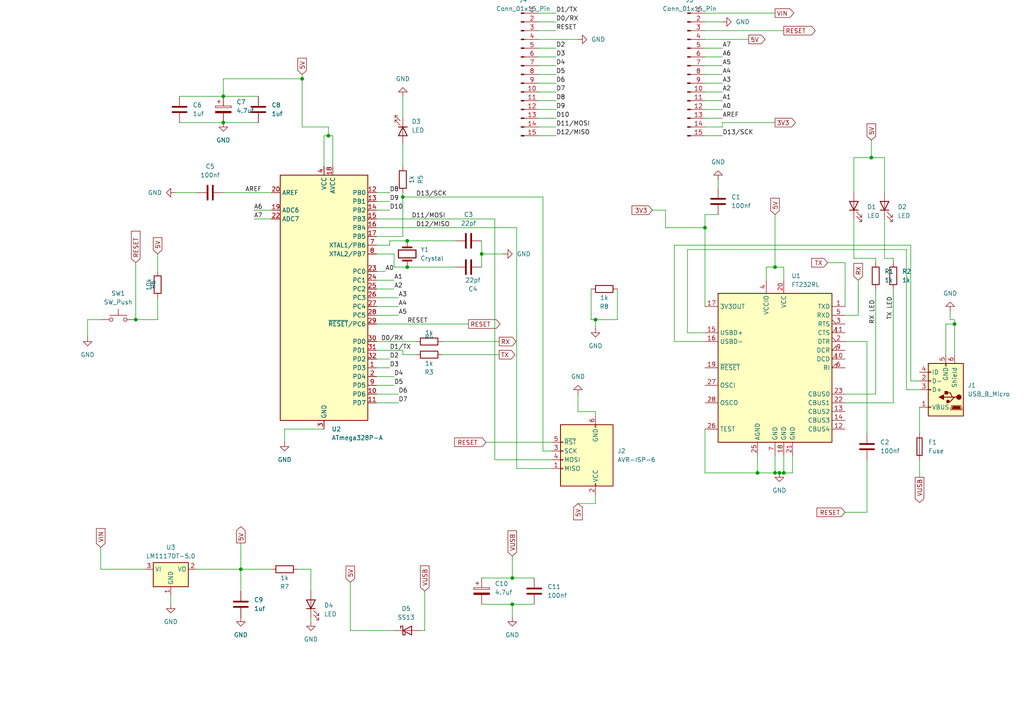
<source format=kicad_sch>
(kicad_sch
	(version 20231120)
	(generator "eeschema")
	(generator_version "8.0")
	(uuid "15fbd506-fc39-470e-bb01-80859e01ea6d")
	(paper "A4")
	(lib_symbols
		(symbol "Connector:AVR-ISP-6"
			(pin_names
				(offset 1.016)
			)
			(exclude_from_sim no)
			(in_bom yes)
			(on_board yes)
			(property "Reference" "J"
				(at -6.35 11.43 0)
				(effects
					(font
						(size 1.27 1.27)
					)
					(justify left)
				)
			)
			(property "Value" "AVR-ISP-6"
				(at 0 11.43 0)
				(effects
					(font
						(size 1.27 1.27)
					)
					(justify left)
				)
			)
			(property "Footprint" ""
				(at -6.35 1.27 90)
				(effects
					(font
						(size 1.27 1.27)
					)
					(hide yes)
				)
			)
			(property "Datasheet" "~"
				(at -32.385 -13.97 0)
				(effects
					(font
						(size 1.27 1.27)
					)
					(hide yes)
				)
			)
			(property "Description" "Atmel 6-pin ISP connector"
				(at 0 0 0)
				(effects
					(font
						(size 1.27 1.27)
					)
					(hide yes)
				)
			)
			(property "ki_keywords" "AVR ISP Connector"
				(at 0 0 0)
				(effects
					(font
						(size 1.27 1.27)
					)
					(hide yes)
				)
			)
			(property "ki_fp_filters" "IDC?Header*2x03* Pin?Header*2x03*"
				(at 0 0 0)
				(effects
					(font
						(size 1.27 1.27)
					)
					(hide yes)
				)
			)
			(symbol "AVR-ISP-6_0_1"
				(rectangle
					(start -2.667 -6.858)
					(end -2.413 -7.62)
					(stroke
						(width 0)
						(type default)
					)
					(fill
						(type none)
					)
				)
				(rectangle
					(start -2.667 10.16)
					(end -2.413 9.398)
					(stroke
						(width 0)
						(type default)
					)
					(fill
						(type none)
					)
				)
				(rectangle
					(start 7.62 -2.413)
					(end 6.858 -2.667)
					(stroke
						(width 0)
						(type default)
					)
					(fill
						(type none)
					)
				)
				(rectangle
					(start 7.62 0.127)
					(end 6.858 -0.127)
					(stroke
						(width 0)
						(type default)
					)
					(fill
						(type none)
					)
				)
				(rectangle
					(start 7.62 2.667)
					(end 6.858 2.413)
					(stroke
						(width 0)
						(type default)
					)
					(fill
						(type none)
					)
				)
				(rectangle
					(start 7.62 5.207)
					(end 6.858 4.953)
					(stroke
						(width 0)
						(type default)
					)
					(fill
						(type none)
					)
				)
				(rectangle
					(start 7.62 10.16)
					(end -7.62 -7.62)
					(stroke
						(width 0.254)
						(type default)
					)
					(fill
						(type background)
					)
				)
			)
			(symbol "AVR-ISP-6_1_1"
				(pin passive line
					(at 10.16 5.08 180)
					(length 2.54)
					(name "MISO"
						(effects
							(font
								(size 1.27 1.27)
							)
						)
					)
					(number "1"
						(effects
							(font
								(size 1.27 1.27)
							)
						)
					)
				)
				(pin passive line
					(at -2.54 12.7 270)
					(length 2.54)
					(name "VCC"
						(effects
							(font
								(size 1.27 1.27)
							)
						)
					)
					(number "2"
						(effects
							(font
								(size 1.27 1.27)
							)
						)
					)
				)
				(pin passive line
					(at 10.16 0 180)
					(length 2.54)
					(name "SCK"
						(effects
							(font
								(size 1.27 1.27)
							)
						)
					)
					(number "3"
						(effects
							(font
								(size 1.27 1.27)
							)
						)
					)
				)
				(pin passive line
					(at 10.16 2.54 180)
					(length 2.54)
					(name "MOSI"
						(effects
							(font
								(size 1.27 1.27)
							)
						)
					)
					(number "4"
						(effects
							(font
								(size 1.27 1.27)
							)
						)
					)
				)
				(pin passive line
					(at 10.16 -2.54 180)
					(length 2.54)
					(name "~{RST}"
						(effects
							(font
								(size 1.27 1.27)
							)
						)
					)
					(number "5"
						(effects
							(font
								(size 1.27 1.27)
							)
						)
					)
				)
				(pin passive line
					(at -2.54 -10.16 90)
					(length 2.54)
					(name "GND"
						(effects
							(font
								(size 1.27 1.27)
							)
						)
					)
					(number "6"
						(effects
							(font
								(size 1.27 1.27)
							)
						)
					)
				)
			)
		)
		(symbol "Connector:Conn_01x15_Pin"
			(pin_names
				(offset 1.016) hide)
			(exclude_from_sim no)
			(in_bom yes)
			(on_board yes)
			(property "Reference" "J"
				(at 0 20.32 0)
				(effects
					(font
						(size 1.27 1.27)
					)
				)
			)
			(property "Value" "Conn_01x15_Pin"
				(at 0 -20.32 0)
				(effects
					(font
						(size 1.27 1.27)
					)
				)
			)
			(property "Footprint" ""
				(at 0 0 0)
				(effects
					(font
						(size 1.27 1.27)
					)
					(hide yes)
				)
			)
			(property "Datasheet" "~"
				(at 0 0 0)
				(effects
					(font
						(size 1.27 1.27)
					)
					(hide yes)
				)
			)
			(property "Description" "Generic connector, single row, 01x15, script generated"
				(at 0 0 0)
				(effects
					(font
						(size 1.27 1.27)
					)
					(hide yes)
				)
			)
			(property "ki_locked" ""
				(at 0 0 0)
				(effects
					(font
						(size 1.27 1.27)
					)
				)
			)
			(property "ki_keywords" "connector"
				(at 0 0 0)
				(effects
					(font
						(size 1.27 1.27)
					)
					(hide yes)
				)
			)
			(property "ki_fp_filters" "Connector*:*_1x??_*"
				(at 0 0 0)
				(effects
					(font
						(size 1.27 1.27)
					)
					(hide yes)
				)
			)
			(symbol "Conn_01x15_Pin_1_1"
				(polyline
					(pts
						(xy 1.27 -17.78) (xy 0.8636 -17.78)
					)
					(stroke
						(width 0.1524)
						(type default)
					)
					(fill
						(type none)
					)
				)
				(polyline
					(pts
						(xy 1.27 -15.24) (xy 0.8636 -15.24)
					)
					(stroke
						(width 0.1524)
						(type default)
					)
					(fill
						(type none)
					)
				)
				(polyline
					(pts
						(xy 1.27 -12.7) (xy 0.8636 -12.7)
					)
					(stroke
						(width 0.1524)
						(type default)
					)
					(fill
						(type none)
					)
				)
				(polyline
					(pts
						(xy 1.27 -10.16) (xy 0.8636 -10.16)
					)
					(stroke
						(width 0.1524)
						(type default)
					)
					(fill
						(type none)
					)
				)
				(polyline
					(pts
						(xy 1.27 -7.62) (xy 0.8636 -7.62)
					)
					(stroke
						(width 0.1524)
						(type default)
					)
					(fill
						(type none)
					)
				)
				(polyline
					(pts
						(xy 1.27 -5.08) (xy 0.8636 -5.08)
					)
					(stroke
						(width 0.1524)
						(type default)
					)
					(fill
						(type none)
					)
				)
				(polyline
					(pts
						(xy 1.27 -2.54) (xy 0.8636 -2.54)
					)
					(stroke
						(width 0.1524)
						(type default)
					)
					(fill
						(type none)
					)
				)
				(polyline
					(pts
						(xy 1.27 0) (xy 0.8636 0)
					)
					(stroke
						(width 0.1524)
						(type default)
					)
					(fill
						(type none)
					)
				)
				(polyline
					(pts
						(xy 1.27 2.54) (xy 0.8636 2.54)
					)
					(stroke
						(width 0.1524)
						(type default)
					)
					(fill
						(type none)
					)
				)
				(polyline
					(pts
						(xy 1.27 5.08) (xy 0.8636 5.08)
					)
					(stroke
						(width 0.1524)
						(type default)
					)
					(fill
						(type none)
					)
				)
				(polyline
					(pts
						(xy 1.27 7.62) (xy 0.8636 7.62)
					)
					(stroke
						(width 0.1524)
						(type default)
					)
					(fill
						(type none)
					)
				)
				(polyline
					(pts
						(xy 1.27 10.16) (xy 0.8636 10.16)
					)
					(stroke
						(width 0.1524)
						(type default)
					)
					(fill
						(type none)
					)
				)
				(polyline
					(pts
						(xy 1.27 12.7) (xy 0.8636 12.7)
					)
					(stroke
						(width 0.1524)
						(type default)
					)
					(fill
						(type none)
					)
				)
				(polyline
					(pts
						(xy 1.27 15.24) (xy 0.8636 15.24)
					)
					(stroke
						(width 0.1524)
						(type default)
					)
					(fill
						(type none)
					)
				)
				(polyline
					(pts
						(xy 1.27 17.78) (xy 0.8636 17.78)
					)
					(stroke
						(width 0.1524)
						(type default)
					)
					(fill
						(type none)
					)
				)
				(rectangle
					(start 0.8636 -17.653)
					(end 0 -17.907)
					(stroke
						(width 0.1524)
						(type default)
					)
					(fill
						(type outline)
					)
				)
				(rectangle
					(start 0.8636 -15.113)
					(end 0 -15.367)
					(stroke
						(width 0.1524)
						(type default)
					)
					(fill
						(type outline)
					)
				)
				(rectangle
					(start 0.8636 -12.573)
					(end 0 -12.827)
					(stroke
						(width 0.1524)
						(type default)
					)
					(fill
						(type outline)
					)
				)
				(rectangle
					(start 0.8636 -10.033)
					(end 0 -10.287)
					(stroke
						(width 0.1524)
						(type default)
					)
					(fill
						(type outline)
					)
				)
				(rectangle
					(start 0.8636 -7.493)
					(end 0 -7.747)
					(stroke
						(width 0.1524)
						(type default)
					)
					(fill
						(type outline)
					)
				)
				(rectangle
					(start 0.8636 -4.953)
					(end 0 -5.207)
					(stroke
						(width 0.1524)
						(type default)
					)
					(fill
						(type outline)
					)
				)
				(rectangle
					(start 0.8636 -2.413)
					(end 0 -2.667)
					(stroke
						(width 0.1524)
						(type default)
					)
					(fill
						(type outline)
					)
				)
				(rectangle
					(start 0.8636 0.127)
					(end 0 -0.127)
					(stroke
						(width 0.1524)
						(type default)
					)
					(fill
						(type outline)
					)
				)
				(rectangle
					(start 0.8636 2.667)
					(end 0 2.413)
					(stroke
						(width 0.1524)
						(type default)
					)
					(fill
						(type outline)
					)
				)
				(rectangle
					(start 0.8636 5.207)
					(end 0 4.953)
					(stroke
						(width 0.1524)
						(type default)
					)
					(fill
						(type outline)
					)
				)
				(rectangle
					(start 0.8636 7.747)
					(end 0 7.493)
					(stroke
						(width 0.1524)
						(type default)
					)
					(fill
						(type outline)
					)
				)
				(rectangle
					(start 0.8636 10.287)
					(end 0 10.033)
					(stroke
						(width 0.1524)
						(type default)
					)
					(fill
						(type outline)
					)
				)
				(rectangle
					(start 0.8636 12.827)
					(end 0 12.573)
					(stroke
						(width 0.1524)
						(type default)
					)
					(fill
						(type outline)
					)
				)
				(rectangle
					(start 0.8636 15.367)
					(end 0 15.113)
					(stroke
						(width 0.1524)
						(type default)
					)
					(fill
						(type outline)
					)
				)
				(rectangle
					(start 0.8636 17.907)
					(end 0 17.653)
					(stroke
						(width 0.1524)
						(type default)
					)
					(fill
						(type outline)
					)
				)
				(pin passive line
					(at 5.08 17.78 180)
					(length 3.81)
					(name "Pin_1"
						(effects
							(font
								(size 1.27 1.27)
							)
						)
					)
					(number "1"
						(effects
							(font
								(size 1.27 1.27)
							)
						)
					)
				)
				(pin passive line
					(at 5.08 -5.08 180)
					(length 3.81)
					(name "Pin_10"
						(effects
							(font
								(size 1.27 1.27)
							)
						)
					)
					(number "10"
						(effects
							(font
								(size 1.27 1.27)
							)
						)
					)
				)
				(pin passive line
					(at 5.08 -7.62 180)
					(length 3.81)
					(name "Pin_11"
						(effects
							(font
								(size 1.27 1.27)
							)
						)
					)
					(number "11"
						(effects
							(font
								(size 1.27 1.27)
							)
						)
					)
				)
				(pin passive line
					(at 5.08 -10.16 180)
					(length 3.81)
					(name "Pin_12"
						(effects
							(font
								(size 1.27 1.27)
							)
						)
					)
					(number "12"
						(effects
							(font
								(size 1.27 1.27)
							)
						)
					)
				)
				(pin passive line
					(at 5.08 -12.7 180)
					(length 3.81)
					(name "Pin_13"
						(effects
							(font
								(size 1.27 1.27)
							)
						)
					)
					(number "13"
						(effects
							(font
								(size 1.27 1.27)
							)
						)
					)
				)
				(pin passive line
					(at 5.08 -15.24 180)
					(length 3.81)
					(name "Pin_14"
						(effects
							(font
								(size 1.27 1.27)
							)
						)
					)
					(number "14"
						(effects
							(font
								(size 1.27 1.27)
							)
						)
					)
				)
				(pin passive line
					(at 5.08 -17.78 180)
					(length 3.81)
					(name "Pin_15"
						(effects
							(font
								(size 1.27 1.27)
							)
						)
					)
					(number "15"
						(effects
							(font
								(size 1.27 1.27)
							)
						)
					)
				)
				(pin passive line
					(at 5.08 15.24 180)
					(length 3.81)
					(name "Pin_2"
						(effects
							(font
								(size 1.27 1.27)
							)
						)
					)
					(number "2"
						(effects
							(font
								(size 1.27 1.27)
							)
						)
					)
				)
				(pin passive line
					(at 5.08 12.7 180)
					(length 3.81)
					(name "Pin_3"
						(effects
							(font
								(size 1.27 1.27)
							)
						)
					)
					(number "3"
						(effects
							(font
								(size 1.27 1.27)
							)
						)
					)
				)
				(pin passive line
					(at 5.08 10.16 180)
					(length 3.81)
					(name "Pin_4"
						(effects
							(font
								(size 1.27 1.27)
							)
						)
					)
					(number "4"
						(effects
							(font
								(size 1.27 1.27)
							)
						)
					)
				)
				(pin passive line
					(at 5.08 7.62 180)
					(length 3.81)
					(name "Pin_5"
						(effects
							(font
								(size 1.27 1.27)
							)
						)
					)
					(number "5"
						(effects
							(font
								(size 1.27 1.27)
							)
						)
					)
				)
				(pin passive line
					(at 5.08 5.08 180)
					(length 3.81)
					(name "Pin_6"
						(effects
							(font
								(size 1.27 1.27)
							)
						)
					)
					(number "6"
						(effects
							(font
								(size 1.27 1.27)
							)
						)
					)
				)
				(pin passive line
					(at 5.08 2.54 180)
					(length 3.81)
					(name "Pin_7"
						(effects
							(font
								(size 1.27 1.27)
							)
						)
					)
					(number "7"
						(effects
							(font
								(size 1.27 1.27)
							)
						)
					)
				)
				(pin passive line
					(at 5.08 0 180)
					(length 3.81)
					(name "Pin_8"
						(effects
							(font
								(size 1.27 1.27)
							)
						)
					)
					(number "8"
						(effects
							(font
								(size 1.27 1.27)
							)
						)
					)
				)
				(pin passive line
					(at 5.08 -2.54 180)
					(length 3.81)
					(name "Pin_9"
						(effects
							(font
								(size 1.27 1.27)
							)
						)
					)
					(number "9"
						(effects
							(font
								(size 1.27 1.27)
							)
						)
					)
				)
			)
		)
		(symbol "Connector:USB_B_Micro"
			(pin_names
				(offset 1.016)
			)
			(exclude_from_sim no)
			(in_bom yes)
			(on_board yes)
			(property "Reference" "J"
				(at -5.08 11.43 0)
				(effects
					(font
						(size 1.27 1.27)
					)
					(justify left)
				)
			)
			(property "Value" "USB_B_Micro"
				(at -5.08 8.89 0)
				(effects
					(font
						(size 1.27 1.27)
					)
					(justify left)
				)
			)
			(property "Footprint" ""
				(at 3.81 -1.27 0)
				(effects
					(font
						(size 1.27 1.27)
					)
					(hide yes)
				)
			)
			(property "Datasheet" "~"
				(at 3.81 -1.27 0)
				(effects
					(font
						(size 1.27 1.27)
					)
					(hide yes)
				)
			)
			(property "Description" "USB Micro Type B connector"
				(at 0 0 0)
				(effects
					(font
						(size 1.27 1.27)
					)
					(hide yes)
				)
			)
			(property "ki_keywords" "connector USB micro"
				(at 0 0 0)
				(effects
					(font
						(size 1.27 1.27)
					)
					(hide yes)
				)
			)
			(property "ki_fp_filters" "USB*"
				(at 0 0 0)
				(effects
					(font
						(size 1.27 1.27)
					)
					(hide yes)
				)
			)
			(symbol "USB_B_Micro_0_1"
				(rectangle
					(start -5.08 -7.62)
					(end 5.08 7.62)
					(stroke
						(width 0.254)
						(type default)
					)
					(fill
						(type background)
					)
				)
				(circle
					(center -3.81 2.159)
					(radius 0.635)
					(stroke
						(width 0.254)
						(type default)
					)
					(fill
						(type outline)
					)
				)
				(circle
					(center -0.635 3.429)
					(radius 0.381)
					(stroke
						(width 0.254)
						(type default)
					)
					(fill
						(type outline)
					)
				)
				(rectangle
					(start -0.127 -7.62)
					(end 0.127 -6.858)
					(stroke
						(width 0)
						(type default)
					)
					(fill
						(type none)
					)
				)
				(polyline
					(pts
						(xy -1.905 2.159) (xy 0.635 2.159)
					)
					(stroke
						(width 0.254)
						(type default)
					)
					(fill
						(type none)
					)
				)
				(polyline
					(pts
						(xy -3.175 2.159) (xy -2.54 2.159) (xy -1.27 3.429) (xy -0.635 3.429)
					)
					(stroke
						(width 0.254)
						(type default)
					)
					(fill
						(type none)
					)
				)
				(polyline
					(pts
						(xy -2.54 2.159) (xy -1.905 2.159) (xy -1.27 0.889) (xy 0 0.889)
					)
					(stroke
						(width 0.254)
						(type default)
					)
					(fill
						(type none)
					)
				)
				(polyline
					(pts
						(xy 0.635 2.794) (xy 0.635 1.524) (xy 1.905 2.159) (xy 0.635 2.794)
					)
					(stroke
						(width 0.254)
						(type default)
					)
					(fill
						(type outline)
					)
				)
				(polyline
					(pts
						(xy -4.318 5.588) (xy -1.778 5.588) (xy -2.032 4.826) (xy -4.064 4.826) (xy -4.318 5.588)
					)
					(stroke
						(width 0)
						(type default)
					)
					(fill
						(type outline)
					)
				)
				(polyline
					(pts
						(xy -4.699 5.842) (xy -4.699 5.588) (xy -4.445 4.826) (xy -4.445 4.572) (xy -1.651 4.572) (xy -1.651 4.826)
						(xy -1.397 5.588) (xy -1.397 5.842) (xy -4.699 5.842)
					)
					(stroke
						(width 0)
						(type default)
					)
					(fill
						(type none)
					)
				)
				(rectangle
					(start 0.254 1.27)
					(end -0.508 0.508)
					(stroke
						(width 0.254)
						(type default)
					)
					(fill
						(type outline)
					)
				)
				(rectangle
					(start 5.08 -5.207)
					(end 4.318 -4.953)
					(stroke
						(width 0)
						(type default)
					)
					(fill
						(type none)
					)
				)
				(rectangle
					(start 5.08 -2.667)
					(end 4.318 -2.413)
					(stroke
						(width 0)
						(type default)
					)
					(fill
						(type none)
					)
				)
				(rectangle
					(start 5.08 -0.127)
					(end 4.318 0.127)
					(stroke
						(width 0)
						(type default)
					)
					(fill
						(type none)
					)
				)
				(rectangle
					(start 5.08 4.953)
					(end 4.318 5.207)
					(stroke
						(width 0)
						(type default)
					)
					(fill
						(type none)
					)
				)
			)
			(symbol "USB_B_Micro_1_1"
				(pin power_out line
					(at 7.62 5.08 180)
					(length 2.54)
					(name "VBUS"
						(effects
							(font
								(size 1.27 1.27)
							)
						)
					)
					(number "1"
						(effects
							(font
								(size 1.27 1.27)
							)
						)
					)
				)
				(pin bidirectional line
					(at 7.62 -2.54 180)
					(length 2.54)
					(name "D-"
						(effects
							(font
								(size 1.27 1.27)
							)
						)
					)
					(number "2"
						(effects
							(font
								(size 1.27 1.27)
							)
						)
					)
				)
				(pin bidirectional line
					(at 7.62 0 180)
					(length 2.54)
					(name "D+"
						(effects
							(font
								(size 1.27 1.27)
							)
						)
					)
					(number "3"
						(effects
							(font
								(size 1.27 1.27)
							)
						)
					)
				)
				(pin passive line
					(at 7.62 -5.08 180)
					(length 2.54)
					(name "ID"
						(effects
							(font
								(size 1.27 1.27)
							)
						)
					)
					(number "4"
						(effects
							(font
								(size 1.27 1.27)
							)
						)
					)
				)
				(pin power_out line
					(at 0 -10.16 90)
					(length 2.54)
					(name "GND"
						(effects
							(font
								(size 1.27 1.27)
							)
						)
					)
					(number "5"
						(effects
							(font
								(size 1.27 1.27)
							)
						)
					)
				)
				(pin passive line
					(at -2.54 -10.16 90)
					(length 2.54)
					(name "Shield"
						(effects
							(font
								(size 1.27 1.27)
							)
						)
					)
					(number "6"
						(effects
							(font
								(size 1.27 1.27)
							)
						)
					)
				)
			)
		)
		(symbol "Device:C"
			(pin_numbers hide)
			(pin_names
				(offset 0.254)
			)
			(exclude_from_sim no)
			(in_bom yes)
			(on_board yes)
			(property "Reference" "C"
				(at 0.635 2.54 0)
				(effects
					(font
						(size 1.27 1.27)
					)
					(justify left)
				)
			)
			(property "Value" "C"
				(at 0.635 -2.54 0)
				(effects
					(font
						(size 1.27 1.27)
					)
					(justify left)
				)
			)
			(property "Footprint" ""
				(at 0.9652 -3.81 0)
				(effects
					(font
						(size 1.27 1.27)
					)
					(hide yes)
				)
			)
			(property "Datasheet" "~"
				(at 0 0 0)
				(effects
					(font
						(size 1.27 1.27)
					)
					(hide yes)
				)
			)
			(property "Description" "Unpolarized capacitor"
				(at 0 0 0)
				(effects
					(font
						(size 1.27 1.27)
					)
					(hide yes)
				)
			)
			(property "ki_keywords" "cap capacitor"
				(at 0 0 0)
				(effects
					(font
						(size 1.27 1.27)
					)
					(hide yes)
				)
			)
			(property "ki_fp_filters" "C_*"
				(at 0 0 0)
				(effects
					(font
						(size 1.27 1.27)
					)
					(hide yes)
				)
			)
			(symbol "C_0_1"
				(polyline
					(pts
						(xy -2.032 -0.762) (xy 2.032 -0.762)
					)
					(stroke
						(width 0.508)
						(type default)
					)
					(fill
						(type none)
					)
				)
				(polyline
					(pts
						(xy -2.032 0.762) (xy 2.032 0.762)
					)
					(stroke
						(width 0.508)
						(type default)
					)
					(fill
						(type none)
					)
				)
			)
			(symbol "C_1_1"
				(pin passive line
					(at 0 3.81 270)
					(length 2.794)
					(name "~"
						(effects
							(font
								(size 1.27 1.27)
							)
						)
					)
					(number "1"
						(effects
							(font
								(size 1.27 1.27)
							)
						)
					)
				)
				(pin passive line
					(at 0 -3.81 90)
					(length 2.794)
					(name "~"
						(effects
							(font
								(size 1.27 1.27)
							)
						)
					)
					(number "2"
						(effects
							(font
								(size 1.27 1.27)
							)
						)
					)
				)
			)
		)
		(symbol "Device:C_Polarized"
			(pin_numbers hide)
			(pin_names
				(offset 0.254)
			)
			(exclude_from_sim no)
			(in_bom yes)
			(on_board yes)
			(property "Reference" "C"
				(at 0.635 2.54 0)
				(effects
					(font
						(size 1.27 1.27)
					)
					(justify left)
				)
			)
			(property "Value" "C_Polarized"
				(at 0.635 -2.54 0)
				(effects
					(font
						(size 1.27 1.27)
					)
					(justify left)
				)
			)
			(property "Footprint" ""
				(at 0.9652 -3.81 0)
				(effects
					(font
						(size 1.27 1.27)
					)
					(hide yes)
				)
			)
			(property "Datasheet" "~"
				(at 0 0 0)
				(effects
					(font
						(size 1.27 1.27)
					)
					(hide yes)
				)
			)
			(property "Description" "Polarized capacitor"
				(at 0 0 0)
				(effects
					(font
						(size 1.27 1.27)
					)
					(hide yes)
				)
			)
			(property "ki_keywords" "cap capacitor"
				(at 0 0 0)
				(effects
					(font
						(size 1.27 1.27)
					)
					(hide yes)
				)
			)
			(property "ki_fp_filters" "CP_*"
				(at 0 0 0)
				(effects
					(font
						(size 1.27 1.27)
					)
					(hide yes)
				)
			)
			(symbol "C_Polarized_0_1"
				(rectangle
					(start -2.286 0.508)
					(end 2.286 1.016)
					(stroke
						(width 0)
						(type default)
					)
					(fill
						(type none)
					)
				)
				(polyline
					(pts
						(xy -1.778 2.286) (xy -0.762 2.286)
					)
					(stroke
						(width 0)
						(type default)
					)
					(fill
						(type none)
					)
				)
				(polyline
					(pts
						(xy -1.27 2.794) (xy -1.27 1.778)
					)
					(stroke
						(width 0)
						(type default)
					)
					(fill
						(type none)
					)
				)
				(rectangle
					(start 2.286 -0.508)
					(end -2.286 -1.016)
					(stroke
						(width 0)
						(type default)
					)
					(fill
						(type outline)
					)
				)
			)
			(symbol "C_Polarized_1_1"
				(pin passive line
					(at 0 3.81 270)
					(length 2.794)
					(name "~"
						(effects
							(font
								(size 1.27 1.27)
							)
						)
					)
					(number "1"
						(effects
							(font
								(size 1.27 1.27)
							)
						)
					)
				)
				(pin passive line
					(at 0 -3.81 90)
					(length 2.794)
					(name "~"
						(effects
							(font
								(size 1.27 1.27)
							)
						)
					)
					(number "2"
						(effects
							(font
								(size 1.27 1.27)
							)
						)
					)
				)
			)
		)
		(symbol "Device:Crystal"
			(pin_numbers hide)
			(pin_names
				(offset 1.016) hide)
			(exclude_from_sim no)
			(in_bom yes)
			(on_board yes)
			(property "Reference" "Y"
				(at 0 3.81 0)
				(effects
					(font
						(size 1.27 1.27)
					)
				)
			)
			(property "Value" "Crystal"
				(at 0 -3.81 0)
				(effects
					(font
						(size 1.27 1.27)
					)
				)
			)
			(property "Footprint" ""
				(at 0 0 0)
				(effects
					(font
						(size 1.27 1.27)
					)
					(hide yes)
				)
			)
			(property "Datasheet" "~"
				(at 0 0 0)
				(effects
					(font
						(size 1.27 1.27)
					)
					(hide yes)
				)
			)
			(property "Description" "Two pin crystal"
				(at 0 0 0)
				(effects
					(font
						(size 1.27 1.27)
					)
					(hide yes)
				)
			)
			(property "ki_keywords" "quartz ceramic resonator oscillator"
				(at 0 0 0)
				(effects
					(font
						(size 1.27 1.27)
					)
					(hide yes)
				)
			)
			(property "ki_fp_filters" "Crystal*"
				(at 0 0 0)
				(effects
					(font
						(size 1.27 1.27)
					)
					(hide yes)
				)
			)
			(symbol "Crystal_0_1"
				(rectangle
					(start -1.143 2.54)
					(end 1.143 -2.54)
					(stroke
						(width 0.3048)
						(type default)
					)
					(fill
						(type none)
					)
				)
				(polyline
					(pts
						(xy -2.54 0) (xy -1.905 0)
					)
					(stroke
						(width 0)
						(type default)
					)
					(fill
						(type none)
					)
				)
				(polyline
					(pts
						(xy -1.905 -1.27) (xy -1.905 1.27)
					)
					(stroke
						(width 0.508)
						(type default)
					)
					(fill
						(type none)
					)
				)
				(polyline
					(pts
						(xy 1.905 -1.27) (xy 1.905 1.27)
					)
					(stroke
						(width 0.508)
						(type default)
					)
					(fill
						(type none)
					)
				)
				(polyline
					(pts
						(xy 2.54 0) (xy 1.905 0)
					)
					(stroke
						(width 0)
						(type default)
					)
					(fill
						(type none)
					)
				)
			)
			(symbol "Crystal_1_1"
				(pin passive line
					(at -3.81 0 0)
					(length 1.27)
					(name "1"
						(effects
							(font
								(size 1.27 1.27)
							)
						)
					)
					(number "1"
						(effects
							(font
								(size 1.27 1.27)
							)
						)
					)
				)
				(pin passive line
					(at 3.81 0 180)
					(length 1.27)
					(name "2"
						(effects
							(font
								(size 1.27 1.27)
							)
						)
					)
					(number "2"
						(effects
							(font
								(size 1.27 1.27)
							)
						)
					)
				)
			)
		)
		(symbol "Device:Fuse"
			(pin_numbers hide)
			(pin_names
				(offset 0)
			)
			(exclude_from_sim no)
			(in_bom yes)
			(on_board yes)
			(property "Reference" "F"
				(at 2.032 0 90)
				(effects
					(font
						(size 1.27 1.27)
					)
				)
			)
			(property "Value" "Fuse"
				(at -1.905 0 90)
				(effects
					(font
						(size 1.27 1.27)
					)
				)
			)
			(property "Footprint" ""
				(at -1.778 0 90)
				(effects
					(font
						(size 1.27 1.27)
					)
					(hide yes)
				)
			)
			(property "Datasheet" "~"
				(at 0 0 0)
				(effects
					(font
						(size 1.27 1.27)
					)
					(hide yes)
				)
			)
			(property "Description" "Fuse"
				(at 0 0 0)
				(effects
					(font
						(size 1.27 1.27)
					)
					(hide yes)
				)
			)
			(property "ki_keywords" "fuse"
				(at 0 0 0)
				(effects
					(font
						(size 1.27 1.27)
					)
					(hide yes)
				)
			)
			(property "ki_fp_filters" "*Fuse*"
				(at 0 0 0)
				(effects
					(font
						(size 1.27 1.27)
					)
					(hide yes)
				)
			)
			(symbol "Fuse_0_1"
				(rectangle
					(start -0.762 -2.54)
					(end 0.762 2.54)
					(stroke
						(width 0.254)
						(type default)
					)
					(fill
						(type none)
					)
				)
				(polyline
					(pts
						(xy 0 2.54) (xy 0 -2.54)
					)
					(stroke
						(width 0)
						(type default)
					)
					(fill
						(type none)
					)
				)
			)
			(symbol "Fuse_1_1"
				(pin passive line
					(at 0 3.81 270)
					(length 1.27)
					(name "~"
						(effects
							(font
								(size 1.27 1.27)
							)
						)
					)
					(number "1"
						(effects
							(font
								(size 1.27 1.27)
							)
						)
					)
				)
				(pin passive line
					(at 0 -3.81 90)
					(length 1.27)
					(name "~"
						(effects
							(font
								(size 1.27 1.27)
							)
						)
					)
					(number "2"
						(effects
							(font
								(size 1.27 1.27)
							)
						)
					)
				)
			)
		)
		(symbol "Device:LED"
			(pin_numbers hide)
			(pin_names
				(offset 1.016) hide)
			(exclude_from_sim no)
			(in_bom yes)
			(on_board yes)
			(property "Reference" "D"
				(at 0 2.54 0)
				(effects
					(font
						(size 1.27 1.27)
					)
				)
			)
			(property "Value" "LED"
				(at 0 -2.54 0)
				(effects
					(font
						(size 1.27 1.27)
					)
				)
			)
			(property "Footprint" ""
				(at 0 0 0)
				(effects
					(font
						(size 1.27 1.27)
					)
					(hide yes)
				)
			)
			(property "Datasheet" "~"
				(at 0 0 0)
				(effects
					(font
						(size 1.27 1.27)
					)
					(hide yes)
				)
			)
			(property "Description" "Light emitting diode"
				(at 0 0 0)
				(effects
					(font
						(size 1.27 1.27)
					)
					(hide yes)
				)
			)
			(property "ki_keywords" "LED diode"
				(at 0 0 0)
				(effects
					(font
						(size 1.27 1.27)
					)
					(hide yes)
				)
			)
			(property "ki_fp_filters" "LED* LED_SMD:* LED_THT:*"
				(at 0 0 0)
				(effects
					(font
						(size 1.27 1.27)
					)
					(hide yes)
				)
			)
			(symbol "LED_0_1"
				(polyline
					(pts
						(xy -1.27 -1.27) (xy -1.27 1.27)
					)
					(stroke
						(width 0.254)
						(type default)
					)
					(fill
						(type none)
					)
				)
				(polyline
					(pts
						(xy -1.27 0) (xy 1.27 0)
					)
					(stroke
						(width 0)
						(type default)
					)
					(fill
						(type none)
					)
				)
				(polyline
					(pts
						(xy 1.27 -1.27) (xy 1.27 1.27) (xy -1.27 0) (xy 1.27 -1.27)
					)
					(stroke
						(width 0.254)
						(type default)
					)
					(fill
						(type none)
					)
				)
				(polyline
					(pts
						(xy -3.048 -0.762) (xy -4.572 -2.286) (xy -3.81 -2.286) (xy -4.572 -2.286) (xy -4.572 -1.524)
					)
					(stroke
						(width 0)
						(type default)
					)
					(fill
						(type none)
					)
				)
				(polyline
					(pts
						(xy -1.778 -0.762) (xy -3.302 -2.286) (xy -2.54 -2.286) (xy -3.302 -2.286) (xy -3.302 -1.524)
					)
					(stroke
						(width 0)
						(type default)
					)
					(fill
						(type none)
					)
				)
			)
			(symbol "LED_1_1"
				(pin passive line
					(at -3.81 0 0)
					(length 2.54)
					(name "K"
						(effects
							(font
								(size 1.27 1.27)
							)
						)
					)
					(number "1"
						(effects
							(font
								(size 1.27 1.27)
							)
						)
					)
				)
				(pin passive line
					(at 3.81 0 180)
					(length 2.54)
					(name "A"
						(effects
							(font
								(size 1.27 1.27)
							)
						)
					)
					(number "2"
						(effects
							(font
								(size 1.27 1.27)
							)
						)
					)
				)
			)
		)
		(symbol "Device:R"
			(pin_numbers hide)
			(pin_names
				(offset 0)
			)
			(exclude_from_sim no)
			(in_bom yes)
			(on_board yes)
			(property "Reference" "R"
				(at 2.032 0 90)
				(effects
					(font
						(size 1.27 1.27)
					)
				)
			)
			(property "Value" "R"
				(at 0 0 90)
				(effects
					(font
						(size 1.27 1.27)
					)
				)
			)
			(property "Footprint" ""
				(at -1.778 0 90)
				(effects
					(font
						(size 1.27 1.27)
					)
					(hide yes)
				)
			)
			(property "Datasheet" "~"
				(at 0 0 0)
				(effects
					(font
						(size 1.27 1.27)
					)
					(hide yes)
				)
			)
			(property "Description" "Resistor"
				(at 0 0 0)
				(effects
					(font
						(size 1.27 1.27)
					)
					(hide yes)
				)
			)
			(property "ki_keywords" "R res resistor"
				(at 0 0 0)
				(effects
					(font
						(size 1.27 1.27)
					)
					(hide yes)
				)
			)
			(property "ki_fp_filters" "R_*"
				(at 0 0 0)
				(effects
					(font
						(size 1.27 1.27)
					)
					(hide yes)
				)
			)
			(symbol "R_0_1"
				(rectangle
					(start -1.016 -2.54)
					(end 1.016 2.54)
					(stroke
						(width 0.254)
						(type default)
					)
					(fill
						(type none)
					)
				)
			)
			(symbol "R_1_1"
				(pin passive line
					(at 0 3.81 270)
					(length 1.27)
					(name "~"
						(effects
							(font
								(size 1.27 1.27)
							)
						)
					)
					(number "1"
						(effects
							(font
								(size 1.27 1.27)
							)
						)
					)
				)
				(pin passive line
					(at 0 -3.81 90)
					(length 1.27)
					(name "~"
						(effects
							(font
								(size 1.27 1.27)
							)
						)
					)
					(number "2"
						(effects
							(font
								(size 1.27 1.27)
							)
						)
					)
				)
			)
		)
		(symbol "Diode:SS13"
			(pin_numbers hide)
			(pin_names
				(offset 1.016) hide)
			(exclude_from_sim no)
			(in_bom yes)
			(on_board yes)
			(property "Reference" "D"
				(at 0 2.54 0)
				(effects
					(font
						(size 1.27 1.27)
					)
				)
			)
			(property "Value" "SS13"
				(at 0 -2.54 0)
				(effects
					(font
						(size 1.27 1.27)
					)
				)
			)
			(property "Footprint" "Diode_SMD:D_SMA"
				(at 0 -4.445 0)
				(effects
					(font
						(size 1.27 1.27)
					)
					(hide yes)
				)
			)
			(property "Datasheet" "https://www.vishay.com/docs/88746/ss12.pdf"
				(at 0 0 0)
				(effects
					(font
						(size 1.27 1.27)
					)
					(hide yes)
				)
			)
			(property "Description" "30V 1A Schottky Diode, SMA"
				(at 0 0 0)
				(effects
					(font
						(size 1.27 1.27)
					)
					(hide yes)
				)
			)
			(property "ki_keywords" "diode Schottky"
				(at 0 0 0)
				(effects
					(font
						(size 1.27 1.27)
					)
					(hide yes)
				)
			)
			(property "ki_fp_filters" "D*SMA*"
				(at 0 0 0)
				(effects
					(font
						(size 1.27 1.27)
					)
					(hide yes)
				)
			)
			(symbol "SS13_0_1"
				(polyline
					(pts
						(xy 1.27 0) (xy -1.27 0)
					)
					(stroke
						(width 0)
						(type default)
					)
					(fill
						(type none)
					)
				)
				(polyline
					(pts
						(xy 1.27 1.27) (xy 1.27 -1.27) (xy -1.27 0) (xy 1.27 1.27)
					)
					(stroke
						(width 0.254)
						(type default)
					)
					(fill
						(type none)
					)
				)
				(polyline
					(pts
						(xy -1.905 0.635) (xy -1.905 1.27) (xy -1.27 1.27) (xy -1.27 -1.27) (xy -0.635 -1.27) (xy -0.635 -0.635)
					)
					(stroke
						(width 0.254)
						(type default)
					)
					(fill
						(type none)
					)
				)
			)
			(symbol "SS13_1_1"
				(pin passive line
					(at -3.81 0 0)
					(length 2.54)
					(name "K"
						(effects
							(font
								(size 1.27 1.27)
							)
						)
					)
					(number "1"
						(effects
							(font
								(size 1.27 1.27)
							)
						)
					)
				)
				(pin passive line
					(at 3.81 0 180)
					(length 2.54)
					(name "A"
						(effects
							(font
								(size 1.27 1.27)
							)
						)
					)
					(number "2"
						(effects
							(font
								(size 1.27 1.27)
							)
						)
					)
				)
			)
		)
		(symbol "Interface_USB:FT232RL"
			(exclude_from_sim no)
			(in_bom yes)
			(on_board yes)
			(property "Reference" "U"
				(at -16.51 22.86 0)
				(effects
					(font
						(size 1.27 1.27)
					)
					(justify left)
				)
			)
			(property "Value" "FT232RL"
				(at 10.16 22.86 0)
				(effects
					(font
						(size 1.27 1.27)
					)
					(justify left)
				)
			)
			(property "Footprint" "Package_SO:SSOP-28_5.3x10.2mm_P0.65mm"
				(at 27.94 -22.86 0)
				(effects
					(font
						(size 1.27 1.27)
					)
					(hide yes)
				)
			)
			(property "Datasheet" "https://www.ftdichip.com/Support/Documents/DataSheets/ICs/DS_FT232R.pdf"
				(at 0 0 0)
				(effects
					(font
						(size 1.27 1.27)
					)
					(hide yes)
				)
			)
			(property "Description" "USB to Serial Interface, SSOP-28"
				(at 0 0 0)
				(effects
					(font
						(size 1.27 1.27)
					)
					(hide yes)
				)
			)
			(property "ki_keywords" "FTDI USB Serial"
				(at 0 0 0)
				(effects
					(font
						(size 1.27 1.27)
					)
					(hide yes)
				)
			)
			(property "ki_fp_filters" "SSOP*5.3x10.2mm*P0.65mm*"
				(at 0 0 0)
				(effects
					(font
						(size 1.27 1.27)
					)
					(hide yes)
				)
			)
			(symbol "FT232RL_0_1"
				(rectangle
					(start -16.51 21.59)
					(end 16.51 -21.59)
					(stroke
						(width 0.254)
						(type default)
					)
					(fill
						(type background)
					)
				)
			)
			(symbol "FT232RL_1_1"
				(pin output line
					(at 20.32 17.78 180)
					(length 3.81)
					(name "TXD"
						(effects
							(font
								(size 1.27 1.27)
							)
						)
					)
					(number "1"
						(effects
							(font
								(size 1.27 1.27)
							)
						)
					)
				)
				(pin input input_low
					(at 20.32 2.54 180)
					(length 3.81)
					(name "DCD"
						(effects
							(font
								(size 1.27 1.27)
							)
						)
					)
					(number "10"
						(effects
							(font
								(size 1.27 1.27)
							)
						)
					)
				)
				(pin input input_low
					(at 20.32 10.16 180)
					(length 3.81)
					(name "CTS"
						(effects
							(font
								(size 1.27 1.27)
							)
						)
					)
					(number "11"
						(effects
							(font
								(size 1.27 1.27)
							)
						)
					)
				)
				(pin bidirectional line
					(at 20.32 -17.78 180)
					(length 3.81)
					(name "CBUS4"
						(effects
							(font
								(size 1.27 1.27)
							)
						)
					)
					(number "12"
						(effects
							(font
								(size 1.27 1.27)
							)
						)
					)
				)
				(pin bidirectional line
					(at 20.32 -12.7 180)
					(length 3.81)
					(name "CBUS2"
						(effects
							(font
								(size 1.27 1.27)
							)
						)
					)
					(number "13"
						(effects
							(font
								(size 1.27 1.27)
							)
						)
					)
				)
				(pin bidirectional line
					(at 20.32 -15.24 180)
					(length 3.81)
					(name "CBUS3"
						(effects
							(font
								(size 1.27 1.27)
							)
						)
					)
					(number "14"
						(effects
							(font
								(size 1.27 1.27)
							)
						)
					)
				)
				(pin bidirectional line
					(at -20.32 10.16 0)
					(length 3.81)
					(name "USBD+"
						(effects
							(font
								(size 1.27 1.27)
							)
						)
					)
					(number "15"
						(effects
							(font
								(size 1.27 1.27)
							)
						)
					)
				)
				(pin bidirectional line
					(at -20.32 7.62 0)
					(length 3.81)
					(name "USBD-"
						(effects
							(font
								(size 1.27 1.27)
							)
						)
					)
					(number "16"
						(effects
							(font
								(size 1.27 1.27)
							)
						)
					)
				)
				(pin power_out line
					(at -20.32 17.78 0)
					(length 3.81)
					(name "3V3OUT"
						(effects
							(font
								(size 1.27 1.27)
							)
						)
					)
					(number "17"
						(effects
							(font
								(size 1.27 1.27)
							)
						)
					)
				)
				(pin power_in line
					(at 2.54 -25.4 90)
					(length 3.81)
					(name "GND"
						(effects
							(font
								(size 1.27 1.27)
							)
						)
					)
					(number "18"
						(effects
							(font
								(size 1.27 1.27)
							)
						)
					)
				)
				(pin input line
					(at -20.32 0 0)
					(length 3.81)
					(name "~{RESET}"
						(effects
							(font
								(size 1.27 1.27)
							)
						)
					)
					(number "19"
						(effects
							(font
								(size 1.27 1.27)
							)
						)
					)
				)
				(pin output output_low
					(at 20.32 7.62 180)
					(length 3.81)
					(name "DTR"
						(effects
							(font
								(size 1.27 1.27)
							)
						)
					)
					(number "2"
						(effects
							(font
								(size 1.27 1.27)
							)
						)
					)
				)
				(pin power_in line
					(at 2.54 25.4 270)
					(length 3.81)
					(name "VCC"
						(effects
							(font
								(size 1.27 1.27)
							)
						)
					)
					(number "20"
						(effects
							(font
								(size 1.27 1.27)
							)
						)
					)
				)
				(pin power_in line
					(at 5.08 -25.4 90)
					(length 3.81)
					(name "GND"
						(effects
							(font
								(size 1.27 1.27)
							)
						)
					)
					(number "21"
						(effects
							(font
								(size 1.27 1.27)
							)
						)
					)
				)
				(pin bidirectional line
					(at 20.32 -10.16 180)
					(length 3.81)
					(name "CBUS1"
						(effects
							(font
								(size 1.27 1.27)
							)
						)
					)
					(number "22"
						(effects
							(font
								(size 1.27 1.27)
							)
						)
					)
				)
				(pin bidirectional line
					(at 20.32 -7.62 180)
					(length 3.81)
					(name "CBUS0"
						(effects
							(font
								(size 1.27 1.27)
							)
						)
					)
					(number "23"
						(effects
							(font
								(size 1.27 1.27)
							)
						)
					)
				)
				(pin power_in line
					(at -5.08 -25.4 90)
					(length 3.81)
					(name "AGND"
						(effects
							(font
								(size 1.27 1.27)
							)
						)
					)
					(number "25"
						(effects
							(font
								(size 1.27 1.27)
							)
						)
					)
				)
				(pin input line
					(at -20.32 -17.78 0)
					(length 3.81)
					(name "TEST"
						(effects
							(font
								(size 1.27 1.27)
							)
						)
					)
					(number "26"
						(effects
							(font
								(size 1.27 1.27)
							)
						)
					)
				)
				(pin input line
					(at -20.32 -5.08 0)
					(length 3.81)
					(name "OSCI"
						(effects
							(font
								(size 1.27 1.27)
							)
						)
					)
					(number "27"
						(effects
							(font
								(size 1.27 1.27)
							)
						)
					)
				)
				(pin output line
					(at -20.32 -10.16 0)
					(length 3.81)
					(name "OSCO"
						(effects
							(font
								(size 1.27 1.27)
							)
						)
					)
					(number "28"
						(effects
							(font
								(size 1.27 1.27)
							)
						)
					)
				)
				(pin output output_low
					(at 20.32 12.7 180)
					(length 3.81)
					(name "RTS"
						(effects
							(font
								(size 1.27 1.27)
							)
						)
					)
					(number "3"
						(effects
							(font
								(size 1.27 1.27)
							)
						)
					)
				)
				(pin power_in line
					(at -2.54 25.4 270)
					(length 3.81)
					(name "VCCIO"
						(effects
							(font
								(size 1.27 1.27)
							)
						)
					)
					(number "4"
						(effects
							(font
								(size 1.27 1.27)
							)
						)
					)
				)
				(pin input line
					(at 20.32 15.24 180)
					(length 3.81)
					(name "RXD"
						(effects
							(font
								(size 1.27 1.27)
							)
						)
					)
					(number "5"
						(effects
							(font
								(size 1.27 1.27)
							)
						)
					)
				)
				(pin input input_low
					(at 20.32 0 180)
					(length 3.81)
					(name "RI"
						(effects
							(font
								(size 1.27 1.27)
							)
						)
					)
					(number "6"
						(effects
							(font
								(size 1.27 1.27)
							)
						)
					)
				)
				(pin power_in line
					(at 0 -25.4 90)
					(length 3.81)
					(name "GND"
						(effects
							(font
								(size 1.27 1.27)
							)
						)
					)
					(number "7"
						(effects
							(font
								(size 1.27 1.27)
							)
						)
					)
				)
				(pin input input_low
					(at 20.32 5.08 180)
					(length 3.81)
					(name "DCR"
						(effects
							(font
								(size 1.27 1.27)
							)
						)
					)
					(number "9"
						(effects
							(font
								(size 1.27 1.27)
							)
						)
					)
				)
			)
		)
		(symbol "MCU_Microchip_ATmega:ATmega328P-A"
			(exclude_from_sim no)
			(in_bom yes)
			(on_board yes)
			(property "Reference" "U"
				(at -12.7 36.83 0)
				(effects
					(font
						(size 1.27 1.27)
					)
					(justify left bottom)
				)
			)
			(property "Value" "ATmega328P-A"
				(at 2.54 -36.83 0)
				(effects
					(font
						(size 1.27 1.27)
					)
					(justify left top)
				)
			)
			(property "Footprint" "Package_QFP:TQFP-32_7x7mm_P0.8mm"
				(at 0 0 0)
				(effects
					(font
						(size 1.27 1.27)
						(italic yes)
					)
					(hide yes)
				)
			)
			(property "Datasheet" "http://ww1.microchip.com/downloads/en/DeviceDoc/ATmega328_P%20AVR%20MCU%20with%20picoPower%20Technology%20Data%20Sheet%2040001984A.pdf"
				(at 0 0 0)
				(effects
					(font
						(size 1.27 1.27)
					)
					(hide yes)
				)
			)
			(property "Description" "20MHz, 32kB Flash, 2kB SRAM, 1kB EEPROM, TQFP-32"
				(at 0 0 0)
				(effects
					(font
						(size 1.27 1.27)
					)
					(hide yes)
				)
			)
			(property "ki_keywords" "AVR 8bit Microcontroller MegaAVR PicoPower"
				(at 0 0 0)
				(effects
					(font
						(size 1.27 1.27)
					)
					(hide yes)
				)
			)
			(property "ki_fp_filters" "TQFP*7x7mm*P0.8mm*"
				(at 0 0 0)
				(effects
					(font
						(size 1.27 1.27)
					)
					(hide yes)
				)
			)
			(symbol "ATmega328P-A_0_1"
				(rectangle
					(start -12.7 -35.56)
					(end 12.7 35.56)
					(stroke
						(width 0.254)
						(type default)
					)
					(fill
						(type background)
					)
				)
			)
			(symbol "ATmega328P-A_1_1"
				(pin bidirectional line
					(at 15.24 -20.32 180)
					(length 2.54)
					(name "PD3"
						(effects
							(font
								(size 1.27 1.27)
							)
						)
					)
					(number "1"
						(effects
							(font
								(size 1.27 1.27)
							)
						)
					)
				)
				(pin bidirectional line
					(at 15.24 -27.94 180)
					(length 2.54)
					(name "PD6"
						(effects
							(font
								(size 1.27 1.27)
							)
						)
					)
					(number "10"
						(effects
							(font
								(size 1.27 1.27)
							)
						)
					)
				)
				(pin bidirectional line
					(at 15.24 -30.48 180)
					(length 2.54)
					(name "PD7"
						(effects
							(font
								(size 1.27 1.27)
							)
						)
					)
					(number "11"
						(effects
							(font
								(size 1.27 1.27)
							)
						)
					)
				)
				(pin bidirectional line
					(at 15.24 30.48 180)
					(length 2.54)
					(name "PB0"
						(effects
							(font
								(size 1.27 1.27)
							)
						)
					)
					(number "12"
						(effects
							(font
								(size 1.27 1.27)
							)
						)
					)
				)
				(pin bidirectional line
					(at 15.24 27.94 180)
					(length 2.54)
					(name "PB1"
						(effects
							(font
								(size 1.27 1.27)
							)
						)
					)
					(number "13"
						(effects
							(font
								(size 1.27 1.27)
							)
						)
					)
				)
				(pin bidirectional line
					(at 15.24 25.4 180)
					(length 2.54)
					(name "PB2"
						(effects
							(font
								(size 1.27 1.27)
							)
						)
					)
					(number "14"
						(effects
							(font
								(size 1.27 1.27)
							)
						)
					)
				)
				(pin bidirectional line
					(at 15.24 22.86 180)
					(length 2.54)
					(name "PB3"
						(effects
							(font
								(size 1.27 1.27)
							)
						)
					)
					(number "15"
						(effects
							(font
								(size 1.27 1.27)
							)
						)
					)
				)
				(pin bidirectional line
					(at 15.24 20.32 180)
					(length 2.54)
					(name "PB4"
						(effects
							(font
								(size 1.27 1.27)
							)
						)
					)
					(number "16"
						(effects
							(font
								(size 1.27 1.27)
							)
						)
					)
				)
				(pin bidirectional line
					(at 15.24 17.78 180)
					(length 2.54)
					(name "PB5"
						(effects
							(font
								(size 1.27 1.27)
							)
						)
					)
					(number "17"
						(effects
							(font
								(size 1.27 1.27)
							)
						)
					)
				)
				(pin power_in line
					(at 2.54 38.1 270)
					(length 2.54)
					(name "AVCC"
						(effects
							(font
								(size 1.27 1.27)
							)
						)
					)
					(number "18"
						(effects
							(font
								(size 1.27 1.27)
							)
						)
					)
				)
				(pin input line
					(at -15.24 25.4 0)
					(length 2.54)
					(name "ADC6"
						(effects
							(font
								(size 1.27 1.27)
							)
						)
					)
					(number "19"
						(effects
							(font
								(size 1.27 1.27)
							)
						)
					)
				)
				(pin bidirectional line
					(at 15.24 -22.86 180)
					(length 2.54)
					(name "PD4"
						(effects
							(font
								(size 1.27 1.27)
							)
						)
					)
					(number "2"
						(effects
							(font
								(size 1.27 1.27)
							)
						)
					)
				)
				(pin passive line
					(at -15.24 30.48 0)
					(length 2.54)
					(name "AREF"
						(effects
							(font
								(size 1.27 1.27)
							)
						)
					)
					(number "20"
						(effects
							(font
								(size 1.27 1.27)
							)
						)
					)
				)
				(pin passive line
					(at 0 -38.1 90)
					(length 2.54) hide
					(name "GND"
						(effects
							(font
								(size 1.27 1.27)
							)
						)
					)
					(number "21"
						(effects
							(font
								(size 1.27 1.27)
							)
						)
					)
				)
				(pin input line
					(at -15.24 22.86 0)
					(length 2.54)
					(name "ADC7"
						(effects
							(font
								(size 1.27 1.27)
							)
						)
					)
					(number "22"
						(effects
							(font
								(size 1.27 1.27)
							)
						)
					)
				)
				(pin bidirectional line
					(at 15.24 7.62 180)
					(length 2.54)
					(name "PC0"
						(effects
							(font
								(size 1.27 1.27)
							)
						)
					)
					(number "23"
						(effects
							(font
								(size 1.27 1.27)
							)
						)
					)
				)
				(pin bidirectional line
					(at 15.24 5.08 180)
					(length 2.54)
					(name "PC1"
						(effects
							(font
								(size 1.27 1.27)
							)
						)
					)
					(number "24"
						(effects
							(font
								(size 1.27 1.27)
							)
						)
					)
				)
				(pin bidirectional line
					(at 15.24 2.54 180)
					(length 2.54)
					(name "PC2"
						(effects
							(font
								(size 1.27 1.27)
							)
						)
					)
					(number "25"
						(effects
							(font
								(size 1.27 1.27)
							)
						)
					)
				)
				(pin bidirectional line
					(at 15.24 0 180)
					(length 2.54)
					(name "PC3"
						(effects
							(font
								(size 1.27 1.27)
							)
						)
					)
					(number "26"
						(effects
							(font
								(size 1.27 1.27)
							)
						)
					)
				)
				(pin bidirectional line
					(at 15.24 -2.54 180)
					(length 2.54)
					(name "PC4"
						(effects
							(font
								(size 1.27 1.27)
							)
						)
					)
					(number "27"
						(effects
							(font
								(size 1.27 1.27)
							)
						)
					)
				)
				(pin bidirectional line
					(at 15.24 -5.08 180)
					(length 2.54)
					(name "PC5"
						(effects
							(font
								(size 1.27 1.27)
							)
						)
					)
					(number "28"
						(effects
							(font
								(size 1.27 1.27)
							)
						)
					)
				)
				(pin bidirectional line
					(at 15.24 -7.62 180)
					(length 2.54)
					(name "~{RESET}/PC6"
						(effects
							(font
								(size 1.27 1.27)
							)
						)
					)
					(number "29"
						(effects
							(font
								(size 1.27 1.27)
							)
						)
					)
				)
				(pin power_in line
					(at 0 -38.1 90)
					(length 2.54)
					(name "GND"
						(effects
							(font
								(size 1.27 1.27)
							)
						)
					)
					(number "3"
						(effects
							(font
								(size 1.27 1.27)
							)
						)
					)
				)
				(pin bidirectional line
					(at 15.24 -12.7 180)
					(length 2.54)
					(name "PD0"
						(effects
							(font
								(size 1.27 1.27)
							)
						)
					)
					(number "30"
						(effects
							(font
								(size 1.27 1.27)
							)
						)
					)
				)
				(pin bidirectional line
					(at 15.24 -15.24 180)
					(length 2.54)
					(name "PD1"
						(effects
							(font
								(size 1.27 1.27)
							)
						)
					)
					(number "31"
						(effects
							(font
								(size 1.27 1.27)
							)
						)
					)
				)
				(pin bidirectional line
					(at 15.24 -17.78 180)
					(length 2.54)
					(name "PD2"
						(effects
							(font
								(size 1.27 1.27)
							)
						)
					)
					(number "32"
						(effects
							(font
								(size 1.27 1.27)
							)
						)
					)
				)
				(pin power_in line
					(at 0 38.1 270)
					(length 2.54)
					(name "VCC"
						(effects
							(font
								(size 1.27 1.27)
							)
						)
					)
					(number "4"
						(effects
							(font
								(size 1.27 1.27)
							)
						)
					)
				)
				(pin passive line
					(at 0 -38.1 90)
					(length 2.54) hide
					(name "GND"
						(effects
							(font
								(size 1.27 1.27)
							)
						)
					)
					(number "5"
						(effects
							(font
								(size 1.27 1.27)
							)
						)
					)
				)
				(pin passive line
					(at 0 38.1 270)
					(length 2.54) hide
					(name "VCC"
						(effects
							(font
								(size 1.27 1.27)
							)
						)
					)
					(number "6"
						(effects
							(font
								(size 1.27 1.27)
							)
						)
					)
				)
				(pin bidirectional line
					(at 15.24 15.24 180)
					(length 2.54)
					(name "XTAL1/PB6"
						(effects
							(font
								(size 1.27 1.27)
							)
						)
					)
					(number "7"
						(effects
							(font
								(size 1.27 1.27)
							)
						)
					)
				)
				(pin bidirectional line
					(at 15.24 12.7 180)
					(length 2.54)
					(name "XTAL2/PB7"
						(effects
							(font
								(size 1.27 1.27)
							)
						)
					)
					(number "8"
						(effects
							(font
								(size 1.27 1.27)
							)
						)
					)
				)
				(pin bidirectional line
					(at 15.24 -25.4 180)
					(length 2.54)
					(name "PD5"
						(effects
							(font
								(size 1.27 1.27)
							)
						)
					)
					(number "9"
						(effects
							(font
								(size 1.27 1.27)
							)
						)
					)
				)
			)
		)
		(symbol "Regulator_Linear:LM1117DT-5.0"
			(exclude_from_sim no)
			(in_bom yes)
			(on_board yes)
			(property "Reference" "U"
				(at -3.81 3.175 0)
				(effects
					(font
						(size 1.27 1.27)
					)
				)
			)
			(property "Value" "LM1117DT-5.0"
				(at 0 3.175 0)
				(effects
					(font
						(size 1.27 1.27)
					)
					(justify left)
				)
			)
			(property "Footprint" "Package_TO_SOT_SMD:TO-252-3_TabPin2"
				(at 0 0 0)
				(effects
					(font
						(size 1.27 1.27)
					)
					(hide yes)
				)
			)
			(property "Datasheet" "http://www.ti.com/lit/ds/symlink/lm1117.pdf"
				(at 0 0 0)
				(effects
					(font
						(size 1.27 1.27)
					)
					(hide yes)
				)
			)
			(property "Description" "800mA Low-Dropout Linear Regulator, 5.0V fixed output, TO-252"
				(at 0 0 0)
				(effects
					(font
						(size 1.27 1.27)
					)
					(hide yes)
				)
			)
			(property "ki_keywords" "linear regulator ldo fixed positive"
				(at 0 0 0)
				(effects
					(font
						(size 1.27 1.27)
					)
					(hide yes)
				)
			)
			(property "ki_fp_filters" "TO?252*"
				(at 0 0 0)
				(effects
					(font
						(size 1.27 1.27)
					)
					(hide yes)
				)
			)
			(symbol "LM1117DT-5.0_0_1"
				(rectangle
					(start -5.08 -5.08)
					(end 5.08 1.905)
					(stroke
						(width 0.254)
						(type default)
					)
					(fill
						(type background)
					)
				)
			)
			(symbol "LM1117DT-5.0_1_1"
				(pin power_in line
					(at 0 -7.62 90)
					(length 2.54)
					(name "GND"
						(effects
							(font
								(size 1.27 1.27)
							)
						)
					)
					(number "1"
						(effects
							(font
								(size 1.27 1.27)
							)
						)
					)
				)
				(pin power_out line
					(at 7.62 0 180)
					(length 2.54)
					(name "VO"
						(effects
							(font
								(size 1.27 1.27)
							)
						)
					)
					(number "2"
						(effects
							(font
								(size 1.27 1.27)
							)
						)
					)
				)
				(pin power_in line
					(at -7.62 0 0)
					(length 2.54)
					(name "VI"
						(effects
							(font
								(size 1.27 1.27)
							)
						)
					)
					(number "3"
						(effects
							(font
								(size 1.27 1.27)
							)
						)
					)
				)
			)
		)
		(symbol "Switch:SW_Push"
			(pin_numbers hide)
			(pin_names
				(offset 1.016) hide)
			(exclude_from_sim no)
			(in_bom yes)
			(on_board yes)
			(property "Reference" "SW"
				(at 1.27 2.54 0)
				(effects
					(font
						(size 1.27 1.27)
					)
					(justify left)
				)
			)
			(property "Value" "SW_Push"
				(at 0 -1.524 0)
				(effects
					(font
						(size 1.27 1.27)
					)
				)
			)
			(property "Footprint" ""
				(at 0 5.08 0)
				(effects
					(font
						(size 1.27 1.27)
					)
					(hide yes)
				)
			)
			(property "Datasheet" "~"
				(at 0 5.08 0)
				(effects
					(font
						(size 1.27 1.27)
					)
					(hide yes)
				)
			)
			(property "Description" "Push button switch, generic, two pins"
				(at 0 0 0)
				(effects
					(font
						(size 1.27 1.27)
					)
					(hide yes)
				)
			)
			(property "ki_keywords" "switch normally-open pushbutton push-button"
				(at 0 0 0)
				(effects
					(font
						(size 1.27 1.27)
					)
					(hide yes)
				)
			)
			(symbol "SW_Push_0_1"
				(circle
					(center -2.032 0)
					(radius 0.508)
					(stroke
						(width 0)
						(type default)
					)
					(fill
						(type none)
					)
				)
				(polyline
					(pts
						(xy 0 1.27) (xy 0 3.048)
					)
					(stroke
						(width 0)
						(type default)
					)
					(fill
						(type none)
					)
				)
				(polyline
					(pts
						(xy 2.54 1.27) (xy -2.54 1.27)
					)
					(stroke
						(width 0)
						(type default)
					)
					(fill
						(type none)
					)
				)
				(circle
					(center 2.032 0)
					(radius 0.508)
					(stroke
						(width 0)
						(type default)
					)
					(fill
						(type none)
					)
				)
				(pin passive line
					(at -5.08 0 0)
					(length 2.54)
					(name "1"
						(effects
							(font
								(size 1.27 1.27)
							)
						)
					)
					(number "1"
						(effects
							(font
								(size 1.27 1.27)
							)
						)
					)
				)
				(pin passive line
					(at 5.08 0 180)
					(length 2.54)
					(name "2"
						(effects
							(font
								(size 1.27 1.27)
							)
						)
					)
					(number "2"
						(effects
							(font
								(size 1.27 1.27)
							)
						)
					)
				)
			)
		)
		(symbol "power:GND"
			(power)
			(pin_numbers hide)
			(pin_names
				(offset 0) hide)
			(exclude_from_sim no)
			(in_bom yes)
			(on_board yes)
			(property "Reference" "#PWR"
				(at 0 -6.35 0)
				(effects
					(font
						(size 1.27 1.27)
					)
					(hide yes)
				)
			)
			(property "Value" "GND"
				(at 0 -3.81 0)
				(effects
					(font
						(size 1.27 1.27)
					)
				)
			)
			(property "Footprint" ""
				(at 0 0 0)
				(effects
					(font
						(size 1.27 1.27)
					)
					(hide yes)
				)
			)
			(property "Datasheet" ""
				(at 0 0 0)
				(effects
					(font
						(size 1.27 1.27)
					)
					(hide yes)
				)
			)
			(property "Description" "Power symbol creates a global label with name \"GND\" , ground"
				(at 0 0 0)
				(effects
					(font
						(size 1.27 1.27)
					)
					(hide yes)
				)
			)
			(property "ki_keywords" "global power"
				(at 0 0 0)
				(effects
					(font
						(size 1.27 1.27)
					)
					(hide yes)
				)
			)
			(symbol "GND_0_1"
				(polyline
					(pts
						(xy 0 0) (xy 0 -1.27) (xy 1.27 -1.27) (xy 0 -2.54) (xy -1.27 -1.27) (xy 0 -1.27)
					)
					(stroke
						(width 0)
						(type default)
					)
					(fill
						(type none)
					)
				)
			)
			(symbol "GND_1_1"
				(pin power_in line
					(at 0 0 270)
					(length 0)
					(name "~"
						(effects
							(font
								(size 1.27 1.27)
							)
						)
					)
					(number "1"
						(effects
							(font
								(size 1.27 1.27)
							)
						)
					)
				)
			)
		)
	)
	(junction
		(at 148.59 175.26)
		(diameter 0)
		(color 0 0 0 0)
		(uuid "0b08d0ef-7b8f-406e-98d1-e793b4757748")
	)
	(junction
		(at 224.79 137.16)
		(diameter 0)
		(color 0 0 0 0)
		(uuid "0e600890-ce44-40ab-bf77-226ddd15e7be")
	)
	(junction
		(at 118.11 69.85)
		(diameter 0)
		(color 0 0 0 0)
		(uuid "141c7418-eabf-4427-ae3b-df70ae1b84d3")
	)
	(junction
		(at 95.25 39.37)
		(diameter 0)
		(color 0 0 0 0)
		(uuid "1ec7c1f6-febd-4e9a-8dad-7b6ee7eaddd2")
	)
	(junction
		(at 226.06 137.16)
		(diameter 0)
		(color 0 0 0 0)
		(uuid "3af9f2ed-5bed-4703-a9af-a52dc180d5db")
	)
	(junction
		(at 148.59 167.64)
		(diameter 0)
		(color 0 0 0 0)
		(uuid "3b3e55fe-9d53-48b7-9a4a-61ade0fbd48a")
	)
	(junction
		(at 87.63 22.86)
		(diameter 0)
		(color 0 0 0 0)
		(uuid "59546e6e-31eb-4e2e-8dc4-ef8ba83b8699")
	)
	(junction
		(at 204.47 66.04)
		(diameter 0)
		(color 0 0 0 0)
		(uuid "5d2ee146-83d3-4470-988e-36f95e900b63")
	)
	(junction
		(at 64.77 27.94)
		(diameter 0)
		(color 0 0 0 0)
		(uuid "6c77d617-adf1-416b-a2ac-a3a69731cdba")
	)
	(junction
		(at 252.73 45.72)
		(diameter 0)
		(color 0 0 0 0)
		(uuid "779a9541-a797-47e8-a3fa-8f38511a72ce")
	)
	(junction
		(at 219.71 137.16)
		(diameter 0)
		(color 0 0 0 0)
		(uuid "82a145db-4f20-462e-998f-a1066ba572fb")
	)
	(junction
		(at 64.77 35.56)
		(diameter 0)
		(color 0 0 0 0)
		(uuid "86c515ef-8f70-4d71-b22e-2cb3eb78ba1e")
	)
	(junction
		(at 172.72 92.71)
		(diameter 0)
		(color 0 0 0 0)
		(uuid "8ae44f03-507a-4a1a-9187-8dcb69d6d812")
	)
	(junction
		(at 224.79 77.47)
		(diameter 0)
		(color 0 0 0 0)
		(uuid "b128f340-9279-41dc-a5ee-7b62e704dc6e")
	)
	(junction
		(at 116.84 57.15)
		(diameter 0)
		(color 0 0 0 0)
		(uuid "be691e83-0b42-43af-a05e-57fedc9ee2cc")
	)
	(junction
		(at 39.37 92.71)
		(diameter 0)
		(color 0 0 0 0)
		(uuid "c33cf24b-33c3-4bf2-a4c0-b6e47c6b9755")
	)
	(junction
		(at 69.85 165.1)
		(diameter 0)
		(color 0 0 0 0)
		(uuid "de93525c-eb45-48bb-a63b-608c7fd4bd4a")
	)
	(junction
		(at 118.11 77.47)
		(diameter 0)
		(color 0 0 0 0)
		(uuid "f31ab915-5389-4a41-b1a1-0ca2c57e642e")
	)
	(junction
		(at 139.7 73.66)
		(diameter 0)
		(color 0 0 0 0)
		(uuid "f33ca60d-60e3-4a9b-a42f-7774413def00")
	)
	(junction
		(at 276.86 93.98)
		(diameter 0)
		(color 0 0 0 0)
		(uuid "f3be326d-4131-4fad-b08a-38fb23f859de")
	)
	(junction
		(at 227.33 137.16)
		(diameter 0)
		(color 0 0 0 0)
		(uuid "f9fa012a-0503-4160-8f0e-469df4c2128f")
	)
	(wire
		(pts
			(xy 171.45 83.82) (xy 171.45 92.71)
		)
		(stroke
			(width 0)
			(type default)
		)
		(uuid "00947440-6a63-42fe-a6ce-4bc5f5e9421d")
	)
	(wire
		(pts
			(xy 245.11 99.06) (xy 251.46 99.06)
		)
		(stroke
			(width 0)
			(type default)
		)
		(uuid "01b07215-5b38-4639-82d9-493e689e430d")
	)
	(wire
		(pts
			(xy 172.72 119.38) (xy 172.72 120.65)
		)
		(stroke
			(width 0)
			(type default)
		)
		(uuid "03e081cf-9e92-4399-b3f1-769517c11795")
	)
	(wire
		(pts
			(xy 139.7 167.64) (xy 148.59 167.64)
		)
		(stroke
			(width 0)
			(type default)
		)
		(uuid "07fc103c-4130-4d7a-8e5f-f740d54291e4")
	)
	(wire
		(pts
			(xy 116.84 27.94) (xy 116.84 34.29)
		)
		(stroke
			(width 0)
			(type default)
		)
		(uuid "087e7ab5-eb55-469d-985e-6e7a4d48afda")
	)
	(wire
		(pts
			(xy 262.89 72.39) (xy 262.89 113.03)
		)
		(stroke
			(width 0)
			(type default)
		)
		(uuid "0a1e1424-8268-4fb7-aab4-02860f057c15")
	)
	(wire
		(pts
			(xy 82.55 124.46) (xy 82.55 128.27)
		)
		(stroke
			(width 0)
			(type default)
		)
		(uuid "0b3cf05d-be5b-44aa-b036-66a881cef0f4")
	)
	(wire
		(pts
			(xy 109.22 104.14) (xy 113.03 104.14)
		)
		(stroke
			(width 0)
			(type default)
		)
		(uuid "0b92ae03-4181-4d3c-b672-3c2cdb098ae5")
	)
	(wire
		(pts
			(xy 222.25 77.47) (xy 222.25 81.28)
		)
		(stroke
			(width 0)
			(type default)
		)
		(uuid "0ba1a72b-032b-47c6-bfaf-2e9d959a589e")
	)
	(wire
		(pts
			(xy 224.79 77.47) (xy 227.33 77.47)
		)
		(stroke
			(width 0)
			(type default)
		)
		(uuid "0c73ac7d-6cc7-4a7b-bf2b-63c1a43c6d70")
	)
	(wire
		(pts
			(xy 204.47 11.43) (xy 217.17 11.43)
		)
		(stroke
			(width 0)
			(type default)
		)
		(uuid "0f34cf09-6a02-482c-a7b1-6666a7c12436")
	)
	(wire
		(pts
			(xy 73.66 63.5) (xy 78.74 63.5)
		)
		(stroke
			(width 0)
			(type default)
		)
		(uuid "110add25-eb3d-4a89-b6f3-c45e3da8b9fb")
	)
	(wire
		(pts
			(xy 113.03 69.85) (xy 113.03 71.12)
		)
		(stroke
			(width 0)
			(type default)
		)
		(uuid "16820b22-0fec-4dbd-8c2b-3064ce5a9793")
	)
	(wire
		(pts
			(xy 64.77 22.86) (xy 64.77 27.94)
		)
		(stroke
			(width 0)
			(type default)
		)
		(uuid "17fb5f85-1887-460a-a1bb-63bcaf8e1f19")
	)
	(wire
		(pts
			(xy 224.79 35.56) (xy 209.55 35.56)
		)
		(stroke
			(width 0)
			(type default)
		)
		(uuid "1877ad14-3306-4d19-bb56-c34fdb68cfba")
	)
	(wire
		(pts
			(xy 123.19 171.45) (xy 123.19 182.88)
		)
		(stroke
			(width 0)
			(type default)
		)
		(uuid "196467a5-c842-4320-8050-b7f38fbb73b7")
	)
	(wire
		(pts
			(xy 274.32 93.98) (xy 276.86 93.98)
		)
		(stroke
			(width 0)
			(type default)
		)
		(uuid "19999de1-43c1-477a-b349-ad4b00deeac7")
	)
	(wire
		(pts
			(xy 109.22 91.44) (xy 115.57 91.44)
		)
		(stroke
			(width 0)
			(type default)
		)
		(uuid "199bf0e5-e286-4fde-8b0d-5a7ba9202e73")
	)
	(wire
		(pts
			(xy 245.11 88.9) (xy 245.11 76.2)
		)
		(stroke
			(width 0)
			(type default)
		)
		(uuid "1a710e68-a9c2-46a4-9c96-ad4f0bf9deac")
	)
	(wire
		(pts
			(xy 49.53 172.72) (xy 49.53 175.26)
		)
		(stroke
			(width 0)
			(type default)
		)
		(uuid "1af09216-219b-409c-96c2-d55f98f01c40")
	)
	(wire
		(pts
			(xy 172.72 143.51) (xy 172.72 146.05)
		)
		(stroke
			(width 0)
			(type default)
		)
		(uuid "1b057d7a-d55c-493a-bae0-4d17c1b53167")
	)
	(wire
		(pts
			(xy 254 114.3) (xy 245.11 114.3)
		)
		(stroke
			(width 0)
			(type default)
		)
		(uuid "1b9e14bc-f3e8-46bd-be15-30911040fb18")
	)
	(wire
		(pts
			(xy 156.21 6.35) (xy 161.29 6.35)
		)
		(stroke
			(width 0)
			(type default)
		)
		(uuid "1e63a1fb-3b21-40e3-8436-1b17cd2ab463")
	)
	(wire
		(pts
			(xy 227.33 132.08) (xy 227.33 137.16)
		)
		(stroke
			(width 0)
			(type default)
		)
		(uuid "1fe3ae7a-f189-4f71-a923-b88739e425fc")
	)
	(wire
		(pts
			(xy 254 83.82) (xy 254 114.3)
		)
		(stroke
			(width 0)
			(type default)
		)
		(uuid "204efbe4-3f59-4055-b33d-4522b782e081")
	)
	(wire
		(pts
			(xy 118.11 69.85) (xy 132.08 69.85)
		)
		(stroke
			(width 0)
			(type default)
		)
		(uuid "20d6e515-23ec-4a62-9f75-ae75f1b5ac3f")
	)
	(wire
		(pts
			(xy 52.07 27.94) (xy 64.77 27.94)
		)
		(stroke
			(width 0)
			(type default)
		)
		(uuid "215ba3d7-58cf-4de8-8e4a-360666ae828e")
	)
	(wire
		(pts
			(xy 39.37 76.2) (xy 39.37 92.71)
		)
		(stroke
			(width 0)
			(type default)
		)
		(uuid "2387f847-dc1e-4bc1-bf95-3fb0fb1c6966")
	)
	(wire
		(pts
			(xy 50.8 55.88) (xy 57.15 55.88)
		)
		(stroke
			(width 0)
			(type default)
		)
		(uuid "25b8734e-ca10-45c9-b9d4-aa9dcda95f71")
	)
	(wire
		(pts
			(xy 275.59 90.17) (xy 275.59 92.71)
		)
		(stroke
			(width 0)
			(type default)
		)
		(uuid "27b11b4f-c216-46e4-bbf0-3fdd34ff81dc")
	)
	(wire
		(pts
			(xy 195.58 71.12) (xy 195.58 99.06)
		)
		(stroke
			(width 0)
			(type default)
		)
		(uuid "2a237cab-4995-4058-adfd-6216ca082ace")
	)
	(wire
		(pts
			(xy 227.33 77.47) (xy 227.33 81.28)
		)
		(stroke
			(width 0)
			(type default)
		)
		(uuid "2bf7fd8b-cd50-4e67-9c03-952dfc242314")
	)
	(wire
		(pts
			(xy 45.72 73.66) (xy 45.72 78.74)
		)
		(stroke
			(width 0)
			(type default)
		)
		(uuid "2cb0b416-9c6a-471f-92b3-98e057ef1ca6")
	)
	(wire
		(pts
			(xy 156.21 21.59) (xy 161.29 21.59)
		)
		(stroke
			(width 0)
			(type default)
		)
		(uuid "2cd29ff3-d6fd-46fc-873d-4ec17926f7f2")
	)
	(wire
		(pts
			(xy 109.22 93.98) (xy 135.89 93.98)
		)
		(stroke
			(width 0)
			(type default)
		)
		(uuid "315cf669-9df1-419b-9c5c-6712c0511397")
	)
	(wire
		(pts
			(xy 204.47 26.67) (xy 209.55 26.67)
		)
		(stroke
			(width 0)
			(type default)
		)
		(uuid "31d56a54-5c99-4c63-a815-84e4f015548f")
	)
	(wire
		(pts
			(xy 245.11 91.44) (xy 248.92 91.44)
		)
		(stroke
			(width 0)
			(type default)
		)
		(uuid "32339623-51f3-4681-aa61-6ab0b8e77f65")
	)
	(wire
		(pts
			(xy 116.84 101.6) (xy 116.84 102.87)
		)
		(stroke
			(width 0)
			(type default)
		)
		(uuid "32896936-71a9-4e45-bc73-763afb7b44d3")
	)
	(wire
		(pts
			(xy 114.3 73.66) (xy 109.22 73.66)
		)
		(stroke
			(width 0)
			(type default)
		)
		(uuid "332cb6cb-50f1-43cf-b20d-a2b76b00c8b4")
	)
	(wire
		(pts
			(xy 156.21 19.05) (xy 161.29 19.05)
		)
		(stroke
			(width 0)
			(type default)
		)
		(uuid "337eb8aa-c214-4825-b517-0e994ce0f2f5")
	)
	(wire
		(pts
			(xy 156.21 36.83) (xy 161.29 36.83)
		)
		(stroke
			(width 0)
			(type default)
		)
		(uuid "348c1084-008d-4488-b73b-2a28bd0c1f19")
	)
	(wire
		(pts
			(xy 109.22 83.82) (xy 114.3 83.82)
		)
		(stroke
			(width 0)
			(type default)
		)
		(uuid "357a3070-bb6b-4d3f-8e12-13f4a2554b96")
	)
	(wire
		(pts
			(xy 264.16 110.49) (xy 264.16 71.12)
		)
		(stroke
			(width 0)
			(type default)
		)
		(uuid "3729421f-7ae3-4a6d-bd4e-fa46daa5e4c9")
	)
	(wire
		(pts
			(xy 156.21 39.37) (xy 161.29 39.37)
		)
		(stroke
			(width 0)
			(type default)
		)
		(uuid "373186db-5322-4596-a936-646d4260cd82")
	)
	(wire
		(pts
			(xy 109.22 58.42) (xy 113.03 58.42)
		)
		(stroke
			(width 0)
			(type default)
		)
		(uuid "39b5d4f1-355f-4fdd-86b9-21dfa3ec99c0")
	)
	(wire
		(pts
			(xy 123.19 182.88) (xy 121.92 182.88)
		)
		(stroke
			(width 0)
			(type default)
		)
		(uuid "3acfbbda-31d7-4e35-81d6-fa9562f27b8f")
	)
	(wire
		(pts
			(xy 86.36 165.1) (xy 90.17 165.1)
		)
		(stroke
			(width 0)
			(type default)
		)
		(uuid "40467b5e-c87b-4667-a97f-468271ff4635")
	)
	(wire
		(pts
			(xy 264.16 71.12) (xy 195.58 71.12)
		)
		(stroke
			(width 0)
			(type default)
		)
		(uuid "409392e6-9665-4a09-9d85-bc337207d8e4")
	)
	(wire
		(pts
			(xy 274.32 102.87) (xy 274.32 93.98)
		)
		(stroke
			(width 0)
			(type default)
		)
		(uuid "40d1c83e-5ffd-4dea-ad2e-a5e2619968f1")
	)
	(wire
		(pts
			(xy 172.72 92.71) (xy 172.72 95.25)
		)
		(stroke
			(width 0)
			(type default)
		)
		(uuid "41246441-afc7-4dba-ab07-ba4a2c91cabc")
	)
	(wire
		(pts
			(xy 29.21 158.75) (xy 29.21 165.1)
		)
		(stroke
			(width 0)
			(type default)
		)
		(uuid "420ab362-f892-4787-a1bb-c2ce63882246")
	)
	(wire
		(pts
			(xy 247.65 45.72) (xy 252.73 45.72)
		)
		(stroke
			(width 0)
			(type default)
		)
		(uuid "4351fb33-b840-455f-8330-cfd1406c12ab")
	)
	(wire
		(pts
			(xy 222.25 77.47) (xy 224.79 77.47)
		)
		(stroke
			(width 0)
			(type default)
		)
		(uuid "453be6f8-960d-45a8-b397-82c03e4d1d04")
	)
	(wire
		(pts
			(xy 204.47 24.13) (xy 209.55 24.13)
		)
		(stroke
			(width 0)
			(type default)
		)
		(uuid "45f149bf-3cc0-4494-8ac5-c16862b28f08")
	)
	(wire
		(pts
			(xy 90.17 179.07) (xy 90.17 180.34)
		)
		(stroke
			(width 0)
			(type default)
		)
		(uuid "48aa9407-caea-42c1-8404-b2a253eb354b")
	)
	(wire
		(pts
			(xy 219.71 137.16) (xy 224.79 137.16)
		)
		(stroke
			(width 0)
			(type default)
		)
		(uuid "4a58176b-a040-486c-bb08-925d083c7476")
	)
	(wire
		(pts
			(xy 156.21 29.21) (xy 161.29 29.21)
		)
		(stroke
			(width 0)
			(type default)
		)
		(uuid "4aa70472-3a26-4550-aebd-a231a57f2dcc")
	)
	(wire
		(pts
			(xy 251.46 133.35) (xy 251.46 148.59)
		)
		(stroke
			(width 0)
			(type default)
		)
		(uuid "4b039cdd-2454-474b-9209-cd190d3aec63")
	)
	(wire
		(pts
			(xy 229.87 132.08) (xy 229.87 137.16)
		)
		(stroke
			(width 0)
			(type default)
		)
		(uuid "4d024f37-3ba8-4229-bfa1-1a77cad78374")
	)
	(wire
		(pts
			(xy 109.22 99.06) (xy 120.65 99.06)
		)
		(stroke
			(width 0)
			(type default)
		)
		(uuid "4f858fda-002a-405b-890f-5cb2fca514a5")
	)
	(wire
		(pts
			(xy 266.7 110.49) (xy 264.16 110.49)
		)
		(stroke
			(width 0)
			(type default)
		)
		(uuid "507dd372-792b-47bd-8b0c-65d2405d134b")
	)
	(wire
		(pts
			(xy 204.47 124.46) (xy 204.47 137.16)
		)
		(stroke
			(width 0)
			(type default)
		)
		(uuid "527699c5-487a-4020-9d3c-0830d66af109")
	)
	(wire
		(pts
			(xy 172.72 92.71) (xy 179.07 92.71)
		)
		(stroke
			(width 0)
			(type default)
		)
		(uuid "5453d9cb-3d06-4159-9fbb-9971d82664ce")
	)
	(wire
		(pts
			(xy 109.22 78.74) (xy 111.76 78.74)
		)
		(stroke
			(width 0)
			(type default)
		)
		(uuid "57c70a59-6903-4c3f-8db2-20e5caa0d7f8")
	)
	(wire
		(pts
			(xy 139.7 175.26) (xy 148.59 175.26)
		)
		(stroke
			(width 0)
			(type default)
		)
		(uuid "58324859-f451-4d18-897e-88414bfa011b")
	)
	(wire
		(pts
			(xy 87.63 36.83) (xy 95.25 36.83)
		)
		(stroke
			(width 0)
			(type default)
		)
		(uuid "58bdc6ff-e239-490a-b41a-0083f61a595f")
	)
	(wire
		(pts
			(xy 109.22 109.22) (xy 114.3 109.22)
		)
		(stroke
			(width 0)
			(type default)
		)
		(uuid "5a402128-fb81-433a-9fb4-73230f0a5f54")
	)
	(wire
		(pts
			(xy 204.47 34.29) (xy 209.55 34.29)
		)
		(stroke
			(width 0)
			(type default)
		)
		(uuid "5bed485e-b2b8-475e-b26e-9fe5d0f50256")
	)
	(wire
		(pts
			(xy 219.71 132.08) (xy 219.71 137.16)
		)
		(stroke
			(width 0)
			(type default)
		)
		(uuid "5cde34e8-48c3-4da5-a7bf-10cffec056f3")
	)
	(wire
		(pts
			(xy 73.66 60.96) (xy 78.74 60.96)
		)
		(stroke
			(width 0)
			(type default)
		)
		(uuid "5d554918-6516-4a5a-b91c-c0b892276f4f")
	)
	(wire
		(pts
			(xy 109.22 88.9) (xy 115.57 88.9)
		)
		(stroke
			(width 0)
			(type default)
		)
		(uuid "5e2b37e9-75c5-4254-8c61-ccdb5eb54a1a")
	)
	(wire
		(pts
			(xy 139.7 73.66) (xy 139.7 77.47)
		)
		(stroke
			(width 0)
			(type default)
		)
		(uuid "5f9bf238-8ff9-4fb6-8735-d871ee61aed2")
	)
	(wire
		(pts
			(xy 204.47 16.51) (xy 209.55 16.51)
		)
		(stroke
			(width 0)
			(type default)
		)
		(uuid "5fcb85ad-8719-4841-9200-f48e26b46037")
	)
	(wire
		(pts
			(xy 248.92 81.28) (xy 248.92 91.44)
		)
		(stroke
			(width 0)
			(type default)
		)
		(uuid "6050c9c4-8233-4fdf-8bcd-099bfa657fe2")
	)
	(wire
		(pts
			(xy 64.77 27.94) (xy 74.93 27.94)
		)
		(stroke
			(width 0)
			(type default)
		)
		(uuid "6282235b-6f39-4dea-b30f-75fc2273697e")
	)
	(wire
		(pts
			(xy 247.65 74.93) (xy 247.65 63.5)
		)
		(stroke
			(width 0)
			(type default)
		)
		(uuid "632e357f-55c5-4f2a-a224-8acedf17bb7a")
	)
	(wire
		(pts
			(xy 109.22 111.76) (xy 114.3 111.76)
		)
		(stroke
			(width 0)
			(type default)
		)
		(uuid "638eefd4-cf46-41c4-aedb-f7cf221be5c9")
	)
	(wire
		(pts
			(xy 276.86 92.71) (xy 276.86 93.98)
		)
		(stroke
			(width 0)
			(type default)
		)
		(uuid "63dfe8d7-fb6d-4514-a025-d0bd978d2f2c")
	)
	(wire
		(pts
			(xy 204.47 13.97) (xy 209.55 13.97)
		)
		(stroke
			(width 0)
			(type default)
		)
		(uuid "64b901eb-a915-4ea2-8a8e-33fef71b79e5")
	)
	(wire
		(pts
			(xy 204.47 96.52) (xy 199.39 96.52)
		)
		(stroke
			(width 0)
			(type default)
		)
		(uuid "666df945-47f2-403f-b6e3-556ca00b667d")
	)
	(wire
		(pts
			(xy 109.22 116.84) (xy 115.57 116.84)
		)
		(stroke
			(width 0)
			(type default)
		)
		(uuid "6742d3db-13a0-4795-9e23-cb5f193f4e63")
	)
	(wire
		(pts
			(xy 52.07 35.56) (xy 64.77 35.56)
		)
		(stroke
			(width 0)
			(type default)
		)
		(uuid "6753de13-5e23-44c5-81b8-c963ed759fc7")
	)
	(wire
		(pts
			(xy 259.08 74.93) (xy 259.08 76.2)
		)
		(stroke
			(width 0)
			(type default)
		)
		(uuid "677475fb-fbb1-4ef4-872f-a8be9f17c59f")
	)
	(wire
		(pts
			(xy 204.47 137.16) (xy 219.71 137.16)
		)
		(stroke
			(width 0)
			(type default)
		)
		(uuid "67dc6e90-1dd3-4113-babe-e6acac53ee17")
	)
	(wire
		(pts
			(xy 39.37 92.71) (xy 45.72 92.71)
		)
		(stroke
			(width 0)
			(type default)
		)
		(uuid "689798af-6aca-4c9f-bb98-d1b399b0dc13")
	)
	(wire
		(pts
			(xy 204.47 36.83) (xy 209.55 36.83)
		)
		(stroke
			(width 0)
			(type default)
		)
		(uuid "69906b9d-ee44-4ed7-bfd8-81ffaf4d4789")
	)
	(wire
		(pts
			(xy 148.59 161.29) (xy 148.59 167.64)
		)
		(stroke
			(width 0)
			(type default)
		)
		(uuid "69d5a69a-6f44-46df-8213-fb981f4ab085")
	)
	(wire
		(pts
			(xy 69.85 165.1) (xy 69.85 171.45)
		)
		(stroke
			(width 0)
			(type default)
		)
		(uuid "6af24418-a8a2-4d94-84bf-05cc72087940")
	)
	(wire
		(pts
			(xy 116.84 57.15) (xy 116.84 55.88)
		)
		(stroke
			(width 0)
			(type default)
		)
		(uuid "6afc708f-5704-4180-b889-fa6014565bf5")
	)
	(wire
		(pts
			(xy 171.45 92.71) (xy 172.72 92.71)
		)
		(stroke
			(width 0)
			(type default)
		)
		(uuid "6bf2eecc-79d0-4001-bea3-fa9ef8d5dcd4")
	)
	(wire
		(pts
			(xy 93.98 124.46) (xy 82.55 124.46)
		)
		(stroke
			(width 0)
			(type default)
		)
		(uuid "6cc0597b-3627-46b5-ab31-ae3bef1a7016")
	)
	(wire
		(pts
			(xy 109.22 101.6) (xy 116.84 101.6)
		)
		(stroke
			(width 0)
			(type default)
		)
		(uuid "6ef7f04b-d30f-418a-9e72-6a4d07a3d70b")
	)
	(wire
		(pts
			(xy 109.22 63.5) (xy 143.51 63.5)
		)
		(stroke
			(width 0)
			(type default)
		)
		(uuid "6fe2a01d-b1f5-46c2-b58f-0538d3c61a81")
	)
	(wire
		(pts
			(xy 87.63 21.59) (xy 87.63 22.86)
		)
		(stroke
			(width 0)
			(type default)
		)
		(uuid "7025c170-55c3-409f-802b-40328a578abd")
	)
	(wire
		(pts
			(xy 128.27 102.87) (xy 144.78 102.87)
		)
		(stroke
			(width 0)
			(type default)
		)
		(uuid "70378f27-9b69-4c2c-92bb-60abaf8f0a8e")
	)
	(wire
		(pts
			(xy 64.77 35.56) (xy 74.93 35.56)
		)
		(stroke
			(width 0)
			(type default)
		)
		(uuid "70b8768b-5256-4b4b-a1da-00cb33c4d528")
	)
	(wire
		(pts
			(xy 204.47 21.59) (xy 209.55 21.59)
		)
		(stroke
			(width 0)
			(type default)
		)
		(uuid "7217fb53-2f3e-43e4-83fb-58812c861113")
	)
	(wire
		(pts
			(xy 262.89 113.03) (xy 266.7 113.03)
		)
		(stroke
			(width 0)
			(type default)
		)
		(uuid "724e67b1-9c50-4cae-ae59-e041ec71f258")
	)
	(wire
		(pts
			(xy 245.11 148.59) (xy 251.46 148.59)
		)
		(stroke
			(width 0)
			(type default)
		)
		(uuid "72b3a1df-b27e-4790-8812-c590e369f568")
	)
	(wire
		(pts
			(xy 259.08 74.93) (xy 256.54 74.93)
		)
		(stroke
			(width 0)
			(type default)
		)
		(uuid "731bb981-89e7-4f4f-84e7-2e1fd2b69b59")
	)
	(wire
		(pts
			(xy 266.7 118.11) (xy 266.7 125.73)
		)
		(stroke
			(width 0)
			(type default)
		)
		(uuid "7587d970-bf2d-42d0-890a-844bc26fde57")
	)
	(wire
		(pts
			(xy 204.47 31.75) (xy 209.55 31.75)
		)
		(stroke
			(width 0)
			(type default)
		)
		(uuid "76007b9d-bd66-47c3-b47c-525b87849f32")
	)
	(wire
		(pts
			(xy 179.07 92.71) (xy 179.07 83.82)
		)
		(stroke
			(width 0)
			(type default)
		)
		(uuid "7654fbb7-a951-4075-ba4c-e0202706341d")
	)
	(wire
		(pts
			(xy 224.79 132.08) (xy 224.79 137.16)
		)
		(stroke
			(width 0)
			(type default)
		)
		(uuid "76e71928-833a-49b2-80a1-3a733d48cb51")
	)
	(wire
		(pts
			(xy 156.21 3.81) (xy 161.29 3.81)
		)
		(stroke
			(width 0)
			(type default)
		)
		(uuid "780f06a8-9b89-4c22-96f9-6e890a4a6bde")
	)
	(wire
		(pts
			(xy 204.47 88.9) (xy 204.47 66.04)
		)
		(stroke
			(width 0)
			(type default)
		)
		(uuid "7902aa7c-83b1-4808-b09e-fa65cac89d81")
	)
	(wire
		(pts
			(xy 25.4 92.71) (xy 29.21 92.71)
		)
		(stroke
			(width 0)
			(type default)
		)
		(uuid "7e532230-a6e0-466a-b399-e5bdd6eaaaa4")
	)
	(wire
		(pts
			(xy 156.21 31.75) (xy 161.29 31.75)
		)
		(stroke
			(width 0)
			(type default)
		)
		(uuid "7e68559f-1e61-4619-810b-93a71702ad59")
	)
	(wire
		(pts
			(xy 156.21 13.97) (xy 161.29 13.97)
		)
		(stroke
			(width 0)
			(type default)
		)
		(uuid "7fbe48dc-658c-4d8a-80fc-ac77082868d4")
	)
	(wire
		(pts
			(xy 101.6 168.91) (xy 101.6 182.88)
		)
		(stroke
			(width 0)
			(type default)
		)
		(uuid "809bcc94-42de-4262-99c8-db2ebd48e0a4")
	)
	(wire
		(pts
			(xy 199.39 96.52) (xy 199.39 72.39)
		)
		(stroke
			(width 0)
			(type default)
		)
		(uuid "82ce716c-befa-4559-8671-6aca76b56fb4")
	)
	(wire
		(pts
			(xy 252.73 45.72) (xy 252.73 40.64)
		)
		(stroke
			(width 0)
			(type default)
		)
		(uuid "84a36c49-f4a6-4a4d-adc4-3d523f49a818")
	)
	(wire
		(pts
			(xy 118.11 69.85) (xy 113.03 69.85)
		)
		(stroke
			(width 0)
			(type default)
		)
		(uuid "86d56cba-bf92-4e36-8518-f0046b0316c1")
	)
	(wire
		(pts
			(xy 167.64 119.38) (xy 167.64 114.3)
		)
		(stroke
			(width 0)
			(type default)
		)
		(uuid "87051d35-3bcd-41c5-9716-4edca8a478ba")
	)
	(wire
		(pts
			(xy 95.25 36.83) (xy 95.25 39.37)
		)
		(stroke
			(width 0)
			(type default)
		)
		(uuid "88534f72-1389-428b-be4d-0b3e385e336d")
	)
	(wire
		(pts
			(xy 148.59 167.64) (xy 154.94 167.64)
		)
		(stroke
			(width 0)
			(type default)
		)
		(uuid "893b1988-3c74-4744-99f4-cb22644213f2")
	)
	(wire
		(pts
			(xy 90.17 165.1) (xy 90.17 171.45)
		)
		(stroke
			(width 0)
			(type default)
		)
		(uuid "899b6a0e-08d7-41f4-b46d-99d825dd528c")
	)
	(wire
		(pts
			(xy 256.54 74.93) (xy 256.54 63.5)
		)
		(stroke
			(width 0)
			(type default)
		)
		(uuid "8a039be4-2bf3-4b10-a0b6-f4ff8e089bb2")
	)
	(wire
		(pts
			(xy 114.3 77.47) (xy 114.3 73.66)
		)
		(stroke
			(width 0)
			(type default)
		)
		(uuid "8a9b055e-49f0-4d94-87ae-63d3c6b9985a")
	)
	(wire
		(pts
			(xy 156.21 24.13) (xy 161.29 24.13)
		)
		(stroke
			(width 0)
			(type default)
		)
		(uuid "8b3c7ade-470d-4526-8840-39d7de89b6c5")
	)
	(wire
		(pts
			(xy 156.21 16.51) (xy 161.29 16.51)
		)
		(stroke
			(width 0)
			(type default)
		)
		(uuid "8b59d995-aa56-40d6-b770-c774641b7155")
	)
	(wire
		(pts
			(xy 109.22 86.36) (xy 115.57 86.36)
		)
		(stroke
			(width 0)
			(type default)
		)
		(uuid "8c02d59f-e2b3-4f8e-b7ba-7dd89df979d3")
	)
	(wire
		(pts
			(xy 109.22 114.3) (xy 115.57 114.3)
		)
		(stroke
			(width 0)
			(type default)
		)
		(uuid "8c7b3dd0-f4fb-4284-a0fc-fa5e21094081")
	)
	(wire
		(pts
			(xy 224.79 137.16) (xy 226.06 137.16)
		)
		(stroke
			(width 0)
			(type default)
		)
		(uuid "8f2280bf-5147-4b12-925f-b1dbf3a62076")
	)
	(wire
		(pts
			(xy 69.85 157.48) (xy 69.85 165.1)
		)
		(stroke
			(width 0)
			(type default)
		)
		(uuid "90cbe82a-7689-4536-950a-4c3bcaaf7392")
	)
	(wire
		(pts
			(xy 109.22 55.88) (xy 113.03 55.88)
		)
		(stroke
			(width 0)
			(type default)
		)
		(uuid "914f834b-614b-420e-8518-164427b62322")
	)
	(wire
		(pts
			(xy 259.08 83.82) (xy 259.08 116.84)
		)
		(stroke
			(width 0)
			(type default)
		)
		(uuid "94052a46-4721-4825-9689-ebb69221afd3")
	)
	(wire
		(pts
			(xy 139.7 73.66) (xy 146.05 73.66)
		)
		(stroke
			(width 0)
			(type default)
		)
		(uuid "94b707be-a38f-4614-9a92-be5038e28752")
	)
	(wire
		(pts
			(xy 143.51 63.5) (xy 143.51 133.35)
		)
		(stroke
			(width 0)
			(type default)
		)
		(uuid "94cb9bc6-1373-4521-8e94-8b3b253f0034")
	)
	(wire
		(pts
			(xy 256.54 55.88) (xy 256.54 45.72)
		)
		(stroke
			(width 0)
			(type default)
		)
		(uuid "95bf1ccb-da3f-4748-9950-d85b19269068")
	)
	(wire
		(pts
			(xy 254 74.93) (xy 247.65 74.93)
		)
		(stroke
			(width 0)
			(type default)
		)
		(uuid "961924ce-1ba6-4e8f-a677-ec513ede034b")
	)
	(wire
		(pts
			(xy 69.85 165.1) (xy 78.74 165.1)
		)
		(stroke
			(width 0)
			(type default)
		)
		(uuid "99ac6e9c-cbf7-43ca-a3bc-58b82524638c")
	)
	(wire
		(pts
			(xy 204.47 8.89) (xy 227.33 8.89)
		)
		(stroke
			(width 0)
			(type default)
		)
		(uuid "9a3cd869-d757-4e11-b5cf-ca3b9126ef32")
	)
	(wire
		(pts
			(xy 275.59 92.71) (xy 276.86 92.71)
		)
		(stroke
			(width 0)
			(type default)
		)
		(uuid "9bb7f66b-3192-4553-8a0c-19066adf6c1d")
	)
	(wire
		(pts
			(xy 149.86 135.89) (xy 149.86 66.04)
		)
		(stroke
			(width 0)
			(type default)
		)
		(uuid "9bd972cf-6d77-4384-a82c-b7d1d23e3372")
	)
	(wire
		(pts
			(xy 204.47 6.35) (xy 209.55 6.35)
		)
		(stroke
			(width 0)
			(type default)
		)
		(uuid "9d36eb87-fc8e-4af0-b1af-4cb61bfa6279")
	)
	(wire
		(pts
			(xy 25.4 97.79) (xy 25.4 92.71)
		)
		(stroke
			(width 0)
			(type default)
		)
		(uuid "9f777bbb-f4bc-4e77-82a6-0be57c05546e")
	)
	(wire
		(pts
			(xy 118.11 77.47) (xy 132.08 77.47)
		)
		(stroke
			(width 0)
			(type default)
		)
		(uuid "a13438fc-2716-49cf-ab89-141b5c1e71c4")
	)
	(wire
		(pts
			(xy 229.87 137.16) (xy 227.33 137.16)
		)
		(stroke
			(width 0)
			(type default)
		)
		(uuid "a1a67646-28f1-4daf-84a4-4f6e427cb76f")
	)
	(wire
		(pts
			(xy 204.47 66.04) (xy 204.47 62.23)
		)
		(stroke
			(width 0)
			(type default)
		)
		(uuid "a1ad9e19-1719-4460-8b33-d5e94171985e")
	)
	(wire
		(pts
			(xy 193.04 60.96) (xy 193.04 66.04)
		)
		(stroke
			(width 0)
			(type default)
		)
		(uuid "a42839e8-4108-481a-ad56-8a2dcf3a93af")
	)
	(wire
		(pts
			(xy 204.47 29.21) (xy 209.55 29.21)
		)
		(stroke
			(width 0)
			(type default)
		)
		(uuid "ab00a80c-8da9-4c2f-bd35-cdac89b29766")
	)
	(wire
		(pts
			(xy 156.21 26.67) (xy 161.29 26.67)
		)
		(stroke
			(width 0)
			(type default)
		)
		(uuid "ab6ec7e5-d792-4a94-b70c-11fdd2ffae34")
	)
	(wire
		(pts
			(xy 189.23 60.96) (xy 193.04 60.96)
		)
		(stroke
			(width 0)
			(type default)
		)
		(uuid "ae83f604-66c2-4624-9d15-a05b63c8c724")
	)
	(wire
		(pts
			(xy 156.21 8.89) (xy 161.29 8.89)
		)
		(stroke
			(width 0)
			(type default)
		)
		(uuid "b21b24d5-2f81-425c-9cb1-a02ddd4ee02f")
	)
	(wire
		(pts
			(xy 143.51 133.35) (xy 160.02 133.35)
		)
		(stroke
			(width 0)
			(type default)
		)
		(uuid "b4c600ce-eb5b-4b76-bb6a-63429739abe1")
	)
	(wire
		(pts
			(xy 93.98 39.37) (xy 95.25 39.37)
		)
		(stroke
			(width 0)
			(type default)
		)
		(uuid "b51a8993-9bc8-4cc6-a283-d0c9271320e1")
	)
	(wire
		(pts
			(xy 195.58 99.06) (xy 204.47 99.06)
		)
		(stroke
			(width 0)
			(type default)
		)
		(uuid "b6af56ee-2dbd-4723-92b6-82b0e73bcd04")
	)
	(wire
		(pts
			(xy 252.73 45.72) (xy 256.54 45.72)
		)
		(stroke
			(width 0)
			(type default)
		)
		(uuid "b708832c-8ccb-41c6-a8ec-b1e20fe3f0df")
	)
	(wire
		(pts
			(xy 45.72 92.71) (xy 45.72 86.36)
		)
		(stroke
			(width 0)
			(type default)
		)
		(uuid "b70aa0b1-ff06-40d4-8388-2758bb013350")
	)
	(wire
		(pts
			(xy 109.22 81.28) (xy 114.3 81.28)
		)
		(stroke
			(width 0)
			(type default)
		)
		(uuid "b7e20383-e9e1-4b43-9494-27d4ead3da4e")
	)
	(wire
		(pts
			(xy 113.03 71.12) (xy 109.22 71.12)
		)
		(stroke
			(width 0)
			(type default)
		)
		(uuid "bc3e79dc-9aaa-498d-818b-8d681db51794")
	)
	(wire
		(pts
			(xy 29.21 165.1) (xy 41.91 165.1)
		)
		(stroke
			(width 0)
			(type default)
		)
		(uuid "bd012a41-59e0-44a0-a71c-bbdc4b080f8b")
	)
	(wire
		(pts
			(xy 116.84 102.87) (xy 120.65 102.87)
		)
		(stroke
			(width 0)
			(type default)
		)
		(uuid "bfe26c2a-f209-47d5-b9ef-75b49acbab4a")
	)
	(wire
		(pts
			(xy 57.15 165.1) (xy 69.85 165.1)
		)
		(stroke
			(width 0)
			(type default)
		)
		(uuid "c0cb7276-ad0f-4acd-bc19-e7f3d0f0c63b")
	)
	(wire
		(pts
			(xy 95.25 39.37) (xy 96.52 39.37)
		)
		(stroke
			(width 0)
			(type default)
		)
		(uuid "c0fd25a3-8bb7-4a9b-9972-5697c14b063e")
	)
	(wire
		(pts
			(xy 109.22 60.96) (xy 113.03 60.96)
		)
		(stroke
			(width 0)
			(type default)
		)
		(uuid "c3a26d37-d7ca-4f42-8900-67bb45fb86a4")
	)
	(wire
		(pts
			(xy 156.21 11.43) (xy 167.64 11.43)
		)
		(stroke
			(width 0)
			(type default)
		)
		(uuid "c450821f-9720-4d84-85f6-3f3bb26d8877")
	)
	(wire
		(pts
			(xy 109.22 106.68) (xy 113.03 106.68)
		)
		(stroke
			(width 0)
			(type default)
		)
		(uuid "c71f5bec-4285-4dd8-b091-ffad5e59414b")
	)
	(wire
		(pts
			(xy 116.84 68.58) (xy 116.84 57.15)
		)
		(stroke
			(width 0)
			(type default)
		)
		(uuid "caeffd29-e991-4f4f-a349-47c592a9147d")
	)
	(wire
		(pts
			(xy 128.27 99.06) (xy 144.78 99.06)
		)
		(stroke
			(width 0)
			(type default)
		)
		(uuid "cf709e65-9997-485c-926f-7414624e4f9f")
	)
	(wire
		(pts
			(xy 156.21 34.29) (xy 161.29 34.29)
		)
		(stroke
			(width 0)
			(type default)
		)
		(uuid "d02f1080-ac14-4c40-80a0-10ed19264f91")
	)
	(wire
		(pts
			(xy 247.65 55.88) (xy 247.65 45.72)
		)
		(stroke
			(width 0)
			(type default)
		)
		(uuid "d121304a-5487-40fa-841c-b99457b9bb2e")
	)
	(wire
		(pts
			(xy 266.7 133.35) (xy 266.7 138.43)
		)
		(stroke
			(width 0)
			(type default)
		)
		(uuid "d1dd65e0-3141-42d9-9b4d-c58a303ce28b")
	)
	(wire
		(pts
			(xy 118.11 77.47) (xy 114.3 77.47)
		)
		(stroke
			(width 0)
			(type default)
		)
		(uuid "d440c927-4360-4af1-8c62-bbeedfbff411")
	)
	(wire
		(pts
			(xy 209.55 35.56) (xy 209.55 36.83)
		)
		(stroke
			(width 0)
			(type default)
		)
		(uuid "d4ea8de2-3024-4b54-a62a-8d4dc7203206")
	)
	(wire
		(pts
			(xy 139.7 69.85) (xy 139.7 73.66)
		)
		(stroke
			(width 0)
			(type default)
		)
		(uuid "d5923aab-ed3b-4cec-842e-5c90fe148319")
	)
	(wire
		(pts
			(xy 199.39 72.39) (xy 262.89 72.39)
		)
		(stroke
			(width 0)
			(type default)
		)
		(uuid "d72ca2ad-1ca2-4e28-9387-5cea06c5f68f")
	)
	(wire
		(pts
			(xy 149.86 66.04) (xy 109.22 66.04)
		)
		(stroke
			(width 0)
			(type default)
		)
		(uuid "d7461c50-29c9-4dff-ab5f-687f53cb1b04")
	)
	(wire
		(pts
			(xy 204.47 3.81) (xy 224.79 3.81)
		)
		(stroke
			(width 0)
			(type default)
		)
		(uuid "d7f46bd6-649e-40ce-8575-e24276c2c87a")
	)
	(wire
		(pts
			(xy 140.97 128.27) (xy 160.02 128.27)
		)
		(stroke
			(width 0)
			(type default)
		)
		(uuid "d8b2fc85-4bd3-4327-8e26-693d6d8eeb02")
	)
	(wire
		(pts
			(xy 93.98 48.26) (xy 93.98 39.37)
		)
		(stroke
			(width 0)
			(type default)
		)
		(uuid "dc5dbf5d-b3ea-40fe-aaf3-6ba7132945de")
	)
	(wire
		(pts
			(xy 172.72 119.38) (xy 167.64 119.38)
		)
		(stroke
			(width 0)
			(type default)
		)
		(uuid "ddafabc4-a426-47b4-bad3-5d7170f1c95d")
	)
	(wire
		(pts
			(xy 240.03 76.2) (xy 245.11 76.2)
		)
		(stroke
			(width 0)
			(type default)
		)
		(uuid "de6b0529-4479-463d-92ae-f74be61cb9d0")
	)
	(wire
		(pts
			(xy 116.84 41.91) (xy 116.84 48.26)
		)
		(stroke
			(width 0)
			(type default)
		)
		(uuid "e0635ab8-7a8c-4481-880e-0649efc05f05")
	)
	(wire
		(pts
			(xy 148.59 175.26) (xy 154.94 175.26)
		)
		(stroke
			(width 0)
			(type default)
		)
		(uuid "e07ddd12-77ad-41b9-ae45-45ca7a1ed112")
	)
	(wire
		(pts
			(xy 64.77 55.88) (xy 78.74 55.88)
		)
		(stroke
			(width 0)
			(type default)
		)
		(uuid "e116c1e4-bc75-4379-989f-cdb0bc6fcae5")
	)
	(wire
		(pts
			(xy 109.22 68.58) (xy 116.84 68.58)
		)
		(stroke
			(width 0)
			(type default)
		)
		(uuid "e3246a1e-bd60-49d7-b2e7-284a13053bcb")
	)
	(wire
		(pts
			(xy 157.48 130.81) (xy 160.02 130.81)
		)
		(stroke
			(width 0)
			(type default)
		)
		(uuid "e3810b8b-d721-478d-9f19-1d7bd04e02e9")
	)
	(wire
		(pts
			(xy 148.59 175.26) (xy 148.59 179.07)
		)
		(stroke
			(width 0)
			(type default)
		)
		(uuid "e65a077a-1d7d-4aa9-a6f8-1b7b9c0a9778")
	)
	(wire
		(pts
			(xy 101.6 182.88) (xy 114.3 182.88)
		)
		(stroke
			(width 0)
			(type default)
		)
		(uuid "e6e9504e-33f8-485c-b2f6-6a1769bc440e")
	)
	(wire
		(pts
			(xy 204.47 39.37) (xy 209.55 39.37)
		)
		(stroke
			(width 0)
			(type default)
		)
		(uuid "e6ebd5be-5405-41de-a710-6184385f6f21")
	)
	(wire
		(pts
			(xy 160.02 135.89) (xy 149.86 135.89)
		)
		(stroke
			(width 0)
			(type default)
		)
		(uuid "e7a54c93-b8ce-4fe3-b69d-bc8a61aea781")
	)
	(wire
		(pts
			(xy 224.79 62.23) (xy 224.79 77.47)
		)
		(stroke
			(width 0)
			(type default)
		)
		(uuid "e7a59e06-3b86-40ba-8041-c0b4e8102f27")
	)
	(wire
		(pts
			(xy 276.86 93.98) (xy 276.86 102.87)
		)
		(stroke
			(width 0)
			(type default)
		)
		(uuid "ecba6cee-821c-4f21-9310-658df4b4b7c0")
	)
	(wire
		(pts
			(xy 254 74.93) (xy 254 76.2)
		)
		(stroke
			(width 0)
			(type default)
		)
		(uuid "ee930a59-2895-44fa-abf6-75ef860c1f88")
	)
	(wire
		(pts
			(xy 204.47 62.23) (xy 208.28 62.23)
		)
		(stroke
			(width 0)
			(type default)
		)
		(uuid "ef4b1621-b656-4cc7-88fb-f0c3802a8606")
	)
	(wire
		(pts
			(xy 87.63 22.86) (xy 87.63 36.83)
		)
		(stroke
			(width 0)
			(type default)
		)
		(uuid "f0de57f6-dd8b-4509-b484-13a20d5689cc")
	)
	(wire
		(pts
			(xy 172.72 146.05) (xy 167.64 146.05)
		)
		(stroke
			(width 0)
			(type default)
		)
		(uuid "f18e2957-4dfe-41e9-a7fd-6141779ad00a")
	)
	(wire
		(pts
			(xy 251.46 99.06) (xy 251.46 125.73)
		)
		(stroke
			(width 0)
			(type default)
		)
		(uuid "f422b550-f976-4ca7-a17f-f2d2e8aaf2a2")
	)
	(wire
		(pts
			(xy 193.04 66.04) (xy 204.47 66.04)
		)
		(stroke
			(width 0)
			(type default)
		)
		(uuid "f7b8f295-f8fd-4056-8c43-23e4ce45afb8")
	)
	(wire
		(pts
			(xy 157.48 57.15) (xy 157.48 130.81)
		)
		(stroke
			(width 0)
			(type default)
		)
		(uuid "f8a59efe-9c4d-4c9c-ada9-44ff2f6c3793")
	)
	(wire
		(pts
			(xy 208.28 52.07) (xy 208.28 54.61)
		)
		(stroke
			(width 0)
			(type default)
		)
		(uuid "f92425dc-b295-4d3a-af25-b2aeb94aa647")
	)
	(wire
		(pts
			(xy 227.33 137.16) (xy 226.06 137.16)
		)
		(stroke
			(width 0)
			(type default)
		)
		(uuid "fa715352-1b56-497a-bea5-6b1661a9daf2")
	)
	(wire
		(pts
			(xy 259.08 116.84) (xy 245.11 116.84)
		)
		(stroke
			(width 0)
			(type default)
		)
		(uuid "fad219ae-1b7d-4ab6-9ce3-6ebd8c755be1")
	)
	(wire
		(pts
			(xy 96.52 48.26) (xy 96.52 39.37)
		)
		(stroke
			(width 0)
			(type default)
		)
		(uuid "fbded3cc-cb1d-4b11-bbb8-7b2ca5352639")
	)
	(wire
		(pts
			(xy 116.84 57.15) (xy 157.48 57.15)
		)
		(stroke
			(width 0)
			(type default)
		)
		(uuid "fd6d7182-51a3-4697-98fa-1fea3e2032f2")
	)
	(wire
		(pts
			(xy 87.63 22.86) (xy 64.77 22.86)
		)
		(stroke
			(width 0)
			(type default)
		)
		(uuid "fe090745-a4c8-4d84-b278-c3a09c2063fd")
	)
	(wire
		(pts
			(xy 204.47 19.05) (xy 209.55 19.05)
		)
		(stroke
			(width 0)
			(type default)
		)
		(uuid "ff4e30b8-a92e-41c3-825f-f8d6f6f05bf9")
	)
	(label "RESET"
		(at 118.11 93.98 0)
		(fields_autoplaced yes)
		(effects
			(font
				(size 1.27 1.27)
			)
			(justify left bottom)
		)
		(uuid "03ba070e-d3a1-41c8-9a6f-2b94db4ce792")
	)
	(label "D10"
		(at 161.29 34.29 0)
		(fields_autoplaced yes)
		(effects
			(font
				(size 1.27 1.27)
			)
			(justify left bottom)
		)
		(uuid "0b91eba0-d319-4189-9b59-ddb75ee676b0")
	)
	(label "A0"
		(at 209.55 31.75 0)
		(fields_autoplaced yes)
		(effects
			(font
				(size 1.27 1.27)
			)
			(justify left bottom)
		)
		(uuid "1ca92a34-fae6-483f-8d0d-e410381603ce")
	)
	(label "D7"
		(at 161.29 26.67 0)
		(fields_autoplaced yes)
		(effects
			(font
				(size 1.27 1.27)
			)
			(justify left bottom)
		)
		(uuid "1cf4aad1-4813-45f4-b406-2fa39f113a7c")
	)
	(label "D3"
		(at 161.29 16.51 0)
		(fields_autoplaced yes)
		(effects
			(font
				(size 1.27 1.27)
			)
			(justify left bottom)
		)
		(uuid "23e3f4b3-0c5e-409c-9505-2ec2c53a1ba7")
	)
	(label "D8"
		(at 161.29 29.21 0)
		(fields_autoplaced yes)
		(effects
			(font
				(size 1.27 1.27)
			)
			(justify left bottom)
		)
		(uuid "26f6c34b-2f27-412d-8d08-325778ca09c4")
	)
	(label "D5"
		(at 114.3 111.76 0)
		(fields_autoplaced yes)
		(effects
			(font
				(size 1.27 1.27)
			)
			(justify left bottom)
		)
		(uuid "29e2bd7a-a044-4ad4-9fa9-21baf8b10614")
	)
	(label "D10"
		(at 113.03 60.96 0)
		(fields_autoplaced yes)
		(effects
			(font
				(size 1.27 1.27)
			)
			(justify left bottom)
		)
		(uuid "2b942463-b845-4f3b-b06c-f7f81335c81a")
	)
	(label "D0{slash}RX"
		(at 110.49 99.06 0)
		(fields_autoplaced yes)
		(effects
			(font
				(size 1.27 1.27)
			)
			(justify left bottom)
		)
		(uuid "3086c35f-7436-4ca9-871f-410786932f0f")
	)
	(label "D2"
		(at 113.03 104.14 0)
		(fields_autoplaced yes)
		(effects
			(font
				(size 1.27 1.27)
			)
			(justify left bottom)
		)
		(uuid "31511c09-20af-4510-aa61-c8f850142ef8")
	)
	(label "A6"
		(at 209.55 16.51 0)
		(fields_autoplaced yes)
		(effects
			(font
				(size 1.27 1.27)
			)
			(justify left bottom)
		)
		(uuid "355d68e7-e92b-4a41-b587-92f8f466cd29")
	)
	(label "A0"
		(at 111.76 78.74 0)
		(fields_autoplaced yes)
		(effects
			(font
				(size 1.27 1.27)
			)
			(justify left bottom)
		)
		(uuid "378dff3a-558e-4f23-a4d9-516c20b3c113")
	)
	(label "D9"
		(at 113.03 58.42 0)
		(fields_autoplaced yes)
		(effects
			(font
				(size 1.27 1.27)
			)
			(justify left bottom)
		)
		(uuid "389773c5-5286-4703-965e-010e1ec99b7c")
	)
	(label "A3"
		(at 209.55 24.13 0)
		(fields_autoplaced yes)
		(effects
			(font
				(size 1.27 1.27)
			)
			(justify left bottom)
		)
		(uuid "3d9574ac-b874-46f4-8390-d1d960921bc8")
	)
	(label "A2"
		(at 114.3 83.82 0)
		(fields_autoplaced yes)
		(effects
			(font
				(size 1.27 1.27)
			)
			(justify left bottom)
		)
		(uuid "41923416-1dc9-46f3-b301-7a9ff95bbacf")
	)
	(label "D12{slash}MISO"
		(at 120.65 66.04 0)
		(fields_autoplaced yes)
		(effects
			(font
				(size 1.27 1.27)
			)
			(justify left bottom)
		)
		(uuid "4e106b70-c591-41cd-a8ca-0b3eb6a48771")
	)
	(label "D11{slash}MOSI"
		(at 119.38 63.5 0)
		(fields_autoplaced yes)
		(effects
			(font
				(size 1.27 1.27)
			)
			(justify left bottom)
		)
		(uuid "4ff73636-8466-41a9-9242-35ae2b4484b1")
	)
	(label "D11{slash}MOSI"
		(at 161.29 36.83 0)
		(fields_autoplaced yes)
		(effects
			(font
				(size 1.27 1.27)
			)
			(justify left bottom)
		)
		(uuid "548bd3d4-9413-4aa7-ac2f-461539aacea0")
	)
	(label "AREF"
		(at 209.55 34.29 0)
		(fields_autoplaced yes)
		(effects
			(font
				(size 1.27 1.27)
			)
			(justify left bottom)
		)
		(uuid "5b7675e4-cec9-4291-82c6-19b8ebb97c40")
	)
	(label "D13{slash}SCK"
		(at 209.55 39.37 0)
		(fields_autoplaced yes)
		(effects
			(font
				(size 1.27 1.27)
			)
			(justify left bottom)
		)
		(uuid "68364157-916e-4bc1-87d7-48cefee3a2d9")
	)
	(label "A6"
		(at 73.66 60.96 0)
		(fields_autoplaced yes)
		(effects
			(font
				(size 1.27 1.27)
			)
			(justify left bottom)
		)
		(uuid "6918dde0-8faa-4180-9b24-98f0bd5b2e55")
	)
	(label "D3"
		(at 113.03 106.68 0)
		(fields_autoplaced yes)
		(effects
			(font
				(size 1.27 1.27)
			)
			(justify left bottom)
		)
		(uuid "6c504161-45a2-4871-b8ea-767398c3292a")
	)
	(label "D6"
		(at 115.57 114.3 0)
		(fields_autoplaced yes)
		(effects
			(font
				(size 1.27 1.27)
			)
			(justify left bottom)
		)
		(uuid "74a2b2e7-0f52-4136-a542-80aedb2109cb")
	)
	(label "D2"
		(at 161.29 13.97 0)
		(fields_autoplaced yes)
		(effects
			(font
				(size 1.27 1.27)
			)
			(justify left bottom)
		)
		(uuid "76f7bbfb-8d42-4082-9eb7-7486308805b8")
	)
	(label "A1"
		(at 209.55 29.21 0)
		(fields_autoplaced yes)
		(effects
			(font
				(size 1.27 1.27)
			)
			(justify left bottom)
		)
		(uuid "7a85d09c-24f2-48fc-b063-b0fa7d96c6ac")
	)
	(label "D12{slash}MISO"
		(at 161.29 39.37 0)
		(fields_autoplaced yes)
		(effects
			(font
				(size 1.27 1.27)
			)
			(justify left bottom)
		)
		(uuid "7a96312b-504f-41e7-ba7b-710ac8e605ac")
	)
	(label "A1"
		(at 114.3 81.28 0)
		(fields_autoplaced yes)
		(effects
			(font
				(size 1.27 1.27)
			)
			(justify left bottom)
		)
		(uuid "806e6787-6adb-49f8-89f7-3723eed0df06")
	)
	(label "A7"
		(at 73.66 63.5 0)
		(fields_autoplaced yes)
		(effects
			(font
				(size 1.27 1.27)
			)
			(justify left bottom)
		)
		(uuid "84b76a4c-36d6-42a7-91ad-0d338bc3aaa4")
	)
	(label "A7"
		(at 209.55 13.97 0)
		(fields_autoplaced yes)
		(effects
			(font
				(size 1.27 1.27)
			)
			(justify left bottom)
		)
		(uuid "8e4c1717-0aec-4518-a799-d4c2497c2088")
	)
	(label "D8"
		(at 113.03 55.88 0)
		(fields_autoplaced yes)
		(effects
			(font
				(size 1.27 1.27)
			)
			(justify left bottom)
		)
		(uuid "a1f53ba7-1822-4e3a-8b4e-c9b50e28b2e0")
	)
	(label "RESET"
		(at 161.29 8.89 0)
		(fields_autoplaced yes)
		(effects
			(font
				(size 1.27 1.27)
			)
			(justify left bottom)
		)
		(uuid "a5f6aab7-68d9-4966-9437-8573fb541bb4")
	)
	(label "TX LED "
		(at 259.08 92.71 90)
		(fields_autoplaced yes)
		(effects
			(font
				(size 1.27 1.27)
			)
			(justify left bottom)
		)
		(uuid "a8c78605-15f6-4592-9de3-e25e1ccbb09f")
	)
	(label "D4"
		(at 114.3 109.22 0)
		(fields_autoplaced yes)
		(effects
			(font
				(size 1.27 1.27)
			)
			(justify left bottom)
		)
		(uuid "afea841e-999a-48eb-93d5-886d4d528c99")
	)
	(label "A2"
		(at 209.55 26.67 0)
		(fields_autoplaced yes)
		(effects
			(font
				(size 1.27 1.27)
			)
			(justify left bottom)
		)
		(uuid "b3ddbbc5-b497-4c2b-acb0-a46b4eeafdbb")
	)
	(label "D7"
		(at 115.57 116.84 0)
		(fields_autoplaced yes)
		(effects
			(font
				(size 1.27 1.27)
			)
			(justify left bottom)
		)
		(uuid "b5e3c95a-254f-4e04-a8bd-84977d36f478")
	)
	(label "A3"
		(at 115.57 86.36 0)
		(fields_autoplaced yes)
		(effects
			(font
				(size 1.27 1.27)
			)
			(justify left bottom)
		)
		(uuid "b960f64b-6bab-4639-a830-0f0711442ec0")
	)
	(label "A5"
		(at 209.55 19.05 0)
		(fields_autoplaced yes)
		(effects
			(font
				(size 1.27 1.27)
			)
			(justify left bottom)
		)
		(uuid "b9ba1a5b-83d3-4740-b5ad-ad08a0fb7dc0")
	)
	(label "D4"
		(at 161.29 19.05 0)
		(fields_autoplaced yes)
		(effects
			(font
				(size 1.27 1.27)
			)
			(justify left bottom)
		)
		(uuid "ba2f9f95-a4de-4d0e-bd66-ad0be770ab5b")
	)
	(label "D9"
		(at 161.29 31.75 0)
		(fields_autoplaced yes)
		(effects
			(font
				(size 1.27 1.27)
			)
			(justify left bottom)
		)
		(uuid "c1a1223b-9cb2-4027-ab43-60c8def829ce")
	)
	(label "D1{slash}TX"
		(at 161.29 3.81 0)
		(fields_autoplaced yes)
		(effects
			(font
				(size 1.27 1.27)
			)
			(justify left bottom)
		)
		(uuid "c22f1cbb-8860-48d1-aab5-c0bf68c656eb")
	)
	(label "D13{slash}SCK"
		(at 120.65 57.15 0)
		(fields_autoplaced yes)
		(effects
			(font
				(size 1.27 1.27)
			)
			(justify left bottom)
		)
		(uuid "c4a9076f-8a2c-4c86-8cff-2980bff85ade")
	)
	(label "RX LED "
		(at 254 93.98 90)
		(fields_autoplaced yes)
		(effects
			(font
				(size 1.27 1.27)
			)
			(justify left bottom)
		)
		(uuid "d7458f1f-df5b-490d-9541-f7271b801683")
	)
	(label "A5"
		(at 115.57 91.44 0)
		(fields_autoplaced yes)
		(effects
			(font
				(size 1.27 1.27)
			)
			(justify left bottom)
		)
		(uuid "db952a0a-9d62-4d1f-ac4f-4a5aa880d69d")
	)
	(label "A4"
		(at 209.55 21.59 0)
		(fields_autoplaced yes)
		(effects
			(font
				(size 1.27 1.27)
			)
			(justify left bottom)
		)
		(uuid "dbb21625-3bd9-49a8-91ab-f05929fac94c")
	)
	(label "AREF"
		(at 71.12 55.88 0)
		(fields_autoplaced yes)
		(effects
			(font
				(size 1.27 1.27)
			)
			(justify left bottom)
		)
		(uuid "e7d447cc-3d09-4174-81a4-90bd38fc4d75")
	)
	(label "A4"
		(at 115.57 88.9 0)
		(fields_autoplaced yes)
		(effects
			(font
				(size 1.27 1.27)
			)
			(justify left bottom)
		)
		(uuid "eebd1a61-deaa-4fb4-a7e7-bf8cd77bd46b")
	)
	(label "D1{slash}TX"
		(at 113.03 101.6 0)
		(fields_autoplaced yes)
		(effects
			(font
				(size 1.27 1.27)
			)
			(justify left bottom)
		)
		(uuid "facceb64-ccb2-4f0b-b175-fc875f509112")
	)
	(label "D5"
		(at 161.29 21.59 0)
		(fields_autoplaced yes)
		(effects
			(font
				(size 1.27 1.27)
			)
			(justify left bottom)
		)
		(uuid "fbafb95d-abf3-4047-afa8-b346732b90be")
	)
	(label "D6"
		(at 161.29 24.13 0)
		(fields_autoplaced yes)
		(effects
			(font
				(size 1.27 1.27)
			)
			(justify left bottom)
		)
		(uuid "fd2716e3-fba0-4246-8db3-2d05975be545")
	)
	(label "D0{slash}RX"
		(at 161.29 6.35 0)
		(fields_autoplaced yes)
		(effects
			(font
				(size 1.27 1.27)
			)
			(justify left bottom)
		)
		(uuid "ffc1ded8-a03f-4915-8395-ba056b50d69f")
	)
	(global_label "VUSB"
		(shape input)
		(at 148.59 161.29 90)
		(fields_autoplaced yes)
		(effects
			(font
				(size 1.27 1.27)
			)
			(justify left)
		)
		(uuid "07590e49-688b-4f2d-ba80-888277f444f0")
		(property "Intersheetrefs" "${INTERSHEET_REFS}"
			(at 148.59 153.4062 90)
			(effects
				(font
					(size 1.27 1.27)
				)
				(justify left)
				(hide yes)
			)
		)
	)
	(global_label "RX"
		(shape input)
		(at 248.92 81.28 90)
		(fields_autoplaced yes)
		(effects
			(font
				(size 1.27 1.27)
			)
			(justify left)
		)
		(uuid "1aacc37f-1754-408c-a3ad-bef857c63761")
		(property "Intersheetrefs" "${INTERSHEET_REFS}"
			(at 248.92 75.8153 90)
			(effects
				(font
					(size 1.27 1.27)
				)
				(justify left)
				(hide yes)
			)
		)
	)
	(global_label "VIN"
		(shape output)
		(at 224.79 3.81 0)
		(fields_autoplaced yes)
		(effects
			(font
				(size 1.27 1.27)
			)
			(justify left)
		)
		(uuid "1cc26951-1bef-4ee8-afc0-03eb966afab5")
		(property "Intersheetrefs" "${INTERSHEET_REFS}"
			(at 230.7991 3.81 0)
			(effects
				(font
					(size 1.27 1.27)
				)
				(justify left)
				(hide yes)
			)
		)
	)
	(global_label "5V"
		(shape input)
		(at 252.73 40.64 90)
		(fields_autoplaced yes)
		(effects
			(font
				(size 1.27 1.27)
			)
			(justify left)
		)
		(uuid "1fe0b6e0-ae12-469d-a517-259a10a99d61")
		(property "Intersheetrefs" "${INTERSHEET_REFS}"
			(at 252.73 35.3567 90)
			(effects
				(font
					(size 1.27 1.27)
				)
				(justify left)
				(hide yes)
			)
		)
	)
	(global_label "5V"
		(shape input)
		(at 167.64 146.05 270)
		(fields_autoplaced yes)
		(effects
			(font
				(size 1.27 1.27)
			)
			(justify right)
		)
		(uuid "24c7882a-5276-42e1-bb8d-392ab1ef86a8")
		(property "Intersheetrefs" "${INTERSHEET_REFS}"
			(at 167.64 151.3333 90)
			(effects
				(font
					(size 1.27 1.27)
				)
				(justify right)
				(hide yes)
			)
		)
	)
	(global_label "RESET "
		(shape output)
		(at 227.33 8.89 0)
		(fields_autoplaced yes)
		(effects
			(font
				(size 1.27 1.27)
			)
			(justify left)
		)
		(uuid "3634d4a7-3736-42a6-8938-b80ab6fb1498")
		(property "Intersheetrefs" "${INTERSHEET_REFS}"
			(at 237.0279 8.89 0)
			(effects
				(font
					(size 1.27 1.27)
				)
				(justify left)
				(hide yes)
			)
		)
	)
	(global_label "TX"
		(shape output)
		(at 144.78 102.87 0)
		(fields_autoplaced yes)
		(effects
			(font
				(size 1.27 1.27)
			)
			(justify left)
		)
		(uuid "54987d0e-6bea-44a4-8115-f0e125f4791d")
		(property "Intersheetrefs" "${INTERSHEET_REFS}"
			(at 149.9423 102.87 0)
			(effects
				(font
					(size 1.27 1.27)
				)
				(justify left)
				(hide yes)
			)
		)
	)
	(global_label "RESET"
		(shape input)
		(at 245.11 148.59 180)
		(fields_autoplaced yes)
		(effects
			(font
				(size 1.27 1.27)
			)
			(justify right)
		)
		(uuid "58b819ee-5764-4844-bfae-e3bb2eac0f1b")
		(property "Intersheetrefs" "${INTERSHEET_REFS}"
			(at 236.3797 148.59 0)
			(effects
				(font
					(size 1.27 1.27)
				)
				(justify right)
				(hide yes)
			)
		)
	)
	(global_label "3V3"
		(shape output)
		(at 224.79 35.56 0)
		(fields_autoplaced yes)
		(effects
			(font
				(size 1.27 1.27)
			)
			(justify left)
		)
		(uuid "667d06c2-dab0-4d6b-9150-7ea57b32ce54")
		(property "Intersheetrefs" "${INTERSHEET_REFS}"
			(at 231.2828 35.56 0)
			(effects
				(font
					(size 1.27 1.27)
				)
				(justify left)
				(hide yes)
			)
		)
	)
	(global_label "RESET "
		(shape input)
		(at 39.37 76.2 90)
		(fields_autoplaced yes)
		(effects
			(font
				(size 1.27 1.27)
			)
			(justify left)
		)
		(uuid "73a2e81c-162f-4637-b3c4-0f61523d0821")
		(property "Intersheetrefs" "${INTERSHEET_REFS}"
			(at 39.37 66.5021 90)
			(effects
				(font
					(size 1.27 1.27)
				)
				(justify left)
				(hide yes)
			)
		)
	)
	(global_label "VUSB"
		(shape output)
		(at 266.7 138.43 270)
		(fields_autoplaced yes)
		(effects
			(font
				(size 1.27 1.27)
			)
			(justify right)
		)
		(uuid "7cb166bd-0eb4-4e92-bb5a-0a65af5d830e")
		(property "Intersheetrefs" "${INTERSHEET_REFS}"
			(at 266.7 146.3138 90)
			(effects
				(font
					(size 1.27 1.27)
				)
				(justify right)
				(hide yes)
			)
		)
	)
	(global_label "5V"
		(shape input)
		(at 224.79 62.23 90)
		(fields_autoplaced yes)
		(effects
			(font
				(size 1.27 1.27)
			)
			(justify left)
		)
		(uuid "8d913afe-7e02-49e9-8b29-3bd949a2a419")
		(property "Intersheetrefs" "${INTERSHEET_REFS}"
			(at 224.79 56.9467 90)
			(effects
				(font
					(size 1.27 1.27)
				)
				(justify left)
				(hide yes)
			)
		)
	)
	(global_label "3V3"
		(shape input)
		(at 189.23 60.96 180)
		(fields_autoplaced yes)
		(effects
			(font
				(size 1.27 1.27)
			)
			(justify right)
		)
		(uuid "a243429c-165f-4ed3-b54d-9ac2bd167ead")
		(property "Intersheetrefs" "${INTERSHEET_REFS}"
			(at 182.7372 60.96 0)
			(effects
				(font
					(size 1.27 1.27)
				)
				(justify right)
				(hide yes)
			)
		)
	)
	(global_label "5V"
		(shape output)
		(at 69.85 157.48 90)
		(fields_autoplaced yes)
		(effects
			(font
				(size 1.27 1.27)
			)
			(justify left)
		)
		(uuid "bb1ce186-e50b-4d4b-a713-19a18a719d02")
		(property "Intersheetrefs" "${INTERSHEET_REFS}"
			(at 69.85 152.1967 90)
			(effects
				(font
					(size 1.27 1.27)
				)
				(justify left)
				(hide yes)
			)
		)
	)
	(global_label "5V"
		(shape output)
		(at 217.17 11.43 0)
		(fields_autoplaced yes)
		(effects
			(font
				(size 1.27 1.27)
			)
			(justify left)
		)
		(uuid "bf9f463a-54b3-4e7f-a201-e0e4a4aa3060")
		(property "Intersheetrefs" "${INTERSHEET_REFS}"
			(at 222.4533 11.43 0)
			(effects
				(font
					(size 1.27 1.27)
				)
				(justify left)
				(hide yes)
			)
		)
	)
	(global_label "5V"
		(shape input)
		(at 45.72 73.66 90)
		(fields_autoplaced yes)
		(effects
			(font
				(size 1.27 1.27)
			)
			(justify left)
		)
		(uuid "c80ee5ac-413a-4d4e-b901-2061ae4b826a")
		(property "Intersheetrefs" "${INTERSHEET_REFS}"
			(at 45.72 68.3767 90)
			(effects
				(font
					(size 1.27 1.27)
				)
				(justify left)
				(hide yes)
			)
		)
	)
	(global_label "TX"
		(shape input)
		(at 240.03 76.2 180)
		(fields_autoplaced yes)
		(effects
			(font
				(size 1.27 1.27)
			)
			(justify right)
		)
		(uuid "cdb37b25-66f5-4238-b676-3eb69657c3a5")
		(property "Intersheetrefs" "${INTERSHEET_REFS}"
			(at 234.8677 76.2 0)
			(effects
				(font
					(size 1.27 1.27)
				)
				(justify right)
				(hide yes)
			)
		)
	)
	(global_label "VIN"
		(shape input)
		(at 29.21 158.75 90)
		(fields_autoplaced yes)
		(effects
			(font
				(size 1.27 1.27)
			)
			(justify left)
		)
		(uuid "d68e20de-1ca2-49bf-b9fc-71d2a5324c20")
		(property "Intersheetrefs" "${INTERSHEET_REFS}"
			(at 29.21 152.7409 90)
			(effects
				(font
					(size 1.27 1.27)
				)
				(justify left)
				(hide yes)
			)
		)
	)
	(global_label "RESET "
		(shape input)
		(at 140.97 128.27 180)
		(fields_autoplaced yes)
		(effects
			(font
				(size 1.27 1.27)
			)
			(justify right)
		)
		(uuid "d818ee49-cb09-445f-a84a-f77fc565607d")
		(property "Intersheetrefs" "${INTERSHEET_REFS}"
			(at 131.2721 128.27 0)
			(effects
				(font
					(size 1.27 1.27)
				)
				(justify right)
				(hide yes)
			)
		)
	)
	(global_label "5V"
		(shape input)
		(at 101.6 168.91 90)
		(fields_autoplaced yes)
		(effects
			(font
				(size 1.27 1.27)
			)
			(justify left)
		)
		(uuid "db854918-01a7-4ccd-bb7f-6543a364325a")
		(property "Intersheetrefs" "${INTERSHEET_REFS}"
			(at 101.6 163.6267 90)
			(effects
				(font
					(size 1.27 1.27)
				)
				(justify left)
				(hide yes)
			)
		)
	)
	(global_label "5V"
		(shape input)
		(at 87.63 21.59 90)
		(fields_autoplaced yes)
		(effects
			(font
				(size 1.27 1.27)
			)
			(justify left)
		)
		(uuid "e186fc11-b5e5-49cd-bfdf-10b10fb77610")
		(property "Intersheetrefs" "${INTERSHEET_REFS}"
			(at 87.63 16.3067 90)
			(effects
				(font
					(size 1.27 1.27)
				)
				(justify left)
				(hide yes)
			)
		)
	)
	(global_label "VUSB"
		(shape input)
		(at 123.19 171.45 90)
		(fields_autoplaced yes)
		(effects
			(font
				(size 1.27 1.27)
			)
			(justify left)
		)
		(uuid "ebe41319-ec9f-466b-9a55-ec19e501677b")
		(property "Intersheetrefs" "${INTERSHEET_REFS}"
			(at 123.19 163.5662 90)
			(effects
				(font
					(size 1.27 1.27)
				)
				(justify left)
				(hide yes)
			)
		)
	)
	(global_label "RX"
		(shape output)
		(at 144.78 99.06 0)
		(fields_autoplaced yes)
		(effects
			(font
				(size 1.27 1.27)
			)
			(justify left)
		)
		(uuid "ed676e14-dd70-4a47-bb0e-2ecd54a06978")
		(property "Intersheetrefs" "${INTERSHEET_REFS}"
			(at 150.2447 99.06 0)
			(effects
				(font
					(size 1.27 1.27)
				)
				(justify left)
				(hide yes)
			)
		)
	)
	(global_label "RESET "
		(shape output)
		(at 135.89 93.98 0)
		(fields_autoplaced yes)
		(effects
			(font
				(size 1.27 1.27)
			)
			(justify left)
		)
		(uuid "f7499082-c6c9-4074-8494-2f5b1d362202")
		(property "Intersheetrefs" "${INTERSHEET_REFS}"
			(at 145.5879 93.98 0)
			(effects
				(font
					(size 1.27 1.27)
				)
				(justify left)
				(hide yes)
			)
		)
	)
	(symbol
		(lib_id "Device:LED")
		(at 256.54 59.69 90)
		(unit 1)
		(exclude_from_sim no)
		(in_bom yes)
		(on_board yes)
		(dnp no)
		(fields_autoplaced yes)
		(uuid "00600f22-66b9-459c-93d1-25fc98b9005a")
		(property "Reference" "D2"
			(at 260.35 60.0074 90)
			(effects
				(font
					(size 1.27 1.27)
				)
				(justify right)
			)
		)
		(property "Value" "LED"
			(at 260.35 62.5474 90)
			(effects
				(font
					(size 1.27 1.27)
				)
				(justify right)
			)
		)
		(property "Footprint" "LED_SMD:LED_0603_1608Metric"
			(at 256.54 59.69 0)
			(effects
				(font
					(size 1.27 1.27)
				)
				(hide yes)
			)
		)
		(property "Datasheet" "~"
			(at 256.54 59.69 0)
			(effects
				(font
					(size 1.27 1.27)
				)
				(hide yes)
			)
		)
		(property "Description" "Light emitting diode"
			(at 256.54 59.69 0)
			(effects
				(font
					(size 1.27 1.27)
				)
				(hide yes)
			)
		)
		(pin "1"
			(uuid "41638f81-7d36-4abe-8964-2ce206862777")
		)
		(pin "2"
			(uuid "1cea8227-65cc-4c88-a621-e4166495cce8")
		)
		(instances
			(project "nano"
				(path "/15fbd506-fc39-470e-bb01-80859e01ea6d"
					(reference "D2")
					(unit 1)
				)
			)
		)
	)
	(symbol
		(lib_id "Device:C_Polarized")
		(at 139.7 171.45 0)
		(unit 1)
		(exclude_from_sim no)
		(in_bom yes)
		(on_board yes)
		(dnp no)
		(fields_autoplaced yes)
		(uuid "04014209-38b6-4188-af14-5690e8d7e21a")
		(property "Reference" "C10"
			(at 143.51 169.2909 0)
			(effects
				(font
					(size 1.27 1.27)
				)
				(justify left)
			)
		)
		(property "Value" "4.7uf"
			(at 143.51 171.8309 0)
			(effects
				(font
					(size 1.27 1.27)
				)
				(justify left)
			)
		)
		(property "Footprint" "Capacitor_SMD:CP_Elec_4x5.8"
			(at 140.6652 175.26 0)
			(effects
				(font
					(size 1.27 1.27)
				)
				(hide yes)
			)
		)
		(property "Datasheet" "~"
			(at 139.7 171.45 0)
			(effects
				(font
					(size 1.27 1.27)
				)
				(hide yes)
			)
		)
		(property "Description" "Polarized capacitor"
			(at 139.7 171.45 0)
			(effects
				(font
					(size 1.27 1.27)
				)
				(hide yes)
			)
		)
		(pin "2"
			(uuid "fbcdf773-70d3-47b6-9085-42ec2ea5f8e8")
		)
		(pin "1"
			(uuid "84d091a0-b948-4a58-b81f-8d8513905ca8")
		)
		(instances
			(project "nano"
				(path "/15fbd506-fc39-470e-bb01-80859e01ea6d"
					(reference "C10")
					(unit 1)
				)
			)
		)
	)
	(symbol
		(lib_id "Device:C")
		(at 74.93 31.75 180)
		(unit 1)
		(exclude_from_sim no)
		(in_bom yes)
		(on_board yes)
		(dnp no)
		(fields_autoplaced yes)
		(uuid "071f57e1-0f29-40ce-ba9f-72952db22277")
		(property "Reference" "C8"
			(at 78.74 30.4799 0)
			(effects
				(font
					(size 1.27 1.27)
				)
				(justify right)
			)
		)
		(property "Value" "1uf"
			(at 78.74 33.0199 0)
			(effects
				(font
					(size 1.27 1.27)
				)
				(justify right)
			)
		)
		(property "Footprint" "Capacitor_SMD:C_0201_0603Metric"
			(at 73.9648 27.94 0)
			(effects
				(font
					(size 1.27 1.27)
				)
				(hide yes)
			)
		)
		(property "Datasheet" "~"
			(at 74.93 31.75 0)
			(effects
				(font
					(size 1.27 1.27)
				)
				(hide yes)
			)
		)
		(property "Description" "Unpolarized capacitor"
			(at 74.93 31.75 0)
			(effects
				(font
					(size 1.27 1.27)
				)
				(hide yes)
			)
		)
		(pin "2"
			(uuid "26838e4d-7634-41d1-8ffd-b6e598cad9d2")
		)
		(pin "1"
			(uuid "d1de2678-418d-4fd8-8d39-3c027107d6b2")
		)
		(instances
			(project "nano"
				(path "/15fbd506-fc39-470e-bb01-80859e01ea6d"
					(reference "C8")
					(unit 1)
				)
			)
		)
	)
	(symbol
		(lib_id "Connector:Conn_01x15_Pin")
		(at 151.13 21.59 0)
		(unit 1)
		(exclude_from_sim no)
		(in_bom yes)
		(on_board yes)
		(dnp no)
		(fields_autoplaced yes)
		(uuid "0b232fc1-1aa2-4258-b52a-dc63a7c4be00")
		(property "Reference" "J4"
			(at 151.765 0 0)
			(effects
				(font
					(size 1.27 1.27)
				)
			)
		)
		(property "Value" "Conn_01x15_Pin"
			(at 151.765 2.54 0)
			(effects
				(font
					(size 1.27 1.27)
				)
			)
		)
		(property "Footprint" "Connector_PinHeader_2.54mm:PinHeader_1x15_P2.54mm_Vertical"
			(at 151.13 21.59 0)
			(effects
				(font
					(size 1.27 1.27)
				)
				(hide yes)
			)
		)
		(property "Datasheet" "~"
			(at 151.13 21.59 0)
			(effects
				(font
					(size 1.27 1.27)
				)
				(hide yes)
			)
		)
		(property "Description" "Generic connector, single row, 01x15, script generated"
			(at 151.13 21.59 0)
			(effects
				(font
					(size 1.27 1.27)
				)
				(hide yes)
			)
		)
		(pin "5"
			(uuid "35001cd3-a010-4bd2-b28b-f4bb818513be")
		)
		(pin "2"
			(uuid "775f5559-b286-4ab7-86fe-d8f67059088d")
		)
		(pin "3"
			(uuid "b70bba35-f3d9-4ece-995f-3e1a7f122f1b")
		)
		(pin "4"
			(uuid "8d682c9d-388e-43a9-9083-2c30bc1499f6")
		)
		(pin "1"
			(uuid "764ed2fc-158b-45e7-9db4-b553be515763")
		)
		(pin "7"
			(uuid "337428d6-8be1-46d2-aec1-b022659abb38")
		)
		(pin "13"
			(uuid "2ee81776-f271-4cdf-b8b8-1772b67ff013")
		)
		(pin "6"
			(uuid "66ee756f-903b-4d30-b817-741049b7b301")
		)
		(pin "14"
			(uuid "a138307b-0702-439f-9952-e1ff199c9dd0")
		)
		(pin "12"
			(uuid "1b64dd96-6983-4fe2-9944-83ca9209ddcc")
		)
		(pin "9"
			(uuid "0bd71d8a-886b-4975-b146-cae6fa24e769")
		)
		(pin "10"
			(uuid "b5f284ad-541b-48b4-9dcd-95d2f1317b0c")
		)
		(pin "11"
			(uuid "003e2e80-0f8e-45a8-8ca7-5d34aff7560d")
		)
		(pin "15"
			(uuid "0e178196-106b-47ac-ae3f-0541ed019b35")
		)
		(pin "8"
			(uuid "1606f746-a49e-4dca-a5b6-7cbf31dcb490")
		)
		(instances
			(project "nano"
				(path "/15fbd506-fc39-470e-bb01-80859e01ea6d"
					(reference "J4")
					(unit 1)
				)
			)
		)
	)
	(symbol
		(lib_id "Device:R")
		(at 124.46 99.06 270)
		(unit 1)
		(exclude_from_sim no)
		(in_bom yes)
		(on_board yes)
		(dnp no)
		(uuid "0e654525-559f-419f-8322-15597b2de7e0")
		(property "Reference" "R4"
			(at 124.46 97.79 90)
			(effects
				(font
					(size 1.27 1.27)
				)
			)
		)
		(property "Value" "1k"
			(at 124.46 96.52 90)
			(effects
				(font
					(size 1.27 1.27)
				)
			)
		)
		(property "Footprint" "Resistor_SMD:R_0201_0603Metric"
			(at 124.46 97.282 90)
			(effects
				(font
					(size 1.27 1.27)
				)
				(hide yes)
			)
		)
		(property "Datasheet" "~"
			(at 124.46 99.06 0)
			(effects
				(font
					(size 1.27 1.27)
				)
				(hide yes)
			)
		)
		(property "Description" "Resistor"
			(at 124.46 99.06 0)
			(effects
				(font
					(size 1.27 1.27)
				)
				(hide yes)
			)
		)
		(pin "1"
			(uuid "3ee4d9f3-5746-4b3c-b6d8-69447ac3436f")
		)
		(pin "2"
			(uuid "33b3f419-3d37-4846-82ef-1e57c88de4ba")
		)
		(instances
			(project "nano"
				(path "/15fbd506-fc39-470e-bb01-80859e01ea6d"
					(reference "R4")
					(unit 1)
				)
			)
		)
	)
	(symbol
		(lib_id "power:GND")
		(at 90.17 180.34 0)
		(unit 1)
		(exclude_from_sim no)
		(in_bom yes)
		(on_board yes)
		(dnp no)
		(fields_autoplaced yes)
		(uuid "101048ed-f1af-4c2f-bf88-bef36017d5ff")
		(property "Reference" "#PWR012"
			(at 90.17 186.69 0)
			(effects
				(font
					(size 1.27 1.27)
				)
				(hide yes)
			)
		)
		(property "Value" "GND"
			(at 90.17 185.42 0)
			(effects
				(font
					(size 1.27 1.27)
				)
			)
		)
		(property "Footprint" ""
			(at 90.17 180.34 0)
			(effects
				(font
					(size 1.27 1.27)
				)
				(hide yes)
			)
		)
		(property "Datasheet" ""
			(at 90.17 180.34 0)
			(effects
				(font
					(size 1.27 1.27)
				)
				(hide yes)
			)
		)
		(property "Description" "Power symbol creates a global label with name \"GND\" , ground"
			(at 90.17 180.34 0)
			(effects
				(font
					(size 1.27 1.27)
				)
				(hide yes)
			)
		)
		(pin "1"
			(uuid "018aafd7-ae4b-43a1-808d-4002b69927c1")
		)
		(instances
			(project "nano"
				(path "/15fbd506-fc39-470e-bb01-80859e01ea6d"
					(reference "#PWR012")
					(unit 1)
				)
			)
		)
	)
	(symbol
		(lib_id "power:GND")
		(at 25.4 97.79 0)
		(unit 1)
		(exclude_from_sim no)
		(in_bom yes)
		(on_board yes)
		(dnp no)
		(fields_autoplaced yes)
		(uuid "1b1fbe72-8753-472c-90ce-290d020b591c")
		(property "Reference" "#PWR09"
			(at 25.4 104.14 0)
			(effects
				(font
					(size 1.27 1.27)
				)
				(hide yes)
			)
		)
		(property "Value" "GND"
			(at 25.4 102.87 0)
			(effects
				(font
					(size 1.27 1.27)
				)
			)
		)
		(property "Footprint" ""
			(at 25.4 97.79 0)
			(effects
				(font
					(size 1.27 1.27)
				)
				(hide yes)
			)
		)
		(property "Datasheet" ""
			(at 25.4 97.79 0)
			(effects
				(font
					(size 1.27 1.27)
				)
				(hide yes)
			)
		)
		(property "Description" "Power symbol creates a global label with name \"GND\" , ground"
			(at 25.4 97.79 0)
			(effects
				(font
					(size 1.27 1.27)
				)
				(hide yes)
			)
		)
		(pin "1"
			(uuid "3322dab5-9835-4f96-8065-11863cdc7f8e")
		)
		(instances
			(project ""
				(path "/15fbd506-fc39-470e-bb01-80859e01ea6d"
					(reference "#PWR09")
					(unit 1)
				)
			)
		)
	)
	(symbol
		(lib_id "Device:R")
		(at 82.55 165.1 270)
		(unit 1)
		(exclude_from_sim no)
		(in_bom yes)
		(on_board yes)
		(dnp no)
		(uuid "1c74e299-f04f-4fad-8007-37206105941d")
		(property "Reference" "R7"
			(at 82.55 170.18 90)
			(effects
				(font
					(size 1.27 1.27)
				)
			)
		)
		(property "Value" "1k"
			(at 82.55 167.64 90)
			(effects
				(font
					(size 1.27 1.27)
				)
			)
		)
		(property "Footprint" "Resistor_SMD:R_0201_0603Metric"
			(at 82.55 163.322 90)
			(effects
				(font
					(size 1.27 1.27)
				)
				(hide yes)
			)
		)
		(property "Datasheet" "~"
			(at 82.55 165.1 0)
			(effects
				(font
					(size 1.27 1.27)
				)
				(hide yes)
			)
		)
		(property "Description" "Resistor"
			(at 82.55 165.1 0)
			(effects
				(font
					(size 1.27 1.27)
				)
				(hide yes)
			)
		)
		(pin "1"
			(uuid "a6f89040-d509-436b-a365-9412d5055afd")
		)
		(pin "2"
			(uuid "51112a2b-0fa1-4e8b-8d21-61df29e41567")
		)
		(instances
			(project "nano"
				(path "/15fbd506-fc39-470e-bb01-80859e01ea6d"
					(reference "R7")
					(unit 1)
				)
			)
		)
	)
	(symbol
		(lib_id "power:GND")
		(at 49.53 175.26 0)
		(unit 1)
		(exclude_from_sim no)
		(in_bom yes)
		(on_board yes)
		(dnp no)
		(fields_autoplaced yes)
		(uuid "205213b6-53bf-4770-bcb3-c6c12bc4956c")
		(property "Reference" "#PWR010"
			(at 49.53 181.61 0)
			(effects
				(font
					(size 1.27 1.27)
				)
				(hide yes)
			)
		)
		(property "Value" "GND"
			(at 49.53 180.34 0)
			(effects
				(font
					(size 1.27 1.27)
				)
			)
		)
		(property "Footprint" ""
			(at 49.53 175.26 0)
			(effects
				(font
					(size 1.27 1.27)
				)
				(hide yes)
			)
		)
		(property "Datasheet" ""
			(at 49.53 175.26 0)
			(effects
				(font
					(size 1.27 1.27)
				)
				(hide yes)
			)
		)
		(property "Description" "Power symbol creates a global label with name \"GND\" , ground"
			(at 49.53 175.26 0)
			(effects
				(font
					(size 1.27 1.27)
				)
				(hide yes)
			)
		)
		(pin "1"
			(uuid "72b05775-0b3d-4f04-811d-b28dda79f120")
		)
		(instances
			(project ""
				(path "/15fbd506-fc39-470e-bb01-80859e01ea6d"
					(reference "#PWR010")
					(unit 1)
				)
			)
		)
	)
	(symbol
		(lib_id "Interface_USB:FT232RL")
		(at 224.79 106.68 0)
		(unit 1)
		(exclude_from_sim no)
		(in_bom yes)
		(on_board yes)
		(dnp no)
		(fields_autoplaced yes)
		(uuid "2101a0e7-2951-42a3-9330-5ea864cb2258")
		(property "Reference" "U1"
			(at 229.5241 80.01 0)
			(effects
				(font
					(size 1.27 1.27)
				)
				(justify left)
			)
		)
		(property "Value" "FT232RL"
			(at 229.5241 82.55 0)
			(effects
				(font
					(size 1.27 1.27)
				)
				(justify left)
			)
		)
		(property "Footprint" "Package_SO:SSOP-28_3.9x9.9mm_P0.635mm"
			(at 252.73 129.54 0)
			(effects
				(font
					(size 1.27 1.27)
				)
				(hide yes)
			)
		)
		(property "Datasheet" "https://www.ftdichip.com/Support/Documents/DataSheets/ICs/DS_FT232R.pdf"
			(at 224.79 106.68 0)
			(effects
				(font
					(size 1.27 1.27)
				)
				(hide yes)
			)
		)
		(property "Description" "USB to Serial Interface, SSOP-28"
			(at 224.79 106.68 0)
			(effects
				(font
					(size 1.27 1.27)
				)
				(hide yes)
			)
		)
		(pin "16"
			(uuid "c6441447-76d5-4b7b-879f-395e858113cf")
		)
		(pin "23"
			(uuid "ab0da23f-2be5-48fa-a991-af30afff4e2f")
		)
		(pin "3"
			(uuid "3143e126-fbbf-4bc4-848e-f0906489aa16")
		)
		(pin "9"
			(uuid "08edd744-39ba-4341-9989-2a851d917097")
		)
		(pin "18"
			(uuid "ffc6ecba-39ce-49d0-bf9a-945f97a590fd")
		)
		(pin "11"
			(uuid "9e6fa1b1-2729-40d9-a8de-f156f67a83d1")
		)
		(pin "27"
			(uuid "c0e6a7b5-13b4-4b73-9f97-c371dd4db120")
		)
		(pin "10"
			(uuid "f657cf53-1076-4145-8cdb-d802a8e92ea9")
		)
		(pin "13"
			(uuid "402deb1e-4495-4251-bfc1-e20a12ccc8f7")
		)
		(pin "22"
			(uuid "04dd892c-deeb-4531-91bc-3578aef9a620")
		)
		(pin "20"
			(uuid "4bd4c973-895a-4b4f-a5ea-080e15516b00")
		)
		(pin "12"
			(uuid "d5568ac9-0cc2-4d0e-b01b-092a651154d4")
		)
		(pin "4"
			(uuid "dd1b85e5-d8e2-48d1-b428-6dfda9bd23fb")
		)
		(pin "14"
			(uuid "eb449a0e-4e6b-45c4-a151-94886ba9b2f8")
		)
		(pin "6"
			(uuid "b8cf2522-33b7-4a42-8b18-835e79ac5312")
		)
		(pin "1"
			(uuid "3df5c77c-892a-412d-9565-61be270388de")
		)
		(pin "15"
			(uuid "ccadb350-ba27-463e-a9d6-c8c1baad7366")
		)
		(pin "5"
			(uuid "8011c7de-03bf-4f55-ac99-1e962d6a25a1")
		)
		(pin "19"
			(uuid "f5bcb007-a81c-4a1d-9948-ad53ae975e79")
		)
		(pin "21"
			(uuid "67cc99ae-dd96-4f4c-b589-6b7398279010")
		)
		(pin "25"
			(uuid "4e50059b-e3cc-4023-8c10-c9200736f10a")
		)
		(pin "2"
			(uuid "2261abd8-17ed-430d-be6d-eca80da0720b")
		)
		(pin "28"
			(uuid "ebf8d7bd-ceec-4cb8-a99e-9784032934d3")
		)
		(pin "17"
			(uuid "802a21c2-a6ac-4816-a74e-1d94fe18c67c")
		)
		(pin "26"
			(uuid "5064423f-f5da-42b2-8027-22a595c45bc8")
		)
		(pin "7"
			(uuid "ab350fda-73bd-4932-928f-2f439c5c94e0")
		)
		(instances
			(project ""
				(path "/15fbd506-fc39-470e-bb01-80859e01ea6d"
					(reference "U1")
					(unit 1)
				)
			)
		)
	)
	(symbol
		(lib_id "MCU_Microchip_ATmega:ATmega328P-A")
		(at 93.98 86.36 0)
		(unit 1)
		(exclude_from_sim no)
		(in_bom yes)
		(on_board yes)
		(dnp no)
		(fields_autoplaced yes)
		(uuid "25bfe06a-03a0-4e3b-9834-589140ef82d4")
		(property "Reference" "U2"
			(at 96.1741 124.46 0)
			(effects
				(font
					(size 1.27 1.27)
				)
				(justify left)
			)
		)
		(property "Value" "ATmega328P-A"
			(at 96.1741 127 0)
			(effects
				(font
					(size 1.27 1.27)
				)
				(justify left)
			)
		)
		(property "Footprint" "Package_QFP:TQFP-32_7x7mm_P0.8mm"
			(at 93.98 86.36 0)
			(effects
				(font
					(size 1.27 1.27)
					(italic yes)
				)
				(hide yes)
			)
		)
		(property "Datasheet" "http://ww1.microchip.com/downloads/en/DeviceDoc/ATmega328_P%20AVR%20MCU%20with%20picoPower%20Technology%20Data%20Sheet%2040001984A.pdf"
			(at 93.98 86.36 0)
			(effects
				(font
					(size 1.27 1.27)
				)
				(hide yes)
			)
		)
		(property "Description" "20MHz, 32kB Flash, 2kB SRAM, 1kB EEPROM, TQFP-32"
			(at 93.98 86.36 0)
			(effects
				(font
					(size 1.27 1.27)
				)
				(hide yes)
			)
		)
		(pin "20"
			(uuid "3a45c75e-6bf8-434a-8378-18cd0c1cb0c4")
		)
		(pin "26"
			(uuid "66558673-f839-4433-8f6f-ab185bca94c1")
		)
		(pin "30"
			(uuid "04e1afa3-494a-47a4-820b-47bb2aa2fd07")
		)
		(pin "32"
			(uuid "163ca914-ef91-4289-a324-9648f6ac1e4c")
		)
		(pin "7"
			(uuid "71af19e7-331e-4bc1-a58f-24264ee79afe")
		)
		(pin "2"
			(uuid "b467b713-3e20-4b1d-a55a-c35a1ab1466b")
		)
		(pin "23"
			(uuid "c83c451f-5f6c-4ae3-ad19-d1d123392c9d")
		)
		(pin "27"
			(uuid "4987c10d-d202-4fb3-8d3a-fcbd224bc435")
		)
		(pin "16"
			(uuid "d57ea2ff-5185-4c23-86f7-4f2c38279b65")
		)
		(pin "6"
			(uuid "11db824f-0429-4045-8496-cff451a0d5b1")
		)
		(pin "17"
			(uuid "5b91a0d8-cf9a-4ce7-b394-c709e8127679")
		)
		(pin "8"
			(uuid "568ea093-74d4-42c3-8718-5b091be0c220")
		)
		(pin "13"
			(uuid "8ce31fc1-0d54-4275-bdf6-dc1046b1ace8")
		)
		(pin "11"
			(uuid "6fee8238-9784-4ce6-9676-b2dad0508b55")
		)
		(pin "21"
			(uuid "f6dad724-3109-4d0b-ad26-67e2a3ccb4f8")
		)
		(pin "14"
			(uuid "6201d50c-428a-4931-9815-a274cf3fd14d")
		)
		(pin "28"
			(uuid "169710a8-f0d8-4afc-998f-5faa9db02831")
		)
		(pin "29"
			(uuid "ddd970d9-2d3f-4e2b-a72e-0e59fb3550ba")
		)
		(pin "18"
			(uuid "84e08bd8-20ee-4222-868f-4ce8521f0321")
		)
		(pin "9"
			(uuid "e9c3b8df-6858-4b83-8690-c2aa444ac6c3")
		)
		(pin "22"
			(uuid "c3b48961-bf6e-4d48-a724-f5eeed933c47")
		)
		(pin "4"
			(uuid "4a7afb86-e8de-4f2b-bf50-016f28e294ee")
		)
		(pin "5"
			(uuid "cff06dc2-b21c-4c82-ac98-edf8729922e8")
		)
		(pin "15"
			(uuid "9c142211-cae7-42c1-b1f7-b0981582dd6b")
		)
		(pin "10"
			(uuid "a58c2238-7f3d-4e4c-bdd5-1fca59747586")
		)
		(pin "31"
			(uuid "98a136c8-79bb-416b-b6f1-f4bde31021bd")
		)
		(pin "25"
			(uuid "94f0c10e-46c1-4c7e-a664-f4f65e8ab61d")
		)
		(pin "3"
			(uuid "dd1971c9-b61b-4ee7-aeaf-ceef63382db7")
		)
		(pin "1"
			(uuid "7472dca4-ea16-4257-aa4b-99dab725092f")
		)
		(pin "12"
			(uuid "34c88d5a-f591-43b0-b64b-68e93499248c")
		)
		(pin "19"
			(uuid "c162ca93-e3ae-4f1b-8d9d-b65b3eacba3f")
		)
		(pin "24"
			(uuid "6eed3c89-e68b-4d0b-89d1-115b0e453c96")
		)
		(instances
			(project ""
				(path "/15fbd506-fc39-470e-bb01-80859e01ea6d"
					(reference "U2")
					(unit 1)
				)
			)
		)
	)
	(symbol
		(lib_id "Device:R")
		(at 45.72 82.55 0)
		(unit 1)
		(exclude_from_sim no)
		(in_bom yes)
		(on_board yes)
		(dnp no)
		(uuid "3137d5e3-d9f7-4b8e-99ac-b2615c7c5ef6")
		(property "Reference" "R6"
			(at 44.45 82.55 90)
			(effects
				(font
					(size 1.27 1.27)
				)
			)
		)
		(property "Value" "10k"
			(at 43.18 82.55 90)
			(effects
				(font
					(size 1.27 1.27)
				)
			)
		)
		(property "Footprint" "Resistor_SMD:R_0201_0603Metric"
			(at 43.942 82.55 90)
			(effects
				(font
					(size 1.27 1.27)
				)
				(hide yes)
			)
		)
		(property "Datasheet" "~"
			(at 45.72 82.55 0)
			(effects
				(font
					(size 1.27 1.27)
				)
				(hide yes)
			)
		)
		(property "Description" "Resistor"
			(at 45.72 82.55 0)
			(effects
				(font
					(size 1.27 1.27)
				)
				(hide yes)
			)
		)
		(pin "1"
			(uuid "1e56bc63-de39-4b90-817d-3343cfd26d95")
		)
		(pin "2"
			(uuid "057d7358-5de2-4663-b66f-207222f1a31d")
		)
		(instances
			(project "nano"
				(path "/15fbd506-fc39-470e-bb01-80859e01ea6d"
					(reference "R6")
					(unit 1)
				)
			)
		)
	)
	(symbol
		(lib_id "Connector:AVR-ISP-6")
		(at 170.18 130.81 180)
		(unit 1)
		(exclude_from_sim no)
		(in_bom yes)
		(on_board yes)
		(dnp no)
		(fields_autoplaced yes)
		(uuid "38476781-685c-4386-910c-d01deeb4a9ef")
		(property "Reference" "J2"
			(at 179.07 130.8099 0)
			(effects
				(font
					(size 1.27 1.27)
				)
				(justify right)
			)
		)
		(property "Value" "AVR-ISP-6"
			(at 179.07 133.3499 0)
			(effects
				(font
					(size 1.27 1.27)
				)
				(justify right)
			)
		)
		(property "Footprint" "Connector_PinHeader_2.54mm:PinHeader_2x03_P2.54mm_Vertical_SMD"
			(at 176.53 132.08 90)
			(effects
				(font
					(size 1.27 1.27)
				)
				(hide yes)
			)
		)
		(property "Datasheet" "~"
			(at 202.565 116.84 0)
			(effects
				(font
					(size 1.27 1.27)
				)
				(hide yes)
			)
		)
		(property "Description" "Atmel 6-pin ISP connector"
			(at 170.18 130.81 0)
			(effects
				(font
					(size 1.27 1.27)
				)
				(hide yes)
			)
		)
		(pin "2"
			(uuid "f7da922a-b21c-4714-a162-efdd94a1da24")
		)
		(pin "3"
			(uuid "5672e86e-5a60-4307-a394-ffa06d931403")
		)
		(pin "6"
			(uuid "e2d375bf-035f-47e0-a652-e1e86b4fc0f0")
		)
		(pin "1"
			(uuid "cc689ae4-c889-4d64-8588-e3acbc286aa4")
		)
		(pin "4"
			(uuid "4770a8e2-95c6-44c6-9a3a-014d9a743db1")
		)
		(pin "5"
			(uuid "d4d66b39-0cd0-44d1-9096-82d5ab0a3730")
		)
		(instances
			(project ""
				(path "/15fbd506-fc39-470e-bb01-80859e01ea6d"
					(reference "J2")
					(unit 1)
				)
			)
		)
	)
	(symbol
		(lib_id "Connector:USB_B_Micro")
		(at 274.32 113.03 180)
		(unit 1)
		(exclude_from_sim no)
		(in_bom yes)
		(on_board yes)
		(dnp no)
		(fields_autoplaced yes)
		(uuid "386342a7-0dce-474a-9591-b17481ce3326")
		(property "Reference" "J1"
			(at 280.67 111.7599 0)
			(effects
				(font
					(size 1.27 1.27)
				)
				(justify right)
			)
		)
		(property "Value" "USB_B_Micro"
			(at 280.67 114.2999 0)
			(effects
				(font
					(size 1.27 1.27)
				)
				(justify right)
			)
		)
		(property "Footprint" "Connector_USB:USB_Micro-B_Amphenol_10103594-0001LF_Horizontal"
			(at 270.51 111.76 0)
			(effects
				(font
					(size 1.27 1.27)
				)
				(hide yes)
			)
		)
		(property "Datasheet" "~"
			(at 270.51 111.76 0)
			(effects
				(font
					(size 1.27 1.27)
				)
				(hide yes)
			)
		)
		(property "Description" "USB Micro Type B connector"
			(at 274.32 113.03 0)
			(effects
				(font
					(size 1.27 1.27)
				)
				(hide yes)
			)
		)
		(pin "1"
			(uuid "6835239a-21c2-4c4a-b5e0-a6c8e35ab79d")
		)
		(pin "2"
			(uuid "ad5a8b4e-5b9c-4e54-9fa3-aafb2cbdf143")
		)
		(pin "4"
			(uuid "cdfc24b0-30c5-4867-bc0c-fc56e048d3aa")
		)
		(pin "5"
			(uuid "8eccc818-7918-4e3a-b817-2a5438bea2c4")
		)
		(pin "3"
			(uuid "ba841e2b-fd8f-45f6-b622-67d114e9fcbb")
		)
		(pin "6"
			(uuid "50ea53fe-6766-47dc-b044-96eb4ad81254")
		)
		(instances
			(project ""
				(path "/15fbd506-fc39-470e-bb01-80859e01ea6d"
					(reference "J1")
					(unit 1)
				)
			)
		)
	)
	(symbol
		(lib_id "power:GND")
		(at 209.55 6.35 90)
		(unit 1)
		(exclude_from_sim no)
		(in_bom yes)
		(on_board yes)
		(dnp no)
		(fields_autoplaced yes)
		(uuid "3cbbc86e-7f52-49f7-8d11-04a344cc9926")
		(property "Reference" "#PWR017"
			(at 215.9 6.35 0)
			(effects
				(font
					(size 1.27 1.27)
				)
				(hide yes)
			)
		)
		(property "Value" "GND"
			(at 213.36 6.3499 90)
			(effects
				(font
					(size 1.27 1.27)
				)
				(justify right)
			)
		)
		(property "Footprint" ""
			(at 209.55 6.35 0)
			(effects
				(font
					(size 1.27 1.27)
				)
				(hide yes)
			)
		)
		(property "Datasheet" ""
			(at 209.55 6.35 0)
			(effects
				(font
					(size 1.27 1.27)
				)
				(hide yes)
			)
		)
		(property "Description" "Power symbol creates a global label with name \"GND\" , ground"
			(at 209.55 6.35 0)
			(effects
				(font
					(size 1.27 1.27)
				)
				(hide yes)
			)
		)
		(pin "1"
			(uuid "b5baf648-191a-4006-ad14-fab0a78cff09")
		)
		(instances
			(project "nano"
				(path "/15fbd506-fc39-470e-bb01-80859e01ea6d"
					(reference "#PWR017")
					(unit 1)
				)
			)
		)
	)
	(symbol
		(lib_id "Device:C")
		(at 52.07 31.75 180)
		(unit 1)
		(exclude_from_sim no)
		(in_bom yes)
		(on_board yes)
		(dnp no)
		(fields_autoplaced yes)
		(uuid "40214160-919f-43ef-a2ed-e0a97b0bae54")
		(property "Reference" "C6"
			(at 55.88 30.4799 0)
			(effects
				(font
					(size 1.27 1.27)
				)
				(justify right)
			)
		)
		(property "Value" "1uf"
			(at 55.88 33.0199 0)
			(effects
				(font
					(size 1.27 1.27)
				)
				(justify right)
			)
		)
		(property "Footprint" "Capacitor_SMD:C_0201_0603Metric"
			(at 51.1048 27.94 0)
			(effects
				(font
					(size 1.27 1.27)
				)
				(hide yes)
			)
		)
		(property "Datasheet" "~"
			(at 52.07 31.75 0)
			(effects
				(font
					(size 1.27 1.27)
				)
				(hide yes)
			)
		)
		(property "Description" "Unpolarized capacitor"
			(at 52.07 31.75 0)
			(effects
				(font
					(size 1.27 1.27)
				)
				(hide yes)
			)
		)
		(pin "2"
			(uuid "48d7218d-42d7-4fad-b449-8d3e3fe4cefd")
		)
		(pin "1"
			(uuid "137764ae-25e0-45d7-ab65-d3a6b128bebb")
		)
		(instances
			(project "nano"
				(path "/15fbd506-fc39-470e-bb01-80859e01ea6d"
					(reference "C6")
					(unit 1)
				)
			)
		)
	)
	(symbol
		(lib_id "Device:R")
		(at 254 80.01 0)
		(unit 1)
		(exclude_from_sim no)
		(in_bom yes)
		(on_board yes)
		(dnp no)
		(fields_autoplaced yes)
		(uuid "4288f92f-304c-4b6b-be6f-178158c49b2b")
		(property "Reference" "R1"
			(at 256.54 78.7399 0)
			(effects
				(font
					(size 1.27 1.27)
				)
				(justify left)
			)
		)
		(property "Value" "1k"
			(at 256.54 81.2799 0)
			(effects
				(font
					(size 1.27 1.27)
				)
				(justify left)
			)
		)
		(property "Footprint" "Resistor_SMD:R_0201_0603Metric"
			(at 252.222 80.01 90)
			(effects
				(font
					(size 1.27 1.27)
				)
				(hide yes)
			)
		)
		(property "Datasheet" "~"
			(at 254 80.01 0)
			(effects
				(font
					(size 1.27 1.27)
				)
				(hide yes)
			)
		)
		(property "Description" "Resistor"
			(at 254 80.01 0)
			(effects
				(font
					(size 1.27 1.27)
				)
				(hide yes)
			)
		)
		(pin "1"
			(uuid "2b6f4e48-2dda-4cfe-ae7a-f3de7c6245a7")
		)
		(pin "2"
			(uuid "caaf381c-2678-4a78-9aac-560ae04ffb11")
		)
		(instances
			(project ""
				(path "/15fbd506-fc39-470e-bb01-80859e01ea6d"
					(reference "R1")
					(unit 1)
				)
			)
		)
	)
	(symbol
		(lib_id "Device:C")
		(at 251.46 129.54 0)
		(unit 1)
		(exclude_from_sim no)
		(in_bom yes)
		(on_board yes)
		(dnp no)
		(fields_autoplaced yes)
		(uuid "457b9fd8-89e2-43fc-9771-6d749d7a8c46")
		(property "Reference" "C2"
			(at 255.27 128.2699 0)
			(effects
				(font
					(size 1.27 1.27)
				)
				(justify left)
			)
		)
		(property "Value" "100nf"
			(at 255.27 130.8099 0)
			(effects
				(font
					(size 1.27 1.27)
				)
				(justify left)
			)
		)
		(property "Footprint" "Capacitor_SMD:C_0201_0603Metric"
			(at 252.4252 133.35 0)
			(effects
				(font
					(size 1.27 1.27)
				)
				(hide yes)
			)
		)
		(property "Datasheet" "~"
			(at 251.46 129.54 0)
			(effects
				(font
					(size 1.27 1.27)
				)
				(hide yes)
			)
		)
		(property "Description" "Unpolarized capacitor"
			(at 251.46 129.54 0)
			(effects
				(font
					(size 1.27 1.27)
				)
				(hide yes)
			)
		)
		(pin "2"
			(uuid "0bc473e7-d361-49f9-a2bd-2ecea1333cd2")
		)
		(pin "1"
			(uuid "c7343899-5cc1-4a9c-9b8b-e5ac0f5055ad")
		)
		(instances
			(project "nano"
				(path "/15fbd506-fc39-470e-bb01-80859e01ea6d"
					(reference "C2")
					(unit 1)
				)
			)
		)
	)
	(symbol
		(lib_id "Device:C")
		(at 135.89 69.85 90)
		(unit 1)
		(exclude_from_sim no)
		(in_bom yes)
		(on_board yes)
		(dnp no)
		(fields_autoplaced yes)
		(uuid "4a956d9f-f02f-4d42-bced-2c2890b0cc48")
		(property "Reference" "C3"
			(at 135.89 62.23 90)
			(effects
				(font
					(size 1.27 1.27)
				)
			)
		)
		(property "Value" "22pf"
			(at 135.89 64.77 90)
			(effects
				(font
					(size 1.27 1.27)
				)
			)
		)
		(property "Footprint" "Capacitor_SMD:C_0201_0603Metric"
			(at 139.7 68.8848 0)
			(effects
				(font
					(size 1.27 1.27)
				)
				(hide yes)
			)
		)
		(property "Datasheet" "~"
			(at 135.89 69.85 0)
			(effects
				(font
					(size 1.27 1.27)
				)
				(hide yes)
			)
		)
		(property "Description" "Unpolarized capacitor"
			(at 135.89 69.85 0)
			(effects
				(font
					(size 1.27 1.27)
				)
				(hide yes)
			)
		)
		(pin "2"
			(uuid "6edd2bcc-32b2-4f14-bc64-76220709ce01")
		)
		(pin "1"
			(uuid "7b07c6b0-162b-4655-ab0c-9d4fd28db0a0")
		)
		(instances
			(project "nano"
				(path "/15fbd506-fc39-470e-bb01-80859e01ea6d"
					(reference "C3")
					(unit 1)
				)
			)
		)
	)
	(symbol
		(lib_id "Device:C")
		(at 69.85 175.26 180)
		(unit 1)
		(exclude_from_sim no)
		(in_bom yes)
		(on_board yes)
		(dnp no)
		(fields_autoplaced yes)
		(uuid "5a0bd46d-3b6e-4cf9-8ec0-2544311dd8e5")
		(property "Reference" "C9"
			(at 73.66 173.9899 0)
			(effects
				(font
					(size 1.27 1.27)
				)
				(justify right)
			)
		)
		(property "Value" "1uf"
			(at 73.66 176.5299 0)
			(effects
				(font
					(size 1.27 1.27)
				)
				(justify right)
			)
		)
		(property "Footprint" "Capacitor_SMD:C_0201_0603Metric"
			(at 68.8848 171.45 0)
			(effects
				(font
					(size 1.27 1.27)
				)
				(hide yes)
			)
		)
		(property "Datasheet" "~"
			(at 69.85 175.26 0)
			(effects
				(font
					(size 1.27 1.27)
				)
				(hide yes)
			)
		)
		(property "Description" "Unpolarized capacitor"
			(at 69.85 175.26 0)
			(effects
				(font
					(size 1.27 1.27)
				)
				(hide yes)
			)
		)
		(pin "2"
			(uuid "e6d08d25-4796-406f-9bda-b0b1351ee1b8")
		)
		(pin "1"
			(uuid "ff372c81-245b-4df1-996e-97ca422e6004")
		)
		(instances
			(project "nano"
				(path "/15fbd506-fc39-470e-bb01-80859e01ea6d"
					(reference "C9")
					(unit 1)
				)
			)
		)
	)
	(symbol
		(lib_id "power:GND")
		(at 167.64 11.43 90)
		(unit 1)
		(exclude_from_sim no)
		(in_bom yes)
		(on_board yes)
		(dnp no)
		(fields_autoplaced yes)
		(uuid "623d0446-421b-44f6-9e35-da8cfd204d5c")
		(property "Reference" "#PWR016"
			(at 173.99 11.43 0)
			(effects
				(font
					(size 1.27 1.27)
				)
				(hide yes)
			)
		)
		(property "Value" "GND"
			(at 171.45 11.4299 90)
			(effects
				(font
					(size 1.27 1.27)
				)
				(justify right)
			)
		)
		(property "Footprint" ""
			(at 167.64 11.43 0)
			(effects
				(font
					(size 1.27 1.27)
				)
				(hide yes)
			)
		)
		(property "Datasheet" ""
			(at 167.64 11.43 0)
			(effects
				(font
					(size 1.27 1.27)
				)
				(hide yes)
			)
		)
		(property "Description" "Power symbol creates a global label with name \"GND\" , ground"
			(at 167.64 11.43 0)
			(effects
				(font
					(size 1.27 1.27)
				)
				(hide yes)
			)
		)
		(pin "1"
			(uuid "bf381dfa-6904-4d75-94fc-3de1be29a39b")
		)
		(instances
			(project "nano"
				(path "/15fbd506-fc39-470e-bb01-80859e01ea6d"
					(reference "#PWR016")
					(unit 1)
				)
			)
		)
	)
	(symbol
		(lib_id "power:GND")
		(at 148.59 179.07 0)
		(unit 1)
		(exclude_from_sim no)
		(in_bom yes)
		(on_board yes)
		(dnp no)
		(fields_autoplaced yes)
		(uuid "62e3b4ef-7a24-4692-80a2-87ace5c22d7b")
		(property "Reference" "#PWR013"
			(at 148.59 185.42 0)
			(effects
				(font
					(size 1.27 1.27)
				)
				(hide yes)
			)
		)
		(property "Value" "GND"
			(at 148.59 184.15 0)
			(effects
				(font
					(size 1.27 1.27)
				)
			)
		)
		(property "Footprint" ""
			(at 148.59 179.07 0)
			(effects
				(font
					(size 1.27 1.27)
				)
				(hide yes)
			)
		)
		(property "Datasheet" ""
			(at 148.59 179.07 0)
			(effects
				(font
					(size 1.27 1.27)
				)
				(hide yes)
			)
		)
		(property "Description" "Power symbol creates a global label with name \"GND\" , ground"
			(at 148.59 179.07 0)
			(effects
				(font
					(size 1.27 1.27)
				)
				(hide yes)
			)
		)
		(pin "1"
			(uuid "dc975b04-c12e-4f8a-b4a8-d7126b0901b8")
		)
		(instances
			(project "nano"
				(path "/15fbd506-fc39-470e-bb01-80859e01ea6d"
					(reference "#PWR013")
					(unit 1)
				)
			)
		)
	)
	(symbol
		(lib_id "power:GND")
		(at 69.85 179.07 0)
		(unit 1)
		(exclude_from_sim no)
		(in_bom yes)
		(on_board yes)
		(dnp no)
		(fields_autoplaced yes)
		(uuid "67c9ae83-2fc8-4741-a012-4f51260affd5")
		(property "Reference" "#PWR011"
			(at 69.85 185.42 0)
			(effects
				(font
					(size 1.27 1.27)
				)
				(hide yes)
			)
		)
		(property "Value" "GND"
			(at 69.85 184.15 0)
			(effects
				(font
					(size 1.27 1.27)
				)
			)
		)
		(property "Footprint" ""
			(at 69.85 179.07 0)
			(effects
				(font
					(size 1.27 1.27)
				)
				(hide yes)
			)
		)
		(property "Datasheet" ""
			(at 69.85 179.07 0)
			(effects
				(font
					(size 1.27 1.27)
				)
				(hide yes)
			)
		)
		(property "Description" "Power symbol creates a global label with name \"GND\" , ground"
			(at 69.85 179.07 0)
			(effects
				(font
					(size 1.27 1.27)
				)
				(hide yes)
			)
		)
		(pin "1"
			(uuid "e6e69f19-ed47-452a-ab78-1d0c0192e35f")
		)
		(instances
			(project "nano"
				(path "/15fbd506-fc39-470e-bb01-80859e01ea6d"
					(reference "#PWR011")
					(unit 1)
				)
			)
		)
	)
	(symbol
		(lib_id "Device:C")
		(at 60.96 55.88 90)
		(unit 1)
		(exclude_from_sim no)
		(in_bom yes)
		(on_board yes)
		(dnp no)
		(fields_autoplaced yes)
		(uuid "6b11fbfc-105f-4df1-a300-13cc0044d2de")
		(property "Reference" "C5"
			(at 60.96 48.26 90)
			(effects
				(font
					(size 1.27 1.27)
				)
			)
		)
		(property "Value" "100nf"
			(at 60.96 50.8 90)
			(effects
				(font
					(size 1.27 1.27)
				)
			)
		)
		(property "Footprint" "Capacitor_SMD:C_0201_0603Metric"
			(at 64.77 54.9148 0)
			(effects
				(font
					(size 1.27 1.27)
				)
				(hide yes)
			)
		)
		(property "Datasheet" "~"
			(at 60.96 55.88 0)
			(effects
				(font
					(size 1.27 1.27)
				)
				(hide yes)
			)
		)
		(property "Description" "Unpolarized capacitor"
			(at 60.96 55.88 0)
			(effects
				(font
					(size 1.27 1.27)
				)
				(hide yes)
			)
		)
		(pin "2"
			(uuid "09705fbe-7b55-439f-9121-c0db977aa4eb")
		)
		(pin "1"
			(uuid "4956bbb8-fefe-4e7c-b8e9-b27ec6c1bf9e")
		)
		(instances
			(project "nano"
				(path "/15fbd506-fc39-470e-bb01-80859e01ea6d"
					(reference "C5")
					(unit 1)
				)
			)
		)
	)
	(symbol
		(lib_id "power:GND")
		(at 82.55 128.27 0)
		(unit 1)
		(exclude_from_sim no)
		(in_bom yes)
		(on_board yes)
		(dnp no)
		(fields_autoplaced yes)
		(uuid "6e59e025-859c-46ec-9773-a52213d40513")
		(property "Reference" "#PWR01"
			(at 82.55 134.62 0)
			(effects
				(font
					(size 1.27 1.27)
				)
				(hide yes)
			)
		)
		(property "Value" "GND"
			(at 82.55 133.35 0)
			(effects
				(font
					(size 1.27 1.27)
				)
			)
		)
		(property "Footprint" ""
			(at 82.55 128.27 0)
			(effects
				(font
					(size 1.27 1.27)
				)
				(hide yes)
			)
		)
		(property "Datasheet" ""
			(at 82.55 128.27 0)
			(effects
				(font
					(size 1.27 1.27)
				)
				(hide yes)
			)
		)
		(property "Description" "Power symbol creates a global label with name \"GND\" , ground"
			(at 82.55 128.27 0)
			(effects
				(font
					(size 1.27 1.27)
				)
				(hide yes)
			)
		)
		(pin "1"
			(uuid "42e6e74b-48f6-4582-b25b-732e6f60910b")
		)
		(instances
			(project ""
				(path "/15fbd506-fc39-470e-bb01-80859e01ea6d"
					(reference "#PWR01")
					(unit 1)
				)
			)
		)
	)
	(symbol
		(lib_id "power:GND")
		(at 208.28 52.07 180)
		(unit 1)
		(exclude_from_sim no)
		(in_bom yes)
		(on_board yes)
		(dnp no)
		(fields_autoplaced yes)
		(uuid "7d7dc477-edca-42c7-97d4-c4f6a1c2c13b")
		(property "Reference" "#PWR04"
			(at 208.28 45.72 0)
			(effects
				(font
					(size 1.27 1.27)
				)
				(hide yes)
			)
		)
		(property "Value" "GND"
			(at 208.28 46.99 0)
			(effects
				(font
					(size 1.27 1.27)
				)
			)
		)
		(property "Footprint" ""
			(at 208.28 52.07 0)
			(effects
				(font
					(size 1.27 1.27)
				)
				(hide yes)
			)
		)
		(property "Datasheet" ""
			(at 208.28 52.07 0)
			(effects
				(font
					(size 1.27 1.27)
				)
				(hide yes)
			)
		)
		(property "Description" "Power symbol creates a global label with name \"GND\" , ground"
			(at 208.28 52.07 0)
			(effects
				(font
					(size 1.27 1.27)
				)
				(hide yes)
			)
		)
		(pin "1"
			(uuid "3721fb9b-2dbf-4d03-88ab-ed2cdc55f37d")
		)
		(instances
			(project "nano"
				(path "/15fbd506-fc39-470e-bb01-80859e01ea6d"
					(reference "#PWR04")
					(unit 1)
				)
			)
		)
	)
	(symbol
		(lib_id "power:GND")
		(at 226.06 137.16 0)
		(unit 1)
		(exclude_from_sim no)
		(in_bom yes)
		(on_board yes)
		(dnp no)
		(fields_autoplaced yes)
		(uuid "7e14c30d-7795-4457-af19-65006d657e93")
		(property "Reference" "#PWR02"
			(at 226.06 143.51 0)
			(effects
				(font
					(size 1.27 1.27)
				)
				(hide yes)
			)
		)
		(property "Value" "GND"
			(at 226.06 142.24 0)
			(effects
				(font
					(size 1.27 1.27)
				)
			)
		)
		(property "Footprint" ""
			(at 226.06 137.16 0)
			(effects
				(font
					(size 1.27 1.27)
				)
				(hide yes)
			)
		)
		(property "Datasheet" ""
			(at 226.06 137.16 0)
			(effects
				(font
					(size 1.27 1.27)
				)
				(hide yes)
			)
		)
		(property "Description" "Power symbol creates a global label with name \"GND\" , ground"
			(at 226.06 137.16 0)
			(effects
				(font
					(size 1.27 1.27)
				)
				(hide yes)
			)
		)
		(pin "1"
			(uuid "cf233acd-ca86-4d86-b0a2-2c8f09334b88")
		)
		(instances
			(project "nano"
				(path "/15fbd506-fc39-470e-bb01-80859e01ea6d"
					(reference "#PWR02")
					(unit 1)
				)
			)
		)
	)
	(symbol
		(lib_id "Device:Crystal")
		(at 118.11 73.66 90)
		(unit 1)
		(exclude_from_sim no)
		(in_bom yes)
		(on_board yes)
		(dnp no)
		(fields_autoplaced yes)
		(uuid "843f4cf9-5c88-4c25-9f5d-b715aa1df70a")
		(property "Reference" "Y1"
			(at 121.92 72.3899 90)
			(effects
				(font
					(size 1.27 1.27)
				)
				(justify right)
			)
		)
		(property "Value" "Crystal"
			(at 121.92 74.9299 90)
			(effects
				(font
					(size 1.27 1.27)
				)
				(justify right)
			)
		)
		(property "Footprint" "Crystal:Crystal_SMD_Abracon_ABM3-2Pin_5.0x3.2mm"
			(at 118.11 73.66 0)
			(effects
				(font
					(size 1.27 1.27)
				)
				(hide yes)
			)
		)
		(property "Datasheet" "~"
			(at 118.11 73.66 0)
			(effects
				(font
					(size 1.27 1.27)
				)
				(hide yes)
			)
		)
		(property "Description" "Two pin crystal"
			(at 118.11 73.66 0)
			(effects
				(font
					(size 1.27 1.27)
				)
				(hide yes)
			)
		)
		(pin "2"
			(uuid "dbb29f10-a9b5-4ed4-8793-c461fdcd867a")
		)
		(pin "1"
			(uuid "1fe3e44c-868f-4cb4-84ec-a71ca8a11c1e")
		)
		(instances
			(project ""
				(path "/15fbd506-fc39-470e-bb01-80859e01ea6d"
					(reference "Y1")
					(unit 1)
				)
			)
		)
	)
	(symbol
		(lib_id "Switch:SW_Push")
		(at 34.29 92.71 0)
		(unit 1)
		(exclude_from_sim no)
		(in_bom yes)
		(on_board yes)
		(dnp no)
		(fields_autoplaced yes)
		(uuid "87c8ed06-93f3-4382-96b0-36fab8184bb7")
		(property "Reference" "SW1"
			(at 34.29 85.09 0)
			(effects
				(font
					(size 1.27 1.27)
				)
			)
		)
		(property "Value" "SW_Push"
			(at 34.29 87.63 0)
			(effects
				(font
					(size 1.27 1.27)
				)
			)
		)
		(property "Footprint" "Button_Switch_SMD:SW_Tactile_SPST_NO_Straight_CK_PTS636Sx25SMTRLFS"
			(at 34.29 87.63 0)
			(effects
				(font
					(size 1.27 1.27)
				)
				(hide yes)
			)
		)
		(property "Datasheet" "~"
			(at 34.29 87.63 0)
			(effects
				(font
					(size 1.27 1.27)
				)
				(hide yes)
			)
		)
		(property "Description" "Push button switch, generic, two pins"
			(at 34.29 92.71 0)
			(effects
				(font
					(size 1.27 1.27)
				)
				(hide yes)
			)
		)
		(pin "2"
			(uuid "b27d1553-5093-4353-aaf5-29201a74a5c8")
		)
		(pin "1"
			(uuid "b96d59a9-3c88-4d8e-a7c2-f84f3782fe3d")
		)
		(instances
			(project ""
				(path "/15fbd506-fc39-470e-bb01-80859e01ea6d"
					(reference "SW1")
					(unit 1)
				)
			)
		)
	)
	(symbol
		(lib_id "Device:Fuse")
		(at 266.7 129.54 0)
		(unit 1)
		(exclude_from_sim no)
		(in_bom yes)
		(on_board yes)
		(dnp no)
		(fields_autoplaced yes)
		(uuid "8e7ca61a-7420-41c1-b502-f6cb67dfbc72")
		(property "Reference" "F1"
			(at 269.24 128.2699 0)
			(effects
				(font
					(size 1.27 1.27)
				)
				(justify left)
			)
		)
		(property "Value" "Fuse"
			(at 269.24 130.8099 0)
			(effects
				(font
					(size 1.27 1.27)
				)
				(justify left)
			)
		)
		(property "Footprint" "Resistor_SMD:R_0603_1608Metric"
			(at 264.922 129.54 90)
			(effects
				(font
					(size 1.27 1.27)
				)
				(hide yes)
			)
		)
		(property "Datasheet" "~"
			(at 266.7 129.54 0)
			(effects
				(font
					(size 1.27 1.27)
				)
				(hide yes)
			)
		)
		(property "Description" "Fuse"
			(at 266.7 129.54 0)
			(effects
				(font
					(size 1.27 1.27)
				)
				(hide yes)
			)
		)
		(pin "1"
			(uuid "3a3b6915-e846-4dc2-a256-1a7cf2f869a7")
		)
		(pin "2"
			(uuid "c36924df-77e8-4be2-8365-db512fce94dd")
		)
		(instances
			(project ""
				(path "/15fbd506-fc39-470e-bb01-80859e01ea6d"
					(reference "F1")
					(unit 1)
				)
			)
		)
	)
	(symbol
		(lib_id "Device:C_Polarized")
		(at 64.77 31.75 0)
		(unit 1)
		(exclude_from_sim no)
		(in_bom yes)
		(on_board yes)
		(dnp no)
		(fields_autoplaced yes)
		(uuid "917553c6-9ec3-4edb-8eb8-5eb2ea5fbcd7")
		(property "Reference" "C7"
			(at 68.58 29.5909 0)
			(effects
				(font
					(size 1.27 1.27)
				)
				(justify left)
			)
		)
		(property "Value" "4.7uf"
			(at 68.58 32.1309 0)
			(effects
				(font
					(size 1.27 1.27)
				)
				(justify left)
			)
		)
		(property "Footprint" "Capacitor_SMD:CP_Elec_4x5.8"
			(at 65.7352 35.56 0)
			(effects
				(font
					(size 1.27 1.27)
				)
				(hide yes)
			)
		)
		(property "Datasheet" "~"
			(at 64.77 31.75 0)
			(effects
				(font
					(size 1.27 1.27)
				)
				(hide yes)
			)
		)
		(property "Description" "Polarized capacitor"
			(at 64.77 31.75 0)
			(effects
				(font
					(size 1.27 1.27)
				)
				(hide yes)
			)
		)
		(pin "2"
			(uuid "1e037209-da04-4708-a6a4-7840001be771")
		)
		(pin "1"
			(uuid "3dfb8849-da8f-4384-aa03-d99c6426ae4b")
		)
		(instances
			(project ""
				(path "/15fbd506-fc39-470e-bb01-80859e01ea6d"
					(reference "C7")
					(unit 1)
				)
			)
		)
	)
	(symbol
		(lib_id "power:GND")
		(at 167.64 114.3 180)
		(unit 1)
		(exclude_from_sim no)
		(in_bom yes)
		(on_board yes)
		(dnp no)
		(fields_autoplaced yes)
		(uuid "944e0ab3-dd03-4e3c-ad70-af9e3288d6d5")
		(property "Reference" "#PWR014"
			(at 167.64 107.95 0)
			(effects
				(font
					(size 1.27 1.27)
				)
				(hide yes)
			)
		)
		(property "Value" "GND"
			(at 167.64 109.22 0)
			(effects
				(font
					(size 1.27 1.27)
				)
			)
		)
		(property "Footprint" ""
			(at 167.64 114.3 0)
			(effects
				(font
					(size 1.27 1.27)
				)
				(hide yes)
			)
		)
		(property "Datasheet" ""
			(at 167.64 114.3 0)
			(effects
				(font
					(size 1.27 1.27)
				)
				(hide yes)
			)
		)
		(property "Description" "Power symbol creates a global label with name \"GND\" , ground"
			(at 167.64 114.3 0)
			(effects
				(font
					(size 1.27 1.27)
				)
				(hide yes)
			)
		)
		(pin "1"
			(uuid "f1802eee-d466-4c66-849c-2dc78b4929b3")
		)
		(instances
			(project "nano"
				(path "/15fbd506-fc39-470e-bb01-80859e01ea6d"
					(reference "#PWR014")
					(unit 1)
				)
			)
		)
	)
	(symbol
		(lib_id "power:GND")
		(at 275.59 90.17 180)
		(unit 1)
		(exclude_from_sim no)
		(in_bom yes)
		(on_board yes)
		(dnp no)
		(fields_autoplaced yes)
		(uuid "97891dcb-0865-4c63-9d57-2a798cf421ef")
		(property "Reference" "#PWR03"
			(at 275.59 83.82 0)
			(effects
				(font
					(size 1.27 1.27)
				)
				(hide yes)
			)
		)
		(property "Value" "GND"
			(at 275.59 85.09 0)
			(effects
				(font
					(size 1.27 1.27)
				)
			)
		)
		(property "Footprint" ""
			(at 275.59 90.17 0)
			(effects
				(font
					(size 1.27 1.27)
				)
				(hide yes)
			)
		)
		(property "Datasheet" ""
			(at 275.59 90.17 0)
			(effects
				(font
					(size 1.27 1.27)
				)
				(hide yes)
			)
		)
		(property "Description" "Power symbol creates a global label with name \"GND\" , ground"
			(at 275.59 90.17 0)
			(effects
				(font
					(size 1.27 1.27)
				)
				(hide yes)
			)
		)
		(pin "1"
			(uuid "d1b36c47-693f-4a7a-9970-ca3079ad895d")
		)
		(instances
			(project "nano"
				(path "/15fbd506-fc39-470e-bb01-80859e01ea6d"
					(reference "#PWR03")
					(unit 1)
				)
			)
		)
	)
	(symbol
		(lib_id "Diode:SS13")
		(at 118.11 182.88 0)
		(unit 1)
		(exclude_from_sim no)
		(in_bom yes)
		(on_board yes)
		(dnp no)
		(fields_autoplaced yes)
		(uuid "99f2a6fd-7744-4374-943d-fc40aae5bde8")
		(property "Reference" "D5"
			(at 117.7925 176.53 0)
			(effects
				(font
					(size 1.27 1.27)
				)
			)
		)
		(property "Value" "SS13"
			(at 117.7925 179.07 0)
			(effects
				(font
					(size 1.27 1.27)
				)
			)
		)
		(property "Footprint" "Diode_SMD:D_SMA"
			(at 118.11 187.325 0)
			(effects
				(font
					(size 1.27 1.27)
				)
				(hide yes)
			)
		)
		(property "Datasheet" "https://www.vishay.com/docs/88746/ss12.pdf"
			(at 118.11 182.88 0)
			(effects
				(font
					(size 1.27 1.27)
				)
				(hide yes)
			)
		)
		(property "Description" "30V 1A Schottky Diode, SMA"
			(at 118.11 182.88 0)
			(effects
				(font
					(size 1.27 1.27)
				)
				(hide yes)
			)
		)
		(pin "1"
			(uuid "ccf17443-1177-41d2-afc9-65879688667c")
		)
		(pin "2"
			(uuid "4cce8117-4753-4991-81cd-1043a5d587b5")
		)
		(instances
			(project ""
				(path "/15fbd506-fc39-470e-bb01-80859e01ea6d"
					(reference "D5")
					(unit 1)
				)
			)
		)
	)
	(symbol
		(lib_id "Connector:Conn_01x15_Pin")
		(at 199.39 21.59 0)
		(unit 1)
		(exclude_from_sim no)
		(in_bom yes)
		(on_board yes)
		(dnp no)
		(fields_autoplaced yes)
		(uuid "9c4134ea-f488-43ca-9fdb-2b977668a939")
		(property "Reference" "J3"
			(at 200.025 0 0)
			(effects
				(font
					(size 1.27 1.27)
				)
			)
		)
		(property "Value" "Conn_01x15_Pin"
			(at 200.025 2.54 0)
			(effects
				(font
					(size 1.27 1.27)
				)
			)
		)
		(property "Footprint" "Connector_PinHeader_2.54mm:PinHeader_1x15_P2.54mm_Vertical"
			(at 199.39 21.59 0)
			(effects
				(font
					(size 1.27 1.27)
				)
				(hide yes)
			)
		)
		(property "Datasheet" "~"
			(at 199.39 21.59 0)
			(effects
				(font
					(size 1.27 1.27)
				)
				(hide yes)
			)
		)
		(property "Description" "Generic connector, single row, 01x15, script generated"
			(at 199.39 21.59 0)
			(effects
				(font
					(size 1.27 1.27)
				)
				(hide yes)
			)
		)
		(pin "5"
			(uuid "1c75a07d-0f1a-4bcc-b502-56ec97ead2df")
		)
		(pin "2"
			(uuid "4cf2a565-4e4e-4a7f-936f-54b289c27663")
		)
		(pin "3"
			(uuid "fe317cc9-94e8-4055-8d08-4872e89253e1")
		)
		(pin "4"
			(uuid "1743e3af-402e-4744-899a-2b3d52c2b6a7")
		)
		(pin "1"
			(uuid "9449f349-7fea-402c-856b-b723f9204668")
		)
		(pin "7"
			(uuid "6503e371-4a6d-4de3-86b3-39d1c9bac455")
		)
		(pin "13"
			(uuid "4555c50d-da91-4439-8cea-299a9886c5c7")
		)
		(pin "6"
			(uuid "63afea28-1cca-42a3-a9f8-14e44497175b")
		)
		(pin "14"
			(uuid "7e04517e-e457-4f46-b4a5-c1610919ccda")
		)
		(pin "12"
			(uuid "15b74802-8a66-4500-9c17-f71742170b85")
		)
		(pin "9"
			(uuid "bf9e4f05-668c-4277-8d8f-23f77e83607f")
		)
		(pin "10"
			(uuid "ecae47c5-f052-42a2-9c05-e18bc2a8d07f")
		)
		(pin "11"
			(uuid "7aa1bbbb-e1d3-45ea-8f0d-3fe6e63906ba")
		)
		(pin "15"
			(uuid "b7e13a69-4209-4f21-a9eb-122b8b192afd")
		)
		(pin "8"
			(uuid "3ccf7aa2-6645-4109-9652-bd3cfeb6ae99")
		)
		(instances
			(project ""
				(path "/15fbd506-fc39-470e-bb01-80859e01ea6d"
					(reference "J3")
					(unit 1)
				)
			)
		)
	)
	(symbol
		(lib_id "Regulator_Linear:LM1117DT-5.0")
		(at 49.53 165.1 0)
		(unit 1)
		(exclude_from_sim no)
		(in_bom yes)
		(on_board yes)
		(dnp no)
		(fields_autoplaced yes)
		(uuid "b5565364-c02c-4641-9b1d-d71177116e16")
		(property "Reference" "U3"
			(at 49.53 158.75 0)
			(effects
				(font
					(size 1.27 1.27)
				)
			)
		)
		(property "Value" "LM1117DT-5.0"
			(at 49.53 161.29 0)
			(effects
				(font
					(size 1.27 1.27)
				)
			)
		)
		(property "Footprint" "Package_TO_SOT_SMD:TO-252-3_TabPin2"
			(at 49.53 165.1 0)
			(effects
				(font
					(size 1.27 1.27)
				)
				(hide yes)
			)
		)
		(property "Datasheet" "http://www.ti.com/lit/ds/symlink/lm1117.pdf"
			(at 49.53 165.1 0)
			(effects
				(font
					(size 1.27 1.27)
				)
				(hide yes)
			)
		)
		(property "Description" "800mA Low-Dropout Linear Regulator, 5.0V fixed output, TO-252"
			(at 49.53 165.1 0)
			(effects
				(font
					(size 1.27 1.27)
				)
				(hide yes)
			)
		)
		(pin "1"
			(uuid "8fcd46d0-4a8e-49f0-8296-88a31dc81f07")
		)
		(pin "3"
			(uuid "a306c3b8-46c5-4fce-9748-77ed19eb5a53")
		)
		(pin "2"
			(uuid "225cde1d-71fb-4fa1-a5cb-42b0cd5886d8")
		)
		(instances
			(project ""
				(path "/15fbd506-fc39-470e-bb01-80859e01ea6d"
					(reference "U3")
					(unit 1)
				)
			)
		)
	)
	(symbol
		(lib_id "Device:R")
		(at 116.84 52.07 0)
		(unit 1)
		(exclude_from_sim no)
		(in_bom yes)
		(on_board yes)
		(dnp no)
		(uuid "b8eb1e57-0fa3-417b-9057-d9d8293eebe7")
		(property "Reference" "R5"
			(at 121.92 52.07 90)
			(effects
				(font
					(size 1.27 1.27)
				)
			)
		)
		(property "Value" "1k"
			(at 119.38 52.07 90)
			(effects
				(font
					(size 1.27 1.27)
				)
			)
		)
		(property "Footprint" "Resistor_SMD:R_0201_0603Metric"
			(at 115.062 52.07 90)
			(effects
				(font
					(size 1.27 1.27)
				)
				(hide yes)
			)
		)
		(property "Datasheet" "~"
			(at 116.84 52.07 0)
			(effects
				(font
					(size 1.27 1.27)
				)
				(hide yes)
			)
		)
		(property "Description" "Resistor"
			(at 116.84 52.07 0)
			(effects
				(font
					(size 1.27 1.27)
				)
				(hide yes)
			)
		)
		(pin "1"
			(uuid "d9fc69dc-0a44-40a4-bdd0-f0de2be36efb")
		)
		(pin "2"
			(uuid "e87e9c59-7a28-48e7-813a-ca51ff56ecb9")
		)
		(instances
			(project "nano"
				(path "/15fbd506-fc39-470e-bb01-80859e01ea6d"
					(reference "R5")
					(unit 1)
				)
			)
		)
	)
	(symbol
		(lib_id "power:GND")
		(at 172.72 95.25 0)
		(unit 1)
		(exclude_from_sim no)
		(in_bom yes)
		(on_board yes)
		(dnp no)
		(fields_autoplaced yes)
		(uuid "bc52b6f1-ed7e-4ebc-89e6-4f9013db3d16")
		(property "Reference" "#PWR015"
			(at 172.72 101.6 0)
			(effects
				(font
					(size 1.27 1.27)
				)
				(hide yes)
			)
		)
		(property "Value" "GND"
			(at 172.72 100.33 0)
			(effects
				(font
					(size 1.27 1.27)
				)
			)
		)
		(property "Footprint" ""
			(at 172.72 95.25 0)
			(effects
				(font
					(size 1.27 1.27)
				)
				(hide yes)
			)
		)
		(property "Datasheet" ""
			(at 172.72 95.25 0)
			(effects
				(font
					(size 1.27 1.27)
				)
				(hide yes)
			)
		)
		(property "Description" "Power symbol creates a global label with name \"GND\" , ground"
			(at 172.72 95.25 0)
			(effects
				(font
					(size 1.27 1.27)
				)
				(hide yes)
			)
		)
		(pin "1"
			(uuid "893e91cc-ac46-441b-9897-ecf2ed8cac17")
		)
		(instances
			(project "nano"
				(path "/15fbd506-fc39-470e-bb01-80859e01ea6d"
					(reference "#PWR015")
					(unit 1)
				)
			)
		)
	)
	(symbol
		(lib_id "power:GND")
		(at 50.8 55.88 270)
		(unit 1)
		(exclude_from_sim no)
		(in_bom yes)
		(on_board yes)
		(dnp no)
		(fields_autoplaced yes)
		(uuid "bd540e9a-c9ab-4003-9a18-0f2bc0ca89c7")
		(property "Reference" "#PWR06"
			(at 44.45 55.88 0)
			(effects
				(font
					(size 1.27 1.27)
				)
				(hide yes)
			)
		)
		(property "Value" "GND"
			(at 46.99 55.8799 90)
			(effects
				(font
					(size 1.27 1.27)
				)
				(justify right)
			)
		)
		(property "Footprint" ""
			(at 50.8 55.88 0)
			(effects
				(font
					(size 1.27 1.27)
				)
				(hide yes)
			)
		)
		(property "Datasheet" ""
			(at 50.8 55.88 0)
			(effects
				(font
					(size 1.27 1.27)
				)
				(hide yes)
			)
		)
		(property "Description" "Power symbol creates a global label with name \"GND\" , ground"
			(at 50.8 55.88 0)
			(effects
				(font
					(size 1.27 1.27)
				)
				(hide yes)
			)
		)
		(pin "1"
			(uuid "ca574932-e6d8-4f9c-a829-bf005515027d")
		)
		(instances
			(project "nano"
				(path "/15fbd506-fc39-470e-bb01-80859e01ea6d"
					(reference "#PWR06")
					(unit 1)
				)
			)
		)
	)
	(symbol
		(lib_id "Device:R")
		(at 259.08 80.01 0)
		(unit 1)
		(exclude_from_sim no)
		(in_bom yes)
		(on_board yes)
		(dnp no)
		(fields_autoplaced yes)
		(uuid "bf829a5f-837c-472a-b1a2-2c71bd273d0e")
		(property "Reference" "R2"
			(at 261.62 78.7399 0)
			(effects
				(font
					(size 1.27 1.27)
				)
				(justify left)
			)
		)
		(property "Value" "1k"
			(at 261.62 81.2799 0)
			(effects
				(font
					(size 1.27 1.27)
				)
				(justify left)
			)
		)
		(property "Footprint" "Resistor_SMD:R_0201_0603Metric"
			(at 257.302 80.01 90)
			(effects
				(font
					(size 1.27 1.27)
				)
				(hide yes)
			)
		)
		(property "Datasheet" "~"
			(at 259.08 80.01 0)
			(effects
				(font
					(size 1.27 1.27)
				)
				(hide yes)
			)
		)
		(property "Description" "Resistor"
			(at 259.08 80.01 0)
			(effects
				(font
					(size 1.27 1.27)
				)
				(hide yes)
			)
		)
		(pin "1"
			(uuid "051ff721-60e3-4ca0-8eb1-ed117c2008c9")
		)
		(pin "2"
			(uuid "a71a6f2e-40dc-4193-9d0f-247a20e155f0")
		)
		(instances
			(project "nano"
				(path "/15fbd506-fc39-470e-bb01-80859e01ea6d"
					(reference "R2")
					(unit 1)
				)
			)
		)
	)
	(symbol
		(lib_id "Device:LED")
		(at 90.17 175.26 90)
		(unit 1)
		(exclude_from_sim no)
		(in_bom yes)
		(on_board yes)
		(dnp no)
		(fields_autoplaced yes)
		(uuid "c15be93d-40c9-4bfe-ab49-ea3131c845f4")
		(property "Reference" "D4"
			(at 93.98 175.5774 90)
			(effects
				(font
					(size 1.27 1.27)
				)
				(justify right)
			)
		)
		(property "Value" "LED"
			(at 93.98 178.1174 90)
			(effects
				(font
					(size 1.27 1.27)
				)
				(justify right)
			)
		)
		(property "Footprint" "LED_SMD:LED_0603_1608Metric"
			(at 90.17 175.26 0)
			(effects
				(font
					(size 1.27 1.27)
				)
				(hide yes)
			)
		)
		(property "Datasheet" "~"
			(at 90.17 175.26 0)
			(effects
				(font
					(size 1.27 1.27)
				)
				(hide yes)
			)
		)
		(property "Description" "Light emitting diode"
			(at 90.17 175.26 0)
			(effects
				(font
					(size 1.27 1.27)
				)
				(hide yes)
			)
		)
		(pin "1"
			(uuid "ea7ba719-9238-4629-88f9-4736047eb59b")
		)
		(pin "2"
			(uuid "37805197-7074-4c91-982f-313f33397942")
		)
		(instances
			(project "nano"
				(path "/15fbd506-fc39-470e-bb01-80859e01ea6d"
					(reference "D4")
					(unit 1)
				)
			)
		)
	)
	(symbol
		(lib_id "Device:R")
		(at 124.46 102.87 270)
		(unit 1)
		(exclude_from_sim no)
		(in_bom yes)
		(on_board yes)
		(dnp no)
		(uuid "cad921df-4f68-44c4-88db-b6dc8298589f")
		(property "Reference" "R3"
			(at 124.46 107.95 90)
			(effects
				(font
					(size 1.27 1.27)
				)
			)
		)
		(property "Value" "1k"
			(at 124.46 105.41 90)
			(effects
				(font
					(size 1.27 1.27)
				)
			)
		)
		(property "Footprint" "Resistor_SMD:R_0201_0603Metric"
			(at 124.46 101.092 90)
			(effects
				(font
					(size 1.27 1.27)
				)
				(hide yes)
			)
		)
		(property "Datasheet" "~"
			(at 124.46 102.87 0)
			(effects
				(font
					(size 1.27 1.27)
				)
				(hide yes)
			)
		)
		(property "Description" "Resistor"
			(at 124.46 102.87 0)
			(effects
				(font
					(size 1.27 1.27)
				)
				(hide yes)
			)
		)
		(pin "1"
			(uuid "0d953d48-7b0f-4fc1-ad1e-a089eeca3569")
		)
		(pin "2"
			(uuid "1aed1948-fba8-4195-b10b-f62f11afa14b")
		)
		(instances
			(project "nano"
				(path "/15fbd506-fc39-470e-bb01-80859e01ea6d"
					(reference "R3")
					(unit 1)
				)
			)
		)
	)
	(symbol
		(lib_id "Device:C")
		(at 135.89 77.47 90)
		(unit 1)
		(exclude_from_sim no)
		(in_bom yes)
		(on_board yes)
		(dnp no)
		(uuid "cafe550a-8fe4-4eba-a159-70ece94b6ca6")
		(property "Reference" "C4"
			(at 137.16 83.82 90)
			(effects
				(font
					(size 1.27 1.27)
				)
			)
		)
		(property "Value" "22pf"
			(at 137.16 81.28 90)
			(effects
				(font
					(size 1.27 1.27)
				)
			)
		)
		(property "Footprint" "Capacitor_SMD:C_0201_0603Metric"
			(at 139.7 76.5048 0)
			(effects
				(font
					(size 1.27 1.27)
				)
				(hide yes)
			)
		)
		(property "Datasheet" "~"
			(at 135.89 77.47 0)
			(effects
				(font
					(size 1.27 1.27)
				)
				(hide yes)
			)
		)
		(property "Description" "Unpolarized capacitor"
			(at 135.89 77.47 0)
			(effects
				(font
					(size 1.27 1.27)
				)
				(hide yes)
			)
		)
		(pin "2"
			(uuid "7a16a253-9ba8-44b0-9c59-71e24e62a162")
		)
		(pin "1"
			(uuid "26ee26f3-1bde-452b-b4e7-66254d6da897")
		)
		(instances
			(project "nano"
				(path "/15fbd506-fc39-470e-bb01-80859e01ea6d"
					(reference "C4")
					(unit 1)
				)
			)
		)
	)
	(symbol
		(lib_id "power:GND")
		(at 116.84 27.94 180)
		(unit 1)
		(exclude_from_sim no)
		(in_bom yes)
		(on_board yes)
		(dnp no)
		(fields_autoplaced yes)
		(uuid "cc8d375c-9f38-4b96-b035-bd990709a06c")
		(property "Reference" "#PWR07"
			(at 116.84 21.59 0)
			(effects
				(font
					(size 1.27 1.27)
				)
				(hide yes)
			)
		)
		(property "Value" "GND"
			(at 116.84 22.86 0)
			(effects
				(font
					(size 1.27 1.27)
				)
			)
		)
		(property "Footprint" ""
			(at 116.84 27.94 0)
			(effects
				(font
					(size 1.27 1.27)
				)
				(hide yes)
			)
		)
		(property "Datasheet" ""
			(at 116.84 27.94 0)
			(effects
				(font
					(size 1.27 1.27)
				)
				(hide yes)
			)
		)
		(property "Description" "Power symbol creates a global label with name \"GND\" , ground"
			(at 116.84 27.94 0)
			(effects
				(font
					(size 1.27 1.27)
				)
				(hide yes)
			)
		)
		(pin "1"
			(uuid "5797f608-74b4-4562-a851-9c29dc24736f")
		)
		(instances
			(project "nano"
				(path "/15fbd506-fc39-470e-bb01-80859e01ea6d"
					(reference "#PWR07")
					(unit 1)
				)
			)
		)
	)
	(symbol
		(lib_id "Device:LED")
		(at 247.65 59.69 90)
		(unit 1)
		(exclude_from_sim no)
		(in_bom yes)
		(on_board yes)
		(dnp no)
		(fields_autoplaced yes)
		(uuid "cee5e883-966c-4f43-b159-60da00472e88")
		(property "Reference" "D1"
			(at 251.46 60.0074 90)
			(effects
				(font
					(size 1.27 1.27)
				)
				(justify right)
			)
		)
		(property "Value" "LED"
			(at 251.46 62.5474 90)
			(effects
				(font
					(size 1.27 1.27)
				)
				(justify right)
			)
		)
		(property "Footprint" "LED_SMD:LED_0603_1608Metric"
			(at 247.65 59.69 0)
			(effects
				(font
					(size 1.27 1.27)
				)
				(hide yes)
			)
		)
		(property "Datasheet" "~"
			(at 247.65 59.69 0)
			(effects
				(font
					(size 1.27 1.27)
				)
				(hide yes)
			)
		)
		(property "Description" "Light emitting diode"
			(at 247.65 59.69 0)
			(effects
				(font
					(size 1.27 1.27)
				)
				(hide yes)
			)
		)
		(pin "1"
			(uuid "14622122-9f4b-49b9-a51d-c1c7e9daca36")
		)
		(pin "2"
			(uuid "94c62734-137a-4aa3-9d81-7f2691634f4d")
		)
		(instances
			(project ""
				(path "/15fbd506-fc39-470e-bb01-80859e01ea6d"
					(reference "D1")
					(unit 1)
				)
			)
		)
	)
	(symbol
		(lib_id "Device:C")
		(at 208.28 58.42 0)
		(unit 1)
		(exclude_from_sim no)
		(in_bom yes)
		(on_board yes)
		(dnp no)
		(fields_autoplaced yes)
		(uuid "d6e1d61d-92eb-42d3-9103-36f9c756af57")
		(property "Reference" "C1"
			(at 212.09 57.1499 0)
			(effects
				(font
					(size 1.27 1.27)
				)
				(justify left)
			)
		)
		(property "Value" "100nf"
			(at 212.09 59.6899 0)
			(effects
				(font
					(size 1.27 1.27)
				)
				(justify left)
			)
		)
		(property "Footprint" "Capacitor_SMD:C_0201_0603Metric"
			(at 209.2452 62.23 0)
			(effects
				(font
					(size 1.27 1.27)
				)
				(hide yes)
			)
		)
		(property "Datasheet" "~"
			(at 208.28 58.42 0)
			(effects
				(font
					(size 1.27 1.27)
				)
				(hide yes)
			)
		)
		(property "Description" "Unpolarized capacitor"
			(at 208.28 58.42 0)
			(effects
				(font
					(size 1.27 1.27)
				)
				(hide yes)
			)
		)
		(pin "2"
			(uuid "273103a4-6bf0-4f05-83f1-bb43468fa501")
		)
		(pin "1"
			(uuid "8cf7925f-a8a6-46b1-933d-6b723ce728a1")
		)
		(instances
			(project ""
				(path "/15fbd506-fc39-470e-bb01-80859e01ea6d"
					(reference "C1")
					(unit 1)
				)
			)
		)
	)
	(symbol
		(lib_id "Device:LED")
		(at 116.84 38.1 270)
		(unit 1)
		(exclude_from_sim no)
		(in_bom yes)
		(on_board yes)
		(dnp no)
		(fields_autoplaced yes)
		(uuid "d7877554-68ae-420c-8417-fd951f35a250")
		(property "Reference" "D3"
			(at 119.38 35.2424 90)
			(effects
				(font
					(size 1.27 1.27)
				)
				(justify left)
			)
		)
		(property "Value" "LED"
			(at 119.38 37.7824 90)
			(effects
				(font
					(size 1.27 1.27)
				)
				(justify left)
			)
		)
		(property "Footprint" "LED_SMD:LED_0603_1608Metric"
			(at 116.84 38.1 0)
			(effects
				(font
					(size 1.27 1.27)
				)
				(hide yes)
			)
		)
		(property "Datasheet" "~"
			(at 116.84 38.1 0)
			(effects
				(font
					(size 1.27 1.27)
				)
				(hide yes)
			)
		)
		(property "Description" "Light emitting diode"
			(at 116.84 38.1 0)
			(effects
				(font
					(size 1.27 1.27)
				)
				(hide yes)
			)
		)
		(pin "1"
			(uuid "937d9ef0-6083-4fb1-91cd-a2e8c5031ab5")
		)
		(pin "2"
			(uuid "0b4d4e88-d6dc-4f16-a428-829869d5ae65")
		)
		(instances
			(project "nano"
				(path "/15fbd506-fc39-470e-bb01-80859e01ea6d"
					(reference "D3")
					(unit 1)
				)
			)
		)
	)
	(symbol
		(lib_id "Device:C")
		(at 154.94 171.45 0)
		(unit 1)
		(exclude_from_sim no)
		(in_bom yes)
		(on_board yes)
		(dnp no)
		(fields_autoplaced yes)
		(uuid "eaf9499f-7919-424f-9b7d-ebd04efb7335")
		(property "Reference" "C11"
			(at 158.75 170.1799 0)
			(effects
				(font
					(size 1.27 1.27)
				)
				(justify left)
			)
		)
		(property "Value" "100nf"
			(at 158.75 172.7199 0)
			(effects
				(font
					(size 1.27 1.27)
				)
				(justify left)
			)
		)
		(property "Footprint" "Capacitor_SMD:C_0201_0603Metric"
			(at 155.9052 175.26 0)
			(effects
				(font
					(size 1.27 1.27)
				)
				(hide yes)
			)
		)
		(property "Datasheet" "~"
			(at 154.94 171.45 0)
			(effects
				(font
					(size 1.27 1.27)
				)
				(hide yes)
			)
		)
		(property "Description" "Unpolarized capacitor"
			(at 154.94 171.45 0)
			(effects
				(font
					(size 1.27 1.27)
				)
				(hide yes)
			)
		)
		(pin "2"
			(uuid "1f621941-a587-4162-8f04-da60fd1e864c")
		)
		(pin "1"
			(uuid "20ecb61e-fef8-47c4-8fba-237b89d5525d")
		)
		(instances
			(project "nano"
				(path "/15fbd506-fc39-470e-bb01-80859e01ea6d"
					(reference "C11")
					(unit 1)
				)
			)
		)
	)
	(symbol
		(lib_id "power:GND")
		(at 64.77 35.56 0)
		(unit 1)
		(exclude_from_sim no)
		(in_bom yes)
		(on_board yes)
		(dnp no)
		(fields_autoplaced yes)
		(uuid "f06765fb-bb0b-466f-a4fe-88cf465c8ad8")
		(property "Reference" "#PWR08"
			(at 64.77 41.91 0)
			(effects
				(font
					(size 1.27 1.27)
				)
				(hide yes)
			)
		)
		(property "Value" "GND"
			(at 64.77 40.64 0)
			(effects
				(font
					(size 1.27 1.27)
				)
			)
		)
		(property "Footprint" ""
			(at 64.77 35.56 0)
			(effects
				(font
					(size 1.27 1.27)
				)
				(hide yes)
			)
		)
		(property "Datasheet" ""
			(at 64.77 35.56 0)
			(effects
				(font
					(size 1.27 1.27)
				)
				(hide yes)
			)
		)
		(property "Description" "Power symbol creates a global label with name \"GND\" , ground"
			(at 64.77 35.56 0)
			(effects
				(font
					(size 1.27 1.27)
				)
				(hide yes)
			)
		)
		(pin "1"
			(uuid "add79de1-efff-47cf-907c-d75ce25fce2e")
		)
		(instances
			(project "nano"
				(path "/15fbd506-fc39-470e-bb01-80859e01ea6d"
					(reference "#PWR08")
					(unit 1)
				)
			)
		)
	)
	(symbol
		(lib_id "Device:R")
		(at 175.26 83.82 270)
		(unit 1)
		(exclude_from_sim no)
		(in_bom yes)
		(on_board yes)
		(dnp no)
		(uuid "f4120e4c-5fb5-408d-bf18-cef63d5b6c83")
		(property "Reference" "R8"
			(at 175.26 88.9 90)
			(effects
				(font
					(size 1.27 1.27)
				)
			)
		)
		(property "Value" "1k"
			(at 175.26 86.36 90)
			(effects
				(font
					(size 1.27 1.27)
				)
			)
		)
		(property "Footprint" "Resistor_SMD:R_0201_0603Metric"
			(at 175.26 82.042 90)
			(effects
				(font
					(size 1.27 1.27)
				)
				(hide yes)
			)
		)
		(property "Datasheet" "~"
			(at 175.26 83.82 0)
			(effects
				(font
					(size 1.27 1.27)
				)
				(hide yes)
			)
		)
		(property "Description" "Resistor"
			(at 175.26 83.82 0)
			(effects
				(font
					(size 1.27 1.27)
				)
				(hide yes)
			)
		)
		(pin "1"
			(uuid "37d3823c-74e2-4bc8-ae0c-93ffba561d38")
		)
		(pin "2"
			(uuid "337e5ac8-01b7-4d2a-a445-8871df13e5ff")
		)
		(instances
			(project "nano"
				(path "/15fbd506-fc39-470e-bb01-80859e01ea6d"
					(reference "R8")
					(unit 1)
				)
			)
		)
	)
	(symbol
		(lib_id "power:GND")
		(at 146.05 73.66 90)
		(unit 1)
		(exclude_from_sim no)
		(in_bom yes)
		(on_board yes)
		(dnp no)
		(fields_autoplaced yes)
		(uuid "f770b733-7e4d-4684-a3ef-e4813cc8567c")
		(property "Reference" "#PWR05"
			(at 152.4 73.66 0)
			(effects
				(font
					(size 1.27 1.27)
				)
				(hide yes)
			)
		)
		(property "Value" "GND"
			(at 149.86 73.6599 90)
			(effects
				(font
					(size 1.27 1.27)
				)
				(justify right)
			)
		)
		(property "Footprint" ""
			(at 146.05 73.66 0)
			(effects
				(font
					(size 1.27 1.27)
				)
				(hide yes)
			)
		)
		(property "Datasheet" ""
			(at 146.05 73.66 0)
			(effects
				(font
					(size 1.27 1.27)
				)
				(hide yes)
			)
		)
		(property "Description" "Power symbol creates a global label with name \"GND\" , ground"
			(at 146.05 73.66 0)
			(effects
				(font
					(size 1.27 1.27)
				)
				(hide yes)
			)
		)
		(pin "1"
			(uuid "8d2742bb-91e9-45e2-8e18-8c04087efaa4")
		)
		(instances
			(project ""
				(path "/15fbd506-fc39-470e-bb01-80859e01ea6d"
					(reference "#PWR05")
					(unit 1)
				)
			)
		)
	)
	(sheet_instances
		(path "/"
			(page "1")
		)
	)
)

</source>
